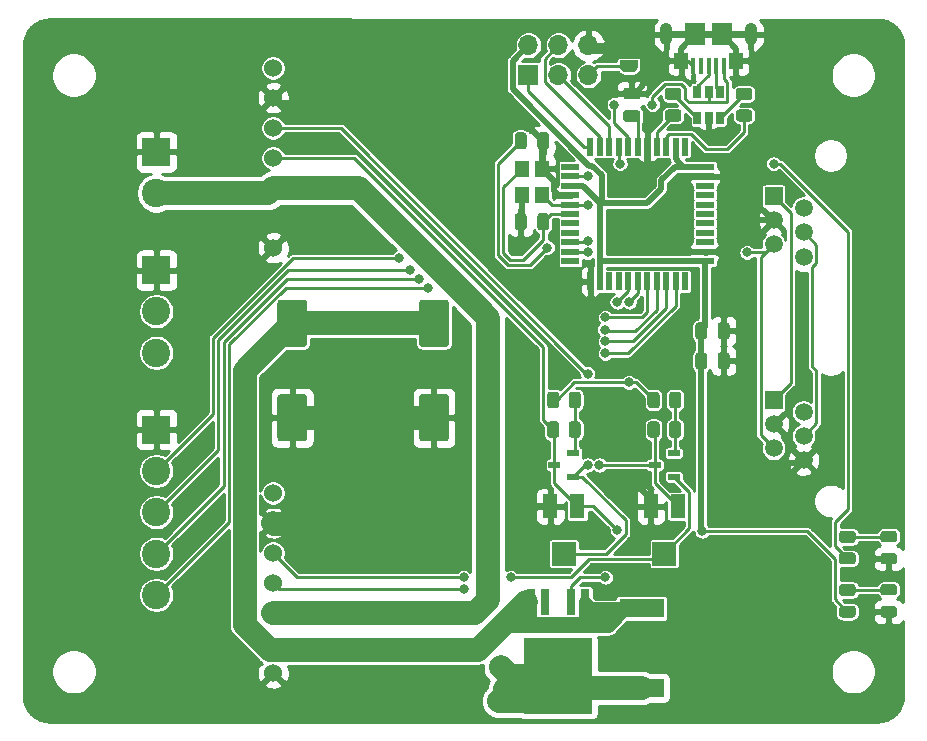
<source format=gbr>
%TF.GenerationSoftware,KiCad,Pcbnew,(5.1.8)-1*%
%TF.CreationDate,2021-08-18T15:50:37+02:00*%
%TF.ProjectId,Haubenblitzer_Treiber,48617562-656e-4626-9c69-747a65725f54,rev?*%
%TF.SameCoordinates,Original*%
%TF.FileFunction,Copper,L1,Top*%
%TF.FilePolarity,Positive*%
%FSLAX46Y46*%
G04 Gerber Fmt 4.6, Leading zero omitted, Abs format (unit mm)*
G04 Created by KiCad (PCBNEW (5.1.8)-1) date 2021-08-18 15:50:37*
%MOMM*%
%LPD*%
G01*
G04 APERTURE LIST*
%TA.AperFunction,SMDPad,CuDef*%
%ADD10R,0.800000X2.200000*%
%TD*%
%TA.AperFunction,SMDPad,CuDef*%
%ADD11R,5.800000X6.400000*%
%TD*%
%TA.AperFunction,SMDPad,CuDef*%
%ADD12R,0.650000X1.060000*%
%TD*%
%TA.AperFunction,SMDPad,CuDef*%
%ADD13R,3.810000X1.650000*%
%TD*%
%TA.AperFunction,SMDPad,CuDef*%
%ADD14R,1.200000X1.400000*%
%TD*%
%TA.AperFunction,ComponentPad*%
%ADD15C,1.524000*%
%TD*%
%TA.AperFunction,SMDPad,CuDef*%
%ADD16R,1.300000X2.000000*%
%TD*%
%TA.AperFunction,SMDPad,CuDef*%
%ADD17R,2.000000X2.000000*%
%TD*%
%TA.AperFunction,SMDPad,CuDef*%
%ADD18R,1.000000X0.500000*%
%TD*%
%TA.AperFunction,SMDPad,CuDef*%
%ADD19R,1.500000X0.550000*%
%TD*%
%TA.AperFunction,SMDPad,CuDef*%
%ADD20R,0.550000X1.500000*%
%TD*%
%TA.AperFunction,SMDPad,CuDef*%
%ADD21C,0.100000*%
%TD*%
%TA.AperFunction,ComponentPad*%
%ADD22C,1.520000*%
%TD*%
%TA.AperFunction,ComponentPad*%
%ADD23R,1.520000X1.520000*%
%TD*%
%TA.AperFunction,ComponentPad*%
%ADD24C,2.400000*%
%TD*%
%TA.AperFunction,ComponentPad*%
%ADD25R,2.400000X2.400000*%
%TD*%
%TA.AperFunction,ComponentPad*%
%ADD26O,1.700000X1.700000*%
%TD*%
%TA.AperFunction,ComponentPad*%
%ADD27R,1.700000X1.700000*%
%TD*%
%TA.AperFunction,SMDPad,CuDef*%
%ADD28R,1.150000X1.450000*%
%TD*%
%TA.AperFunction,ComponentPad*%
%ADD29O,1.050000X1.900000*%
%TD*%
%TA.AperFunction,SMDPad,CuDef*%
%ADD30R,1.750000X1.900000*%
%TD*%
%TA.AperFunction,SMDPad,CuDef*%
%ADD31R,0.400000X1.400000*%
%TD*%
%TA.AperFunction,ViaPad*%
%ADD32C,1.600000*%
%TD*%
%TA.AperFunction,ViaPad*%
%ADD33C,2.000000*%
%TD*%
%TA.AperFunction,ViaPad*%
%ADD34C,0.800000*%
%TD*%
%TA.AperFunction,Conductor*%
%ADD35C,0.500000*%
%TD*%
%TA.AperFunction,Conductor*%
%ADD36C,0.250000*%
%TD*%
%TA.AperFunction,Conductor*%
%ADD37C,2.000000*%
%TD*%
%TA.AperFunction,Conductor*%
%ADD38C,1.000000*%
%TD*%
%TA.AperFunction,Conductor*%
%ADD39C,0.254000*%
%TD*%
%TA.AperFunction,Conductor*%
%ADD40C,0.100000*%
%TD*%
G04 APERTURE END LIST*
D10*
%TO.P,U2,5*%
%TO.N,Net-(C1-Pad1)*%
X63220000Y-179600000D03*
%TO.P,U2,4*%
%TO.N,Net-(U2-Pad4)*%
X64360000Y-179600000D03*
%TO.P,U2,2*%
%TO.N,IO_FETctrl*%
X66640000Y-179600000D03*
D11*
%TO.P,U2,3*%
%TO.N,+12V*%
X65500000Y-185900000D03*
D10*
%TO.P,U2,1*%
%TO.N,Net-(C1-Pad1)*%
X67780000Y-179600000D03*
%TD*%
D12*
%TO.P,U5,5*%
%TO.N,U_bus*%
X78250000Y-136400000D03*
%TO.P,U5,6*%
%TO.N,Net-(J2-Pad3)*%
X77300000Y-136400000D03*
%TO.P,U5,4*%
%TO.N,Net-(J2-Pad2)*%
X79200000Y-136400000D03*
%TO.P,U5,3*%
%TO.N,Net-(R3-Pad1)*%
X79200000Y-138600000D03*
%TO.P,U5,2*%
%TO.N,GND*%
X78250000Y-138600000D03*
%TO.P,U5,1*%
%TO.N,Net-(R2-Pad2)*%
X77300000Y-138600000D03*
%TD*%
%TO.P,R9,2*%
%TO.N,Net-(D2-Pad2)*%
%TA.AperFunction,SMDPad,CuDef*%
G36*
G01*
X90450002Y-174600000D02*
X89549998Y-174600000D01*
G75*
G02*
X89300000Y-174350002I0J249998D01*
G01*
X89300000Y-173824998D01*
G75*
G02*
X89549998Y-173575000I249998J0D01*
G01*
X90450002Y-173575000D01*
G75*
G02*
X90700000Y-173824998I0J-249998D01*
G01*
X90700000Y-174350002D01*
G75*
G02*
X90450002Y-174600000I-249998J0D01*
G01*
G37*
%TD.AperFunction*%
%TO.P,R9,1*%
%TO.N,RX_LED*%
%TA.AperFunction,SMDPad,CuDef*%
G36*
G01*
X90450002Y-176425000D02*
X89549998Y-176425000D01*
G75*
G02*
X89300000Y-176175002I0J249998D01*
G01*
X89300000Y-175649998D01*
G75*
G02*
X89549998Y-175400000I249998J0D01*
G01*
X90450002Y-175400000D01*
G75*
G02*
X90700000Y-175649998I0J-249998D01*
G01*
X90700000Y-176175002D01*
G75*
G02*
X90450002Y-176425000I-249998J0D01*
G01*
G37*
%TD.AperFunction*%
%TD*%
%TO.P,R8,2*%
%TO.N,Net-(D1-Pad2)*%
%TA.AperFunction,SMDPad,CuDef*%
G36*
G01*
X90450002Y-179100000D02*
X89549998Y-179100000D01*
G75*
G02*
X89300000Y-178850002I0J249998D01*
G01*
X89300000Y-178324998D01*
G75*
G02*
X89549998Y-178075000I249998J0D01*
G01*
X90450002Y-178075000D01*
G75*
G02*
X90700000Y-178324998I0J-249998D01*
G01*
X90700000Y-178850002D01*
G75*
G02*
X90450002Y-179100000I-249998J0D01*
G01*
G37*
%TD.AperFunction*%
%TO.P,R8,1*%
%TO.N,LED1_Ref*%
%TA.AperFunction,SMDPad,CuDef*%
G36*
G01*
X90450002Y-180925000D02*
X89549998Y-180925000D01*
G75*
G02*
X89300000Y-180675002I0J249998D01*
G01*
X89300000Y-180149998D01*
G75*
G02*
X89549998Y-179900000I249998J0D01*
G01*
X90450002Y-179900000D01*
G75*
G02*
X90700000Y-180149998I0J-249998D01*
G01*
X90700000Y-180675002D01*
G75*
G02*
X90450002Y-180925000I-249998J0D01*
G01*
G37*
%TD.AperFunction*%
%TD*%
%TO.P,R7,2*%
%TO.N,IO_LED*%
%TA.AperFunction,SMDPad,CuDef*%
G36*
G01*
X74100000Y-162049998D02*
X74100000Y-162950002D01*
G75*
G02*
X73850002Y-163200000I-249998J0D01*
G01*
X73324998Y-163200000D01*
G75*
G02*
X73075000Y-162950002I0J249998D01*
G01*
X73075000Y-162049998D01*
G75*
G02*
X73324998Y-161800000I249998J0D01*
G01*
X73850002Y-161800000D01*
G75*
G02*
X74100000Y-162049998I0J-249998D01*
G01*
G37*
%TD.AperFunction*%
%TO.P,R7,1*%
%TO.N,Net-(Q2-Pad2)*%
%TA.AperFunction,SMDPad,CuDef*%
G36*
G01*
X75925000Y-162049998D02*
X75925000Y-162950002D01*
G75*
G02*
X75675002Y-163200000I-249998J0D01*
G01*
X75149998Y-163200000D01*
G75*
G02*
X74900000Y-162950002I0J249998D01*
G01*
X74900000Y-162049998D01*
G75*
G02*
X75149998Y-161800000I249998J0D01*
G01*
X75675002Y-161800000D01*
G75*
G02*
X75925000Y-162049998I0J-249998D01*
G01*
G37*
%TD.AperFunction*%
%TD*%
%TO.P,R6,2*%
%TO.N,Net-(Q2-Pad2)*%
%TA.AperFunction,SMDPad,CuDef*%
G36*
G01*
X74900000Y-165450002D02*
X74900000Y-164549998D01*
G75*
G02*
X75149998Y-164300000I249998J0D01*
G01*
X75675002Y-164300000D01*
G75*
G02*
X75925000Y-164549998I0J-249998D01*
G01*
X75925000Y-165450002D01*
G75*
G02*
X75675002Y-165700000I-249998J0D01*
G01*
X75149998Y-165700000D01*
G75*
G02*
X74900000Y-165450002I0J249998D01*
G01*
G37*
%TD.AperFunction*%
%TO.P,R6,1*%
%TO.N,LED2_Ref*%
%TA.AperFunction,SMDPad,CuDef*%
G36*
G01*
X73075000Y-165450002D02*
X73075000Y-164549998D01*
G75*
G02*
X73324998Y-164300000I249998J0D01*
G01*
X73850002Y-164300000D01*
G75*
G02*
X74100000Y-164549998I0J-249998D01*
G01*
X74100000Y-165450002D01*
G75*
G02*
X73850002Y-165700000I-249998J0D01*
G01*
X73324998Y-165700000D01*
G75*
G02*
X73075000Y-165450002I0J249998D01*
G01*
G37*
%TD.AperFunction*%
%TD*%
%TO.P,R5,2*%
%TO.N,IO_LED*%
%TA.AperFunction,SMDPad,CuDef*%
G36*
G01*
X65600000Y-162049998D02*
X65600000Y-162950002D01*
G75*
G02*
X65350002Y-163200000I-249998J0D01*
G01*
X64824998Y-163200000D01*
G75*
G02*
X64575000Y-162950002I0J249998D01*
G01*
X64575000Y-162049998D01*
G75*
G02*
X64824998Y-161800000I249998J0D01*
G01*
X65350002Y-161800000D01*
G75*
G02*
X65600000Y-162049998I0J-249998D01*
G01*
G37*
%TD.AperFunction*%
%TO.P,R5,1*%
%TO.N,Net-(Q1-Pad2)*%
%TA.AperFunction,SMDPad,CuDef*%
G36*
G01*
X67425000Y-162049998D02*
X67425000Y-162950002D01*
G75*
G02*
X67175002Y-163200000I-249998J0D01*
G01*
X66649998Y-163200000D01*
G75*
G02*
X66400000Y-162950002I0J249998D01*
G01*
X66400000Y-162049998D01*
G75*
G02*
X66649998Y-161800000I249998J0D01*
G01*
X67175002Y-161800000D01*
G75*
G02*
X67425000Y-162049998I0J-249998D01*
G01*
G37*
%TD.AperFunction*%
%TD*%
%TO.P,R4,2*%
%TO.N,Net-(Q1-Pad2)*%
%TA.AperFunction,SMDPad,CuDef*%
G36*
G01*
X66400000Y-165450002D02*
X66400000Y-164549998D01*
G75*
G02*
X66649998Y-164300000I249998J0D01*
G01*
X67175002Y-164300000D01*
G75*
G02*
X67425000Y-164549998I0J-249998D01*
G01*
X67425000Y-165450002D01*
G75*
G02*
X67175002Y-165700000I-249998J0D01*
G01*
X66649998Y-165700000D01*
G75*
G02*
X66400000Y-165450002I0J249998D01*
G01*
G37*
%TD.AperFunction*%
%TO.P,R4,1*%
%TO.N,LED1_Ref*%
%TA.AperFunction,SMDPad,CuDef*%
G36*
G01*
X64575000Y-165450002D02*
X64575000Y-164549998D01*
G75*
G02*
X64824998Y-164300000I249998J0D01*
G01*
X65350002Y-164300000D01*
G75*
G02*
X65600000Y-164549998I0J-249998D01*
G01*
X65600000Y-165450002D01*
G75*
G02*
X65350002Y-165700000I-249998J0D01*
G01*
X64824998Y-165700000D01*
G75*
G02*
X64575000Y-165450002I0J249998D01*
G01*
G37*
%TD.AperFunction*%
%TD*%
%TO.P,D2,2*%
%TO.N,Net-(D2-Pad2)*%
%TA.AperFunction,SMDPad,CuDef*%
G36*
G01*
X93956250Y-174550000D02*
X93043750Y-174550000D01*
G75*
G02*
X92800000Y-174306250I0J243750D01*
G01*
X92800000Y-173818750D01*
G75*
G02*
X93043750Y-173575000I243750J0D01*
G01*
X93956250Y-173575000D01*
G75*
G02*
X94200000Y-173818750I0J-243750D01*
G01*
X94200000Y-174306250D01*
G75*
G02*
X93956250Y-174550000I-243750J0D01*
G01*
G37*
%TD.AperFunction*%
%TO.P,D2,1*%
%TO.N,GND*%
%TA.AperFunction,SMDPad,CuDef*%
G36*
G01*
X93956250Y-176425000D02*
X93043750Y-176425000D01*
G75*
G02*
X92800000Y-176181250I0J243750D01*
G01*
X92800000Y-175693750D01*
G75*
G02*
X93043750Y-175450000I243750J0D01*
G01*
X93956250Y-175450000D01*
G75*
G02*
X94200000Y-175693750I0J-243750D01*
G01*
X94200000Y-176181250D01*
G75*
G02*
X93956250Y-176425000I-243750J0D01*
G01*
G37*
%TD.AperFunction*%
%TD*%
%TO.P,D1,2*%
%TO.N,Net-(D1-Pad2)*%
%TA.AperFunction,SMDPad,CuDef*%
G36*
G01*
X93956250Y-179050000D02*
X93043750Y-179050000D01*
G75*
G02*
X92800000Y-178806250I0J243750D01*
G01*
X92800000Y-178318750D01*
G75*
G02*
X93043750Y-178075000I243750J0D01*
G01*
X93956250Y-178075000D01*
G75*
G02*
X94200000Y-178318750I0J-243750D01*
G01*
X94200000Y-178806250D01*
G75*
G02*
X93956250Y-179050000I-243750J0D01*
G01*
G37*
%TD.AperFunction*%
%TO.P,D1,1*%
%TO.N,GND*%
%TA.AperFunction,SMDPad,CuDef*%
G36*
G01*
X93956250Y-180925000D02*
X93043750Y-180925000D01*
G75*
G02*
X92800000Y-180681250I0J243750D01*
G01*
X92800000Y-180193750D01*
G75*
G02*
X93043750Y-179950000I243750J0D01*
G01*
X93956250Y-179950000D01*
G75*
G02*
X94200000Y-180193750I0J-243750D01*
G01*
X94200000Y-180681250D01*
G75*
G02*
X93956250Y-180925000I-243750J0D01*
G01*
G37*
%TD.AperFunction*%
%TD*%
%TO.P,C2,2*%
%TO.N,GND*%
%TA.AperFunction,SMDPad,CuDef*%
G36*
G01*
X42000000Y-162000000D02*
X44000000Y-162000000D01*
G75*
G02*
X44250000Y-162250000I0J-250000D01*
G01*
X44250000Y-165750000D01*
G75*
G02*
X44000000Y-166000000I-250000J0D01*
G01*
X42000000Y-166000000D01*
G75*
G02*
X41750000Y-165750000I0J250000D01*
G01*
X41750000Y-162250000D01*
G75*
G02*
X42000000Y-162000000I250000J0D01*
G01*
G37*
%TD.AperFunction*%
%TO.P,C2,1*%
%TO.N,Net-(C1-Pad1)*%
%TA.AperFunction,SMDPad,CuDef*%
G36*
G01*
X42000000Y-154000000D02*
X44000000Y-154000000D01*
G75*
G02*
X44250000Y-154250000I0J-250000D01*
G01*
X44250000Y-157750000D01*
G75*
G02*
X44000000Y-158000000I-250000J0D01*
G01*
X42000000Y-158000000D01*
G75*
G02*
X41750000Y-157750000I0J250000D01*
G01*
X41750000Y-154250000D01*
G75*
G02*
X42000000Y-154000000I250000J0D01*
G01*
G37*
%TD.AperFunction*%
%TD*%
%TO.P,C1,2*%
%TO.N,GND*%
%TA.AperFunction,SMDPad,CuDef*%
G36*
G01*
X54000000Y-162000000D02*
X56000000Y-162000000D01*
G75*
G02*
X56250000Y-162250000I0J-250000D01*
G01*
X56250000Y-165750000D01*
G75*
G02*
X56000000Y-166000000I-250000J0D01*
G01*
X54000000Y-166000000D01*
G75*
G02*
X53750000Y-165750000I0J250000D01*
G01*
X53750000Y-162250000D01*
G75*
G02*
X54000000Y-162000000I250000J0D01*
G01*
G37*
%TD.AperFunction*%
%TO.P,C1,1*%
%TO.N,Net-(C1-Pad1)*%
%TA.AperFunction,SMDPad,CuDef*%
G36*
G01*
X54000000Y-154000000D02*
X56000000Y-154000000D01*
G75*
G02*
X56250000Y-154250000I0J-250000D01*
G01*
X56250000Y-157750000D01*
G75*
G02*
X56000000Y-158000000I-250000J0D01*
G01*
X54000000Y-158000000D01*
G75*
G02*
X53750000Y-157750000I0J250000D01*
G01*
X53750000Y-154250000D01*
G75*
G02*
X54000000Y-154000000I250000J0D01*
G01*
G37*
%TD.AperFunction*%
%TD*%
D13*
%TO.P,R1,2*%
%TO.N,+12V*%
X72595000Y-186865000D03*
%TO.P,R1,1*%
%TO.N,Net-(C1-Pad1)*%
X72595000Y-180135000D03*
%TD*%
D14*
%TO.P,Y1,4*%
%TO.N,GND*%
X62445000Y-145100000D03*
%TO.P,Y1,3*%
%TO.N,CLK_1*%
X62445000Y-142900000D03*
%TO.P,Y1,2*%
%TO.N,GND*%
X64145000Y-142900000D03*
%TO.P,Y1,1*%
%TO.N,CLK_2*%
X64145000Y-145100000D03*
%TD*%
D15*
%TO.P,U3,6*%
%TO.N,GND*%
X41380000Y-149620000D03*
%TO.P,U3,5*%
%TO.N,+12V*%
X41380000Y-144540000D03*
%TO.P,U3,4*%
%TO.N,LED1_Ref*%
X41380000Y-142000000D03*
%TO.P,U3,1*%
%TO.N,LED1_U+*%
X41380000Y-134380000D03*
%TO.P,U3,2*%
%TO.N,GND*%
X41380000Y-136920000D03*
%TO.P,U3,3*%
%TO.N,LED1_Ctrl*%
X41380000Y-139460000D03*
%TD*%
D16*
%TO.P,RV2,3*%
%TO.N,LED2_Ref*%
X75650000Y-171500000D03*
D17*
%TO.P,RV2,2*%
%TO.N,LED2_Ctrl*%
X74500000Y-175500000D03*
D16*
%TO.P,RV2,1*%
%TO.N,GND*%
X73350000Y-171500000D03*
%TD*%
%TO.P,RV1,3*%
%TO.N,LED1_Ref*%
X67150000Y-171500000D03*
D17*
%TO.P,RV1,2*%
%TO.N,LED1_Ctrl*%
X66000000Y-175500000D03*
D16*
%TO.P,RV1,1*%
%TO.N,GND*%
X64850000Y-171500000D03*
%TD*%
D18*
%TO.P,Q2,2*%
%TO.N,Net-(Q2-Pad2)*%
X75300000Y-167000000D03*
%TO.P,Q2,1*%
%TO.N,LED2_Ctrl*%
X75300000Y-169000000D03*
%TO.P,Q2,3*%
%TO.N,LED2_Ref*%
X73700000Y-168000000D03*
%TD*%
%TO.P,Q1,2*%
%TO.N,Net-(Q1-Pad2)*%
X66800000Y-167000000D03*
%TO.P,Q1,1*%
%TO.N,LED1_Ctrl*%
X66800000Y-169000000D03*
%TO.P,Q1,3*%
%TO.N,LED1_Ref*%
X65200000Y-168000000D03*
%TD*%
D15*
%TO.P,U4,6*%
%TO.N,GND*%
X41380000Y-185620000D03*
%TO.P,U4,5*%
%TO.N,+12V*%
X41380000Y-180540000D03*
%TO.P,U4,4*%
%TO.N,LED2_Ref*%
X41380000Y-178000000D03*
%TO.P,U4,1*%
%TO.N,LED2_U+*%
X41380000Y-170380000D03*
%TO.P,U4,2*%
%TO.N,GND*%
X41380000Y-172920000D03*
%TO.P,U4,3*%
%TO.N,LED2_Ctrl*%
X41380000Y-175460000D03*
%TD*%
D19*
%TO.P,U1,44*%
%TO.N,LED1_Ref*%
X77950000Y-142750000D03*
%TO.P,U1,43*%
%TO.N,GND*%
X77950000Y-143550000D03*
%TO.P,U1,42*%
%TO.N,Net-(U1-Pad42)*%
X77950000Y-144350000D03*
%TO.P,U1,41*%
%TO.N,Net-(U1-Pad41)*%
X77950000Y-145150000D03*
%TO.P,U1,40*%
%TO.N,Net-(U1-Pad40)*%
X77950000Y-145950000D03*
%TO.P,U1,39*%
%TO.N,Net-(U1-Pad39)*%
X77950000Y-146750000D03*
%TO.P,U1,38*%
%TO.N,Net-(U1-Pad38)*%
X77950000Y-147550000D03*
%TO.P,U1,37*%
%TO.N,Net-(U1-Pad37)*%
X77950000Y-148350000D03*
%TO.P,U1,36*%
%TO.N,Net-(U1-Pad36)*%
X77950000Y-149150000D03*
%TO.P,U1,35*%
%TO.N,GND*%
X77950000Y-149950000D03*
%TO.P,U1,34*%
%TO.N,LED1_Ref*%
X77950000Y-150750000D03*
D20*
%TO.P,U1,33*%
%TO.N,Net-(U1-Pad33)*%
X76250000Y-152450000D03*
%TO.P,U1,32*%
%TO.N,IO_misc4*%
X75450000Y-152450000D03*
%TO.P,U1,31*%
%TO.N,IO_misc3*%
X74650000Y-152450000D03*
%TO.P,U1,30*%
%TO.N,IO_misc2*%
X73850000Y-152450000D03*
%TO.P,U1,29*%
%TO.N,IO_misc1*%
X73050000Y-152450000D03*
%TO.P,U1,28*%
%TO.N,IO_LED*%
X72250000Y-152450000D03*
%TO.P,U1,27*%
%TO.N,IO_FETctrl*%
X71450000Y-152450000D03*
%TO.P,U1,26*%
%TO.N,Net-(U1-Pad26)*%
X70650000Y-152450000D03*
%TO.P,U1,25*%
%TO.N,Net-(U1-Pad25)*%
X69850000Y-152450000D03*
%TO.P,U1,24*%
%TO.N,LED1_Ref*%
X69050000Y-152450000D03*
%TO.P,U1,23*%
%TO.N,GND*%
X68250000Y-152450000D03*
D19*
%TO.P,U1,22*%
%TO.N,Net-(U1-Pad22)*%
X66550000Y-150750000D03*
%TO.P,U1,21*%
%TO.N,TX*%
X66550000Y-149950000D03*
%TO.P,U1,20*%
%TO.N,RX*%
X66550000Y-149150000D03*
%TO.P,U1,19*%
%TO.N,Net-(U1-Pad19)*%
X66550000Y-148350000D03*
%TO.P,U1,18*%
%TO.N,Net-(U1-Pad18)*%
X66550000Y-147550000D03*
%TO.P,U1,17*%
%TO.N,CLK_1*%
X66550000Y-146750000D03*
%TO.P,U1,16*%
%TO.N,CLK_2*%
X66550000Y-145950000D03*
%TO.P,U1,15*%
%TO.N,GND*%
X66550000Y-145150000D03*
%TO.P,U1,14*%
%TO.N,LED1_Ref*%
X66550000Y-144350000D03*
%TO.P,U1,13*%
%TO.N,RESET*%
X66550000Y-143550000D03*
%TO.P,U1,12*%
%TO.N,Net-(U1-Pad12)*%
X66550000Y-142750000D03*
D20*
%TO.P,U1,11*%
%TO.N,MISO*%
X68250000Y-141050000D03*
%TO.P,U1,10*%
%TO.N,MOSI*%
X69050000Y-141050000D03*
%TO.P,U1,9*%
%TO.N,SCK*%
X69850000Y-141050000D03*
%TO.P,U1,8*%
%TO.N,RX_LED*%
X70650000Y-141050000D03*
%TO.P,U1,7*%
%TO.N,U_bus*%
X71450000Y-141050000D03*
%TO.P,U1,6*%
%TO.N,U_cap*%
X72250000Y-141050000D03*
%TO.P,U1,5*%
%TO.N,GND*%
X73050000Y-141050000D03*
%TO.P,U1,4*%
%TO.N,D+*%
X73850000Y-141050000D03*
%TO.P,U1,3*%
%TO.N,D-*%
X74650000Y-141050000D03*
%TO.P,U1,2*%
%TO.N,LED1_Ref*%
X75450000Y-141050000D03*
%TO.P,U1,1*%
%TO.N,Net-(U1-Pad1)*%
X76250000Y-141050000D03*
%TD*%
%TO.P,R3,2*%
%TO.N,D-*%
%TA.AperFunction,SMDPad,CuDef*%
G36*
G01*
X80799998Y-137900000D02*
X81700002Y-137900000D01*
G75*
G02*
X81950000Y-138149998I0J-249998D01*
G01*
X81950000Y-138675002D01*
G75*
G02*
X81700002Y-138925000I-249998J0D01*
G01*
X80799998Y-138925000D01*
G75*
G02*
X80550000Y-138675002I0J249998D01*
G01*
X80550000Y-138149998D01*
G75*
G02*
X80799998Y-137900000I249998J0D01*
G01*
G37*
%TD.AperFunction*%
%TO.P,R3,1*%
%TO.N,Net-(R3-Pad1)*%
%TA.AperFunction,SMDPad,CuDef*%
G36*
G01*
X80799998Y-136075000D02*
X81700002Y-136075000D01*
G75*
G02*
X81950000Y-136324998I0J-249998D01*
G01*
X81950000Y-136850002D01*
G75*
G02*
X81700002Y-137100000I-249998J0D01*
G01*
X80799998Y-137100000D01*
G75*
G02*
X80550000Y-136850002I0J249998D01*
G01*
X80550000Y-136324998D01*
G75*
G02*
X80799998Y-136075000I249998J0D01*
G01*
G37*
%TD.AperFunction*%
%TD*%
%TO.P,R2,2*%
%TO.N,Net-(R2-Pad2)*%
%TA.AperFunction,SMDPad,CuDef*%
G36*
G01*
X75700002Y-137100000D02*
X74799998Y-137100000D01*
G75*
G02*
X74550000Y-136850002I0J249998D01*
G01*
X74550000Y-136324998D01*
G75*
G02*
X74799998Y-136075000I249998J0D01*
G01*
X75700002Y-136075000D01*
G75*
G02*
X75950000Y-136324998I0J-249998D01*
G01*
X75950000Y-136850002D01*
G75*
G02*
X75700002Y-137100000I-249998J0D01*
G01*
G37*
%TD.AperFunction*%
%TO.P,R2,1*%
%TO.N,D+*%
%TA.AperFunction,SMDPad,CuDef*%
G36*
G01*
X75700002Y-138925000D02*
X74799998Y-138925000D01*
G75*
G02*
X74550000Y-138675002I0J249998D01*
G01*
X74550000Y-138149998D01*
G75*
G02*
X74799998Y-137900000I249998J0D01*
G01*
X75700002Y-137900000D01*
G75*
G02*
X75950000Y-138149998I0J-249998D01*
G01*
X75950000Y-138675002D01*
G75*
G02*
X75700002Y-138925000I-249998J0D01*
G01*
G37*
%TD.AperFunction*%
%TD*%
%TA.AperFunction,SMDPad,CuDef*%
D21*
%TO.P,JP1,2*%
%TO.N,RESET*%
G36*
X72249398Y-134250000D02*
G01*
X72249398Y-134274534D01*
X72244588Y-134323365D01*
X72235016Y-134371490D01*
X72220772Y-134418445D01*
X72201995Y-134463778D01*
X72178864Y-134507051D01*
X72151604Y-134547850D01*
X72120476Y-134585779D01*
X72085779Y-134620476D01*
X72047850Y-134651604D01*
X72007051Y-134678864D01*
X71963778Y-134701995D01*
X71918445Y-134720772D01*
X71871490Y-134735016D01*
X71823365Y-134744588D01*
X71774534Y-134749398D01*
X71750000Y-134749398D01*
X71750000Y-134750000D01*
X71250000Y-134750000D01*
X71250000Y-134749398D01*
X71225466Y-134749398D01*
X71176635Y-134744588D01*
X71128510Y-134735016D01*
X71081555Y-134720772D01*
X71036222Y-134701995D01*
X70992949Y-134678864D01*
X70952150Y-134651604D01*
X70914221Y-134620476D01*
X70879524Y-134585779D01*
X70848396Y-134547850D01*
X70821136Y-134507051D01*
X70798005Y-134463778D01*
X70779228Y-134418445D01*
X70764984Y-134371490D01*
X70755412Y-134323365D01*
X70750602Y-134274534D01*
X70750602Y-134250000D01*
X70750000Y-134250000D01*
X70750000Y-133750000D01*
X72250000Y-133750000D01*
X72250000Y-134250000D01*
X72249398Y-134250000D01*
G37*
%TD.AperFunction*%
%TA.AperFunction,SMDPad,CuDef*%
%TO.P,JP1,1*%
%TO.N,GND*%
G36*
X70750000Y-133450000D02*
G01*
X70750000Y-132950000D01*
X70750602Y-132950000D01*
X70750602Y-132925466D01*
X70755412Y-132876635D01*
X70764984Y-132828510D01*
X70779228Y-132781555D01*
X70798005Y-132736222D01*
X70821136Y-132692949D01*
X70848396Y-132652150D01*
X70879524Y-132614221D01*
X70914221Y-132579524D01*
X70952150Y-132548396D01*
X70992949Y-132521136D01*
X71036222Y-132498005D01*
X71081555Y-132479228D01*
X71128510Y-132464984D01*
X71176635Y-132455412D01*
X71225466Y-132450602D01*
X71250000Y-132450602D01*
X71250000Y-132450000D01*
X71750000Y-132450000D01*
X71750000Y-132450602D01*
X71774534Y-132450602D01*
X71823365Y-132455412D01*
X71871490Y-132464984D01*
X71918445Y-132479228D01*
X71963778Y-132498005D01*
X72007051Y-132521136D01*
X72047850Y-132548396D01*
X72085779Y-132579524D01*
X72120476Y-132614221D01*
X72151604Y-132652150D01*
X72178864Y-132692949D01*
X72201995Y-132736222D01*
X72220772Y-132781555D01*
X72235016Y-132828510D01*
X72244588Y-132876635D01*
X72249398Y-132925466D01*
X72249398Y-132950000D01*
X72250000Y-132950000D01*
X72250000Y-133450000D01*
X70750000Y-133450000D01*
G37*
%TD.AperFunction*%
%TD*%
D22*
%TO.P,J7,6*%
%TO.N,GND*%
X86290000Y-167600000D03*
%TO.P,J7,5*%
%TO.N,TX*%
X83750000Y-166580000D03*
%TO.P,J7,4*%
%TO.N,RX*%
X86290000Y-165560000D03*
%TO.P,J7,3*%
%TO.N,GND*%
X83750000Y-164540000D03*
%TO.P,J7,2*%
%TO.N,RJ12_V2*%
X86290000Y-163520000D03*
D23*
%TO.P,J7,1*%
%TO.N,RJ12_V1*%
X83750000Y-162500000D03*
%TD*%
D22*
%TO.P,J6,6*%
%TO.N,GND*%
X86290000Y-150350000D03*
%TO.P,J6,5*%
%TO.N,TX*%
X83750000Y-149330000D03*
%TO.P,J6,4*%
%TO.N,RX*%
X86290000Y-148310000D03*
%TO.P,J6,3*%
%TO.N,GND*%
X83750000Y-147290000D03*
%TO.P,J6,2*%
%TO.N,RJ12_V2*%
X86290000Y-146270000D03*
D23*
%TO.P,J6,1*%
%TO.N,RJ12_V1*%
X83750000Y-145250000D03*
%TD*%
D24*
%TO.P,J5,5*%
%TO.N,IO_misc4*%
X31500000Y-179000000D03*
%TO.P,J5,4*%
%TO.N,IO_misc3*%
X31500000Y-175500000D03*
%TO.P,J5,3*%
%TO.N,IO_misc2*%
X31500000Y-172000000D03*
%TO.P,J5,2*%
%TO.N,IO_misc1*%
X31500000Y-168500000D03*
D25*
%TO.P,J5,1*%
%TO.N,GND*%
X31500000Y-165000000D03*
%TD*%
D24*
%TO.P,J4,3*%
%TO.N,LED2_U+*%
X31500000Y-158500000D03*
%TO.P,J4,2*%
%TO.N,LED1_U+*%
X31500000Y-155000000D03*
D25*
%TO.P,J4,1*%
%TO.N,GND*%
X31500000Y-151500000D03*
%TD*%
D24*
%TO.P,J3,2*%
%TO.N,+12V*%
X31500000Y-145000000D03*
D25*
%TO.P,J3,1*%
%TO.N,GND*%
X31500000Y-141500000D03*
%TD*%
D26*
%TO.P,J1,6*%
%TO.N,GND*%
X68080000Y-132460000D03*
%TO.P,J1,5*%
%TO.N,RESET*%
X68080000Y-135000000D03*
%TO.P,J1,4*%
%TO.N,MOSI*%
X65540000Y-132460000D03*
%TO.P,J1,3*%
%TO.N,SCK*%
X65540000Y-135000000D03*
%TO.P,J1,2*%
%TO.N,LED1_Ref*%
X63000000Y-132460000D03*
D27*
%TO.P,J1,1*%
%TO.N,MISO*%
X63000000Y-135000000D03*
%TD*%
D28*
%TO.P,J2,6*%
%TO.N,GND*%
X80570000Y-133780000D03*
X75930000Y-133780000D03*
D29*
X74675000Y-131550000D03*
X81825000Y-131550000D03*
D30*
X79375000Y-131550000D03*
D31*
%TO.P,J2,3*%
%TO.N,Net-(J2-Pad3)*%
X78250000Y-134200000D03*
%TO.P,J2,4*%
%TO.N,Net-(J2-Pad4)*%
X77600000Y-134200000D03*
%TO.P,J2,5*%
%TO.N,GND*%
X76950000Y-134200000D03*
%TO.P,J2,1*%
%TO.N,U_bus*%
X79550000Y-134200000D03*
%TO.P,J2,2*%
%TO.N,Net-(J2-Pad2)*%
X78900000Y-134200000D03*
D30*
%TO.P,J2,6*%
%TO.N,GND*%
X77125000Y-131550000D03*
%TD*%
%TO.P,C5,2*%
%TO.N,U_cap*%
%TA.AperFunction,SMDPad,CuDef*%
G36*
G01*
X71275000Y-137950000D02*
X72225000Y-137950000D01*
G75*
G02*
X72475000Y-138200000I0J-250000D01*
G01*
X72475000Y-138700000D01*
G75*
G02*
X72225000Y-138950000I-250000J0D01*
G01*
X71275000Y-138950000D01*
G75*
G02*
X71025000Y-138700000I0J250000D01*
G01*
X71025000Y-138200000D01*
G75*
G02*
X71275000Y-137950000I250000J0D01*
G01*
G37*
%TD.AperFunction*%
%TO.P,C5,1*%
%TO.N,GND*%
%TA.AperFunction,SMDPad,CuDef*%
G36*
G01*
X71275000Y-136050000D02*
X72225000Y-136050000D01*
G75*
G02*
X72475000Y-136300000I0J-250000D01*
G01*
X72475000Y-136800000D01*
G75*
G02*
X72225000Y-137050000I-250000J0D01*
G01*
X71275000Y-137050000D01*
G75*
G02*
X71025000Y-136800000I0J250000D01*
G01*
X71025000Y-136300000D01*
G75*
G02*
X71275000Y-136050000I250000J0D01*
G01*
G37*
%TD.AperFunction*%
%TD*%
%TO.P,C7,2*%
%TO.N,GND*%
%TA.AperFunction,SMDPad,CuDef*%
G36*
G01*
X63745000Y-141030000D02*
X63745000Y-140080000D01*
G75*
G02*
X63995000Y-139830000I250000J0D01*
G01*
X64495000Y-139830000D01*
G75*
G02*
X64745000Y-140080000I0J-250000D01*
G01*
X64745000Y-141030000D01*
G75*
G02*
X64495000Y-141280000I-250000J0D01*
G01*
X63995000Y-141280000D01*
G75*
G02*
X63745000Y-141030000I0J250000D01*
G01*
G37*
%TD.AperFunction*%
%TO.P,C7,1*%
%TO.N,CLK_2*%
%TA.AperFunction,SMDPad,CuDef*%
G36*
G01*
X61845000Y-141030000D02*
X61845000Y-140080000D01*
G75*
G02*
X62095000Y-139830000I250000J0D01*
G01*
X62595000Y-139830000D01*
G75*
G02*
X62845000Y-140080000I0J-250000D01*
G01*
X62845000Y-141030000D01*
G75*
G02*
X62595000Y-141280000I-250000J0D01*
G01*
X62095000Y-141280000D01*
G75*
G02*
X61845000Y-141030000I0J250000D01*
G01*
G37*
%TD.AperFunction*%
%TD*%
%TO.P,C6,2*%
%TO.N,CLK_1*%
%TA.AperFunction,SMDPad,CuDef*%
G36*
G01*
X63745000Y-147875000D02*
X63745000Y-146925000D01*
G75*
G02*
X63995000Y-146675000I250000J0D01*
G01*
X64495000Y-146675000D01*
G75*
G02*
X64745000Y-146925000I0J-250000D01*
G01*
X64745000Y-147875000D01*
G75*
G02*
X64495000Y-148125000I-250000J0D01*
G01*
X63995000Y-148125000D01*
G75*
G02*
X63745000Y-147875000I0J250000D01*
G01*
G37*
%TD.AperFunction*%
%TO.P,C6,1*%
%TO.N,GND*%
%TA.AperFunction,SMDPad,CuDef*%
G36*
G01*
X61845000Y-147875000D02*
X61845000Y-146925000D01*
G75*
G02*
X62095000Y-146675000I250000J0D01*
G01*
X62595000Y-146675000D01*
G75*
G02*
X62845000Y-146925000I0J-250000D01*
G01*
X62845000Y-147875000D01*
G75*
G02*
X62595000Y-148125000I-250000J0D01*
G01*
X62095000Y-148125000D01*
G75*
G02*
X61845000Y-147875000I0J250000D01*
G01*
G37*
%TD.AperFunction*%
%TD*%
%TO.P,C4,2*%
%TO.N,LED1_Ref*%
%TA.AperFunction,SMDPad,CuDef*%
G36*
G01*
X78125000Y-156175000D02*
X78125000Y-157125000D01*
G75*
G02*
X77875000Y-157375000I-250000J0D01*
G01*
X77375000Y-157375000D01*
G75*
G02*
X77125000Y-157125000I0J250000D01*
G01*
X77125000Y-156175000D01*
G75*
G02*
X77375000Y-155925000I250000J0D01*
G01*
X77875000Y-155925000D01*
G75*
G02*
X78125000Y-156175000I0J-250000D01*
G01*
G37*
%TD.AperFunction*%
%TO.P,C4,1*%
%TO.N,GND*%
%TA.AperFunction,SMDPad,CuDef*%
G36*
G01*
X80025000Y-156175000D02*
X80025000Y-157125000D01*
G75*
G02*
X79775000Y-157375000I-250000J0D01*
G01*
X79275000Y-157375000D01*
G75*
G02*
X79025000Y-157125000I0J250000D01*
G01*
X79025000Y-156175000D01*
G75*
G02*
X79275000Y-155925000I250000J0D01*
G01*
X79775000Y-155925000D01*
G75*
G02*
X80025000Y-156175000I0J-250000D01*
G01*
G37*
%TD.AperFunction*%
%TD*%
%TO.P,C3,2*%
%TO.N,LED1_Ref*%
%TA.AperFunction,SMDPad,CuDef*%
G36*
G01*
X78125000Y-158715000D02*
X78125000Y-159665000D01*
G75*
G02*
X77875000Y-159915000I-250000J0D01*
G01*
X77375000Y-159915000D01*
G75*
G02*
X77125000Y-159665000I0J250000D01*
G01*
X77125000Y-158715000D01*
G75*
G02*
X77375000Y-158465000I250000J0D01*
G01*
X77875000Y-158465000D01*
G75*
G02*
X78125000Y-158715000I0J-250000D01*
G01*
G37*
%TD.AperFunction*%
%TO.P,C3,1*%
%TO.N,GND*%
%TA.AperFunction,SMDPad,CuDef*%
G36*
G01*
X80025000Y-158715000D02*
X80025000Y-159665000D01*
G75*
G02*
X79775000Y-159915000I-250000J0D01*
G01*
X79275000Y-159915000D01*
G75*
G02*
X79025000Y-159665000I0J250000D01*
G01*
X79025000Y-158715000D01*
G75*
G02*
X79275000Y-158465000I250000J0D01*
G01*
X79775000Y-158465000D01*
G75*
G02*
X80025000Y-158715000I0J-250000D01*
G01*
G37*
%TD.AperFunction*%
%TD*%
D32*
%TO.N,GND*%
X62000000Y-149500000D03*
X76000000Y-144000000D03*
X73000000Y-144000000D03*
X71625000Y-169125000D03*
X62000000Y-172500000D03*
X79250000Y-140130002D03*
D33*
X43000000Y-160000000D03*
X55000000Y-160000000D03*
X55000000Y-186500000D03*
X55000000Y-133500000D03*
X85000000Y-135000000D03*
D34*
%TO.N,LED1_Ref*%
X77700000Y-173600000D03*
X70512653Y-173512653D03*
D33*
%TO.N,+12V*%
X60500000Y-188000000D03*
X60644120Y-185144120D03*
X54960000Y-180540000D03*
D34*
%TO.N,CLK_2*%
X64595154Y-149595154D03*
X68000000Y-146000000D03*
%TO.N,RESET*%
X68000000Y-143500000D03*
%TO.N,U_bus*%
X73500000Y-137500000D03*
X70250000Y-137500000D03*
%TO.N,IO_misc4*%
X69499886Y-158544725D03*
X54500000Y-153000000D03*
%TO.N,IO_misc3*%
X69502442Y-157544727D03*
X53768941Y-152231059D03*
%TO.N,IO_misc2*%
X69447905Y-156546213D03*
X53000000Y-151500000D03*
%TO.N,IO_misc1*%
X69500000Y-155500000D03*
X52000000Y-150500000D03*
%TO.N,TX*%
X68000000Y-150000000D03*
X81500000Y-150000000D03*
%TO.N,RX*%
X68000000Y-149000000D03*
%TO.N,LED1_Ctrl*%
X68000000Y-160275000D03*
X68000000Y-168000000D03*
%TO.N,LED2_Ctrl*%
X61500000Y-177500000D03*
X57500000Y-177500000D03*
%TO.N,LED2_Ref*%
X57500000Y-178500000D03*
X69000000Y-168000000D03*
%TO.N,IO_LED*%
X71500000Y-161000000D03*
X71512653Y-154212653D03*
%TO.N,RX_LED*%
X70750000Y-142500000D03*
X83750000Y-142500000D03*
%TO.N,IO_FETctrl*%
X70500000Y-154200000D03*
X69500000Y-177500000D03*
%TD*%
D35*
%TO.N,GND*%
X77125000Y-131550000D02*
X74675000Y-131550000D01*
X77125000Y-131550000D02*
X79375000Y-131550000D01*
X79375000Y-131550000D02*
X81825000Y-131550000D01*
X80570000Y-132745000D02*
X80570000Y-133780000D01*
X79375000Y-131550000D02*
X80570000Y-132745000D01*
X75930000Y-132745000D02*
X77125000Y-131550000D01*
X75930000Y-133780000D02*
X75930000Y-132745000D01*
X68570000Y-132950000D02*
X68080000Y-132460000D01*
X71500000Y-132950000D02*
X68570000Y-132950000D01*
X72700010Y-135849990D02*
X72000000Y-136550000D01*
X72700010Y-133402418D02*
X72700010Y-135849990D01*
X72247592Y-132950000D02*
X72700010Y-133402418D01*
X71500000Y-132950000D02*
X72247592Y-132950000D01*
D36*
X76530000Y-133780000D02*
X76950000Y-134200000D01*
X75930000Y-133780000D02*
X76530000Y-133780000D01*
D35*
X62445000Y-147300000D02*
X62345000Y-147400000D01*
X62445000Y-145100000D02*
X62445000Y-147300000D01*
X64145000Y-140655000D02*
X64245000Y-140555000D01*
X64145000Y-142900000D02*
X64145000Y-140655000D01*
X65195001Y-143950001D02*
X64145000Y-142900000D01*
X65195001Y-144830003D02*
X65195001Y-143950001D01*
X65514998Y-145150000D02*
X65195001Y-144830003D01*
X66550000Y-145150000D02*
X65514998Y-145150000D01*
X62345000Y-149155000D02*
X62000000Y-149500000D01*
X62345000Y-147400000D02*
X62345000Y-149155000D01*
X76450000Y-143550000D02*
X76000000Y-144000000D01*
X77950000Y-143550000D02*
X76450000Y-143550000D01*
X73000000Y-141100000D02*
X73050000Y-141050000D01*
X73000000Y-144000000D02*
X73000000Y-141100000D01*
X81645002Y-147290000D02*
X83750000Y-147290000D01*
X78985002Y-149950000D02*
X81645002Y-147290000D01*
X79525000Y-159190000D02*
X79525000Y-156650000D01*
X78985002Y-149950000D02*
X77950000Y-149950000D01*
X79525000Y-150489998D02*
X78985002Y-149950000D01*
X79525000Y-156650000D02*
X79525000Y-150489998D01*
X86099999Y-167790001D02*
X86290000Y-167600000D01*
X83169199Y-167790001D02*
X86099999Y-167790001D01*
X79525000Y-164145802D02*
X83169199Y-167790001D01*
X79525000Y-159190000D02*
X79525000Y-164145802D01*
D37*
X49000000Y-164000000D02*
X49000000Y-173000000D01*
X43000000Y-164000000D02*
X49000000Y-164000000D01*
X49000000Y-164000000D02*
X55000000Y-164000000D01*
D35*
X73350000Y-170850000D02*
X71625000Y-169125000D01*
X73350000Y-171500000D02*
X73350000Y-170850000D01*
X41769988Y-137309988D02*
X41380000Y-136920000D01*
X60999988Y-137309988D02*
X41769988Y-137309988D01*
X64245000Y-140555000D02*
X60999988Y-137309988D01*
D37*
X41460000Y-173000000D02*
X41380000Y-172920000D01*
X49000000Y-173000000D02*
X41460000Y-173000000D01*
D35*
X63000000Y-171500000D02*
X62000000Y-172500000D01*
X64850000Y-171500000D02*
X63000000Y-171500000D01*
X78750002Y-140130002D02*
X79250000Y-140130002D01*
X78250000Y-138600000D02*
X78250000Y-139630000D01*
X78250000Y-139630000D02*
X78750002Y-140130002D01*
D37*
%TO.N,+12V*%
X41380000Y-180540000D02*
X56479990Y-180540000D01*
X31500000Y-145000000D02*
X40920000Y-145000000D01*
D35*
X41380000Y-144540000D02*
X40920000Y-145000000D01*
D37*
X48623468Y-144540000D02*
X59599990Y-155516522D01*
X59599990Y-155516522D02*
X59599990Y-179400010D01*
X41380000Y-144540000D02*
X48623468Y-144540000D01*
D36*
%TO.N,Net-(D2-Pad2)*%
X93475000Y-174087500D02*
X93500000Y-174062500D01*
X90000000Y-174087500D02*
X93475000Y-174087500D01*
%TO.N,Net-(Q1-Pad2)*%
X66912500Y-162500000D02*
X66912500Y-165000000D01*
X66912500Y-166887500D02*
X66800000Y-167000000D01*
X66912500Y-165000000D02*
X66912500Y-166887500D01*
%TO.N,Net-(Q2-Pad2)*%
X75412500Y-162500000D02*
X75412500Y-165000000D01*
X75412500Y-166887500D02*
X75300000Y-167000000D01*
X75412500Y-165000000D02*
X75412500Y-166887500D01*
%TO.N,Net-(J2-Pad3)*%
X78250000Y-134959998D02*
X77300000Y-135909998D01*
X77300000Y-135909998D02*
X77300000Y-136400000D01*
X78250000Y-134200000D02*
X78250000Y-134959998D01*
%TO.N,Net-(J2-Pad2)*%
X78900000Y-136100000D02*
X79200000Y-136400000D01*
X78900000Y-134200000D02*
X78900000Y-136100000D01*
%TO.N,LED1_Ref*%
X65200000Y-169550000D02*
X65200000Y-168000000D01*
X67150000Y-171500000D02*
X65200000Y-169550000D01*
X65200000Y-165112500D02*
X65087500Y-165000000D01*
X65200000Y-168000000D02*
X65200000Y-165112500D01*
D35*
X77625000Y-159190000D02*
X77625000Y-156650000D01*
X76114998Y-142750000D02*
X77950000Y-142750000D01*
X75450000Y-142085002D02*
X76114998Y-142750000D01*
X75450000Y-141050000D02*
X75450000Y-142085002D01*
X67585002Y-144350000D02*
X69050000Y-145814998D01*
X66550000Y-144350000D02*
X67585002Y-144350000D01*
X69250000Y-150750000D02*
X69050000Y-150550000D01*
X69050000Y-150550000D02*
X69050000Y-152450000D01*
X69050000Y-145814998D02*
X69050000Y-150550000D01*
X76250000Y-150750000D02*
X69250000Y-150750000D01*
X77950000Y-150750000D02*
X76250000Y-150750000D01*
X74250001Y-144600001D02*
X73035004Y-145814998D01*
X74250001Y-143899997D02*
X74250001Y-144600001D01*
X75399999Y-142749999D02*
X74250001Y-143899997D01*
X76114998Y-142750000D02*
X75399999Y-142749999D01*
X77950000Y-156325000D02*
X77625000Y-156650000D01*
X77950000Y-150750000D02*
X77950000Y-156325000D01*
D36*
X68500000Y-171500000D02*
X70512653Y-173512653D01*
X67150000Y-171500000D02*
X68500000Y-171500000D01*
X64249990Y-164162490D02*
X65087500Y-165000000D01*
X64249990Y-158009834D02*
X64249990Y-164162490D01*
X48240156Y-142000000D02*
X64249990Y-158009834D01*
X41380000Y-142000000D02*
X48240156Y-142000000D01*
D35*
X68408001Y-142649999D02*
X69185002Y-143427000D01*
X68149999Y-142649999D02*
X68408001Y-142649999D01*
X61699999Y-136199999D02*
X68149999Y-142649999D01*
X69185002Y-143427000D02*
X69185002Y-145814998D01*
X61699999Y-133760001D02*
X61699999Y-136199999D01*
X63000000Y-132460000D02*
X61699999Y-133760001D01*
X69185002Y-145814998D02*
X69050000Y-145814998D01*
X73035004Y-145814998D02*
X69185002Y-145814998D01*
X77625000Y-173525000D02*
X77700000Y-173600000D01*
X77625000Y-159190000D02*
X77625000Y-173525000D01*
D37*
%TO.N,+12V*%
X58460000Y-180540000D02*
X56479990Y-180540000D01*
X59599990Y-179400010D02*
X58460000Y-180540000D01*
X66465000Y-186865000D02*
X65500000Y-185900000D01*
X72595000Y-186865000D02*
X66465000Y-186865000D01*
X63400000Y-188000000D02*
X65500000Y-185900000D01*
X60500000Y-188000000D02*
X63400000Y-188000000D01*
X61400000Y-185900000D02*
X60644120Y-185144120D01*
X65500000Y-185900000D02*
X61400000Y-185900000D01*
X65500000Y-185900000D02*
X62100000Y-185900000D01*
X62100000Y-185900000D02*
X61000000Y-187000000D01*
X62500000Y-187000000D02*
X61000000Y-187000000D01*
D36*
%TO.N,LED1_Ref*%
X88974990Y-179387490D02*
X88974990Y-175974990D01*
X90000000Y-180412500D02*
X88974990Y-179387490D01*
X86600000Y-173600000D02*
X77700000Y-173600000D01*
X88974990Y-175974990D02*
X86600000Y-173600000D01*
%TO.N,U_cap*%
X72250000Y-138700000D02*
X72250000Y-141050000D01*
X72000000Y-138450000D02*
X72250000Y-138700000D01*
%TO.N,CLK_1*%
X64895000Y-146750000D02*
X66550000Y-146750000D01*
X64245000Y-147400000D02*
X64895000Y-146750000D01*
X64245000Y-148920002D02*
X64245000Y-147400000D01*
X62540001Y-150625001D02*
X64245000Y-148920002D01*
X60874999Y-150040001D02*
X61459999Y-150625001D01*
X61459999Y-150625001D02*
X62540001Y-150625001D01*
X60874999Y-144470001D02*
X60874999Y-150040001D01*
X62445000Y-142900000D02*
X60874999Y-144470001D01*
%TO.N,CLK_2*%
X64995000Y-145950000D02*
X64145000Y-145100000D01*
X66550000Y-145950000D02*
X64995000Y-145950000D01*
X63115297Y-151075011D02*
X64595154Y-149595154D01*
X61273599Y-151075011D02*
X63115297Y-151075011D01*
X60424990Y-150226402D02*
X61273599Y-151075011D01*
X60424990Y-142475010D02*
X60424990Y-150226402D01*
X62345000Y-140555000D02*
X60424990Y-142475010D01*
X66600000Y-146000000D02*
X66550000Y-145950000D01*
X68000000Y-146000000D02*
X66600000Y-146000000D01*
%TO.N,Net-(D1-Pad2)*%
X93475000Y-178587500D02*
X93500000Y-178562500D01*
X90000000Y-178587500D02*
X93475000Y-178587500D01*
%TO.N,RESET*%
X68830000Y-134250000D02*
X68080000Y-135000000D01*
X71500000Y-134250000D02*
X68830000Y-134250000D01*
X66600000Y-143500000D02*
X66550000Y-143550000D01*
X68000000Y-143500000D02*
X66600000Y-143500000D01*
%TO.N,MOSI*%
X69050000Y-140249002D02*
X64364999Y-135564001D01*
X64364999Y-133635001D02*
X65540000Y-132460000D01*
X64364999Y-135564001D02*
X64364999Y-133635001D01*
X69050000Y-141050000D02*
X69050000Y-140249002D01*
%TO.N,SCK*%
X69850000Y-139310000D02*
X65540000Y-135000000D01*
X69850000Y-141050000D02*
X69850000Y-139310000D01*
%TO.N,MISO*%
X63000000Y-136325000D02*
X63000000Y-135000000D01*
X67725000Y-141050000D02*
X63000000Y-136325000D01*
X68250000Y-141050000D02*
X67725000Y-141050000D01*
%TO.N,U_bus*%
X79785001Y-137255001D02*
X78325001Y-137255001D01*
X78325001Y-137255001D02*
X78250000Y-137180000D01*
X79850001Y-137190001D02*
X79785001Y-137255001D01*
X79850001Y-135609999D02*
X79850001Y-137190001D01*
X79550000Y-135309998D02*
X79850001Y-135609999D01*
X78250000Y-137180000D02*
X78250000Y-136400000D01*
X79550000Y-134200000D02*
X79550000Y-135309998D01*
X73500000Y-136811810D02*
X73500000Y-137500000D01*
X74561820Y-135749990D02*
X73500000Y-136811810D01*
X76275010Y-136086820D02*
X75938180Y-135749990D01*
X75938180Y-135749990D02*
X74561820Y-135749990D01*
X76275010Y-136976100D02*
X76275010Y-136086820D01*
X76553911Y-137255001D02*
X76275010Y-136976100D01*
X78325001Y-137255001D02*
X76553911Y-137255001D01*
X71450000Y-140239998D02*
X71450000Y-141050000D01*
X70250000Y-139039998D02*
X71450000Y-140239998D01*
X70250000Y-137500000D02*
X70250000Y-139039998D01*
%TO.N,IO_misc4*%
X71462813Y-158544725D02*
X69499886Y-158544725D01*
X75450000Y-154557538D02*
X71462813Y-158544725D01*
X75450000Y-152450000D02*
X75450000Y-154557538D01*
X42436810Y-153000000D02*
X54500000Y-153000000D01*
X37654980Y-157781830D02*
X42436810Y-153000000D01*
X37654980Y-172845020D02*
X37654980Y-157781830D01*
X31500000Y-179000000D02*
X37654980Y-172845020D01*
%TO.N,IO_misc3*%
X71826401Y-157544727D02*
X69502442Y-157544727D01*
X74650000Y-154721128D02*
X71826401Y-157544727D01*
X74650000Y-152450000D02*
X74650000Y-154721128D01*
X42569341Y-152231059D02*
X53768941Y-152231059D01*
X37204971Y-157595429D02*
X42569341Y-152231059D01*
X37204971Y-169795029D02*
X37204971Y-157595429D01*
X31500000Y-175500000D02*
X37204971Y-169795029D01*
%TO.N,IO_misc2*%
X72047054Y-156687664D02*
X69589356Y-156687664D01*
X69589356Y-156687664D02*
X69447905Y-156546213D01*
X73850000Y-154884718D02*
X72047054Y-156687664D01*
X73850000Y-152450000D02*
X73850000Y-154884718D01*
X42663990Y-151500000D02*
X53000000Y-151500000D01*
X36754962Y-157409028D02*
X42663990Y-151500000D01*
X36754962Y-166745038D02*
X36754962Y-157409028D01*
X31500000Y-172000000D02*
X36754962Y-166745038D01*
%TO.N,IO_misc1*%
X73050000Y-152450000D02*
X73050000Y-155048308D01*
X69500000Y-155573002D02*
X69500000Y-155500000D01*
X43027580Y-150500000D02*
X52000000Y-150500000D01*
X36304953Y-157222627D02*
X43027580Y-150500000D01*
X36304953Y-163695047D02*
X36304953Y-157222627D01*
X31500000Y-168500000D02*
X36304953Y-163695047D01*
X72598308Y-155500000D02*
X73050000Y-155048308D01*
X69500000Y-155500000D02*
X72598308Y-155500000D01*
%TO.N,TX*%
X82664999Y-165494999D02*
X83750000Y-166580000D01*
X82664999Y-150415001D02*
X82664999Y-165494999D01*
X83750000Y-149330000D02*
X82664999Y-150415001D01*
X67950000Y-149950000D02*
X68000000Y-150000000D01*
X66550000Y-149950000D02*
X67950000Y-149950000D01*
X83080000Y-150000000D02*
X83750000Y-149330000D01*
X81500000Y-150000000D02*
X83080000Y-150000000D01*
%TO.N,RX*%
X87375001Y-149395001D02*
X86290000Y-148310000D01*
X87375001Y-150870801D02*
X87375001Y-149395001D01*
X87000000Y-151245802D02*
X87375001Y-150870801D01*
X87000000Y-159643002D02*
X87000000Y-151245802D01*
X87375001Y-160018003D02*
X87000000Y-159643002D01*
X87375001Y-164474999D02*
X87375001Y-160018003D01*
X86290000Y-165560000D02*
X87375001Y-164474999D01*
X67850000Y-149150000D02*
X68000000Y-149000000D01*
X66550000Y-149150000D02*
X67850000Y-149150000D01*
%TO.N,LED1_Ctrl*%
X69598308Y-175500000D02*
X66000000Y-175500000D01*
X71237654Y-173860654D02*
X69598308Y-175500000D01*
X71237654Y-172687654D02*
X71237654Y-173860654D01*
X67550000Y-169000000D02*
X71237654Y-172687654D01*
X66800000Y-169000000D02*
X67550000Y-169000000D01*
X67909987Y-160275000D02*
X68000000Y-160275000D01*
X47094987Y-139460000D02*
X67909987Y-160275000D01*
X41380000Y-139460000D02*
X47094987Y-139460000D01*
X67800000Y-168000000D02*
X66800000Y-169000000D01*
X68000000Y-168000000D02*
X67800000Y-168000000D01*
%TO.N,LED2_Ctrl*%
X76625001Y-170325001D02*
X75300000Y-169000000D01*
X76625001Y-173374999D02*
X76625001Y-170325001D01*
X74500000Y-175500000D02*
X76625001Y-173374999D01*
X43420000Y-177500000D02*
X41380000Y-175460000D01*
X57500000Y-177500000D02*
X43420000Y-177500000D01*
X66585002Y-177500000D02*
X61500000Y-177500000D01*
X68134992Y-175950010D02*
X66585002Y-177500000D01*
X74049990Y-175950010D02*
X68134992Y-175950010D01*
X74500000Y-175500000D02*
X74049990Y-175950010D01*
%TO.N,LED2_Ref*%
X73700000Y-169550000D02*
X73700000Y-168000000D01*
X75650000Y-171500000D02*
X73700000Y-169550000D01*
X73700000Y-165112500D02*
X73587500Y-165000000D01*
X73700000Y-168000000D02*
X73700000Y-165112500D01*
X41880000Y-178500000D02*
X57500000Y-178500000D01*
X41380000Y-178000000D02*
X41880000Y-178500000D01*
X69000000Y-168000000D02*
X73700000Y-168000000D01*
%TO.N,D+*%
X75487500Y-138412500D02*
X75500000Y-138412500D01*
X73850000Y-139812500D02*
X73850000Y-141050000D01*
X75250000Y-138412500D02*
X73850000Y-139812500D01*
%TO.N,D-*%
X74650000Y-140239998D02*
X74650000Y-141050000D01*
X74914999Y-139974999D02*
X74650000Y-140239998D01*
X76785001Y-139974999D02*
X74914999Y-139974999D01*
X78065005Y-141255003D02*
X76785001Y-139974999D01*
X79790001Y-141255003D02*
X78065005Y-141255003D01*
X81250000Y-139795004D02*
X79790001Y-141255003D01*
X81250000Y-138412500D02*
X81250000Y-139795004D01*
%TO.N,IO_LED*%
X65386810Y-162500000D02*
X65087500Y-162500000D01*
X66886810Y-161000000D02*
X65386810Y-162500000D01*
X71500000Y-161000000D02*
X66886810Y-161000000D01*
X72087500Y-161000000D02*
X73587500Y-162500000D01*
X71500000Y-161000000D02*
X72087500Y-161000000D01*
X72250000Y-153475306D02*
X71512653Y-154212653D01*
X72250000Y-152450000D02*
X72250000Y-153475306D01*
%TO.N,RX_LED*%
X70650000Y-142400000D02*
X70750000Y-142500000D01*
X70650000Y-141050000D02*
X70650000Y-142400000D01*
X88974990Y-172848012D02*
X88974990Y-174887490D01*
X90065001Y-171758001D02*
X88974990Y-172848012D01*
X88974990Y-174887490D02*
X90000000Y-175912500D01*
X90065001Y-148249316D02*
X90065001Y-171758001D01*
X84315685Y-142500000D02*
X90065001Y-148249316D01*
X83750000Y-142500000D02*
X84315685Y-142500000D01*
%TO.N,IO_FETctrl*%
X71450000Y-153250000D02*
X70500000Y-154200000D01*
X71450000Y-152450000D02*
X71450000Y-153250000D01*
X67390000Y-177500000D02*
X69500000Y-177500000D01*
X66640000Y-178250000D02*
X67390000Y-177500000D01*
X66640000Y-179600000D02*
X66640000Y-178250000D01*
D37*
%TO.N,Net-(C1-Pad1)*%
X55000000Y-156000000D02*
X43000000Y-156000000D01*
X62759999Y-179634127D02*
X62759999Y-179600000D01*
X41103873Y-183657999D02*
X58736127Y-183657999D01*
X38979990Y-181534116D02*
X41103873Y-183657999D01*
X38979990Y-160020010D02*
X38979990Y-181534116D01*
X43000000Y-156000000D02*
X38979990Y-160020010D01*
D38*
X67780000Y-181220002D02*
X67780000Y-179600000D01*
X67600001Y-181400001D02*
X67780000Y-181220002D01*
X63399999Y-181400001D02*
X67600001Y-181400001D01*
X63279998Y-181280000D02*
X63399999Y-181400001D01*
X63220000Y-181280000D02*
X63279998Y-181280000D01*
X63220000Y-179600000D02*
X63220000Y-181280000D01*
X68865002Y-180135000D02*
X67600001Y-181400001D01*
X72595000Y-180135000D02*
X68865002Y-180135000D01*
X68315000Y-180135000D02*
X67780000Y-179600000D01*
X67302939Y-181697063D02*
X67600001Y-181400001D01*
D37*
X58736127Y-183657999D02*
X60697063Y-181697063D01*
D38*
X63197063Y-181697063D02*
X61947063Y-180447063D01*
D37*
X61947063Y-180447063D02*
X62759999Y-179634127D01*
X60697063Y-181697063D02*
X61947063Y-180447063D01*
D38*
X60697063Y-181697063D02*
X63197063Y-181697063D01*
X67600001Y-181400001D02*
X69099999Y-181400001D01*
X72595000Y-180135000D02*
X70365000Y-180135000D01*
X69099999Y-180599999D02*
X68635000Y-180135000D01*
X69099999Y-181400001D02*
X69099999Y-180599999D01*
X68635000Y-180135000D02*
X68315000Y-180135000D01*
X70365000Y-180135000D02*
X68635000Y-180135000D01*
X68302937Y-181697063D02*
X67302939Y-181697063D01*
X68599999Y-181400001D02*
X68302937Y-181697063D01*
X69099999Y-181400001D02*
X70365000Y-180135000D01*
X68599999Y-181400001D02*
X69099999Y-181400001D01*
X72595000Y-180135000D02*
X71365000Y-180135000D01*
X69802937Y-181697063D02*
X66302937Y-181697063D01*
X66302937Y-181697063D02*
X67302939Y-181697063D01*
X71365000Y-180135000D02*
X69802937Y-181697063D01*
X63197063Y-181697063D02*
X66302937Y-181697063D01*
D36*
%TO.N,RJ12_V1*%
X85204999Y-146704999D02*
X85204999Y-161045001D01*
X85204999Y-161045001D02*
X83750000Y-162500000D01*
X83750000Y-145250000D02*
X85204999Y-146704999D01*
%TO.N,Net-(R2-Pad2)*%
X77262500Y-138600000D02*
X75250000Y-136587500D01*
X77300000Y-138600000D02*
X77262500Y-138600000D01*
%TO.N,Net-(R3-Pad1)*%
X79237500Y-138600000D02*
X81250000Y-136587500D01*
X79200000Y-138600000D02*
X79237500Y-138600000D01*
%TD*%
D39*
%TO.N,GND*%
X73870540Y-130287379D02*
X73781053Y-130374941D01*
X73651901Y-130563754D01*
X73562066Y-130774135D01*
X73515000Y-130998000D01*
X73515000Y-131423000D01*
X74548000Y-131423000D01*
X74548000Y-131403000D01*
X74802000Y-131403000D01*
X74802000Y-131423000D01*
X76998000Y-131423000D01*
X76998000Y-131403000D01*
X77252000Y-131403000D01*
X77252000Y-131423000D01*
X79248000Y-131423000D01*
X79248000Y-131403000D01*
X79502000Y-131403000D01*
X79502000Y-131423000D01*
X81698000Y-131423000D01*
X81698000Y-131403000D01*
X81952000Y-131403000D01*
X81952000Y-131423000D01*
X82985000Y-131423000D01*
X82985000Y-130998000D01*
X82937934Y-130774135D01*
X82848099Y-130563754D01*
X82718947Y-130374941D01*
X82635629Y-130293416D01*
X92952745Y-130300522D01*
X93360169Y-130424384D01*
X93746941Y-130630986D01*
X94086223Y-130908783D01*
X94365081Y-131247186D01*
X94572901Y-131633308D01*
X94701764Y-132052442D01*
X94748000Y-132500621D01*
X94748001Y-175128178D01*
X94730537Y-175095506D01*
X94651185Y-174998815D01*
X94554494Y-174919463D01*
X94444180Y-174860498D01*
X94324482Y-174824188D01*
X94215594Y-174813464D01*
X94274221Y-174782127D01*
X94360950Y-174710950D01*
X94432127Y-174624221D01*
X94485016Y-174525272D01*
X94517585Y-174417906D01*
X94528582Y-174306250D01*
X94528582Y-173818750D01*
X94517585Y-173707094D01*
X94485016Y-173599728D01*
X94432127Y-173500779D01*
X94360950Y-173414050D01*
X94274221Y-173342873D01*
X94175272Y-173289984D01*
X94067906Y-173257415D01*
X93956250Y-173246418D01*
X93043750Y-173246418D01*
X92932094Y-173257415D01*
X92824728Y-173289984D01*
X92725779Y-173342873D01*
X92639050Y-173414050D01*
X92567873Y-173500779D01*
X92514984Y-173599728D01*
X92504133Y-173635500D01*
X90994221Y-173635500D01*
X90984540Y-173603585D01*
X90931074Y-173503556D01*
X90859120Y-173415880D01*
X90771444Y-173343926D01*
X90671415Y-173290460D01*
X90562877Y-173257535D01*
X90450002Y-173246418D01*
X89549998Y-173246418D01*
X89437123Y-173257535D01*
X89426990Y-173260609D01*
X89426990Y-173035235D01*
X90368911Y-172093316D01*
X90386160Y-172079160D01*
X90442644Y-172010334D01*
X90484615Y-171931811D01*
X90510461Y-171846608D01*
X90519188Y-171758002D01*
X90517001Y-171735797D01*
X90517001Y-148271521D01*
X90519188Y-148249316D01*
X90510461Y-148160708D01*
X90484615Y-148075506D01*
X90474907Y-148057343D01*
X90442644Y-147996983D01*
X90386160Y-147928157D01*
X90368907Y-147913998D01*
X84651008Y-142196100D01*
X84636844Y-142178841D01*
X84568018Y-142122357D01*
X84489495Y-142080386D01*
X84404292Y-142054540D01*
X84337890Y-142048000D01*
X84321244Y-142046360D01*
X84314698Y-142036564D01*
X84213436Y-141935302D01*
X84094364Y-141855741D01*
X83962058Y-141800938D01*
X83821603Y-141773000D01*
X83678397Y-141773000D01*
X83537942Y-141800938D01*
X83405636Y-141855741D01*
X83286564Y-141935302D01*
X83185302Y-142036564D01*
X83105741Y-142155636D01*
X83050938Y-142287942D01*
X83023000Y-142428397D01*
X83023000Y-142571603D01*
X83050938Y-142712058D01*
X83105741Y-142844364D01*
X83185302Y-142963436D01*
X83286564Y-143064698D01*
X83405636Y-143144259D01*
X83537942Y-143199062D01*
X83678397Y-143227000D01*
X83821603Y-143227000D01*
X83962058Y-143199062D01*
X84094364Y-143144259D01*
X84213436Y-143064698D01*
X84227298Y-143050836D01*
X86359462Y-145183000D01*
X86182940Y-145183000D01*
X85972934Y-145224772D01*
X85775112Y-145306713D01*
X85597078Y-145425672D01*
X85445672Y-145577078D01*
X85326713Y-145755112D01*
X85244772Y-145952934D01*
X85219452Y-146080228D01*
X84838582Y-145699358D01*
X84838582Y-144490000D01*
X84832268Y-144425897D01*
X84813570Y-144364257D01*
X84783206Y-144307450D01*
X84742343Y-144257657D01*
X84692550Y-144216794D01*
X84635743Y-144186430D01*
X84574103Y-144167732D01*
X84510000Y-144161418D01*
X82990000Y-144161418D01*
X82925897Y-144167732D01*
X82864257Y-144186430D01*
X82807450Y-144216794D01*
X82757657Y-144257657D01*
X82716794Y-144307450D01*
X82686430Y-144364257D01*
X82667732Y-144425897D01*
X82661418Y-144490000D01*
X82661418Y-146010000D01*
X82667732Y-146074103D01*
X82686430Y-146135743D01*
X82716794Y-146192550D01*
X82757657Y-146242343D01*
X82807450Y-146283206D01*
X82864257Y-146313570D01*
X82925897Y-146332268D01*
X82976897Y-146337291D01*
X83750000Y-147110395D01*
X83764142Y-147096252D01*
X83943748Y-147275858D01*
X83929605Y-147290000D01*
X84714137Y-148074531D01*
X84752999Y-148063720D01*
X84752999Y-148910985D01*
X84713287Y-148815112D01*
X84594328Y-148637078D01*
X84457029Y-148499779D01*
X84467794Y-148494025D01*
X84534531Y-148254137D01*
X83750000Y-147469605D01*
X82965469Y-148254137D01*
X83032206Y-148494025D01*
X83043443Y-148499307D01*
X82905672Y-148637078D01*
X82786713Y-148815112D01*
X82704772Y-149012934D01*
X82663000Y-149222940D01*
X82663000Y-149437060D01*
X82685067Y-149548000D01*
X82072339Y-149548000D01*
X82064698Y-149536564D01*
X81963436Y-149435302D01*
X81844364Y-149355741D01*
X81712058Y-149300938D01*
X81571603Y-149273000D01*
X81428397Y-149273000D01*
X81287942Y-149300938D01*
X81155636Y-149355741D01*
X81036564Y-149435302D01*
X80935302Y-149536564D01*
X80855741Y-149655636D01*
X80800938Y-149787942D01*
X80773000Y-149928397D01*
X80773000Y-150071603D01*
X80800938Y-150212058D01*
X80855741Y-150344364D01*
X80935302Y-150463436D01*
X81036564Y-150564698D01*
X81155636Y-150644259D01*
X81287942Y-150699062D01*
X81428397Y-150727000D01*
X81571603Y-150727000D01*
X81712058Y-150699062D01*
X81844364Y-150644259D01*
X81963436Y-150564698D01*
X82064698Y-150463436D01*
X82072339Y-150452000D01*
X82212999Y-150452000D01*
X82213000Y-165472784D01*
X82210812Y-165494999D01*
X82219539Y-165583606D01*
X82245385Y-165668808D01*
X82280129Y-165733809D01*
X82287357Y-165747332D01*
X82343841Y-165816158D01*
X82361095Y-165830318D01*
X82730822Y-166200045D01*
X82704772Y-166262934D01*
X82663000Y-166472940D01*
X82663000Y-166687060D01*
X82704772Y-166897066D01*
X82786713Y-167094888D01*
X82905672Y-167272922D01*
X83057078Y-167424328D01*
X83235112Y-167543287D01*
X83432934Y-167625228D01*
X83642940Y-167667000D01*
X83857060Y-167667000D01*
X84067066Y-167625228D01*
X84264888Y-167543287D01*
X84442922Y-167424328D01*
X84594328Y-167272922D01*
X84713287Y-167094888D01*
X84795228Y-166897066D01*
X84837000Y-166687060D01*
X84837000Y-166472940D01*
X84795228Y-166262934D01*
X84713287Y-166065112D01*
X84594328Y-165887078D01*
X84457029Y-165749779D01*
X84467794Y-165744025D01*
X84534531Y-165504137D01*
X83750000Y-164719605D01*
X83735858Y-164733748D01*
X83556252Y-164554142D01*
X83570395Y-164540000D01*
X83929605Y-164540000D01*
X84714137Y-165324531D01*
X84954025Y-165257794D01*
X85070924Y-165009108D01*
X85137061Y-164742394D01*
X85149895Y-164467903D01*
X85108931Y-164196183D01*
X85015744Y-163937674D01*
X84954025Y-163822206D01*
X84714137Y-163755469D01*
X83929605Y-164540000D01*
X83570395Y-164540000D01*
X83556252Y-164525858D01*
X83735858Y-164346252D01*
X83750000Y-164360395D01*
X84523103Y-163587291D01*
X84574103Y-163582268D01*
X84635743Y-163563570D01*
X84692550Y-163533206D01*
X84742343Y-163492343D01*
X84783206Y-163442550D01*
X84813570Y-163385743D01*
X84832268Y-163324103D01*
X84838582Y-163260000D01*
X84838582Y-162050642D01*
X85508909Y-161380316D01*
X85526158Y-161366160D01*
X85582642Y-161297334D01*
X85624613Y-161218811D01*
X85650459Y-161133608D01*
X85656999Y-161067206D01*
X85659186Y-161045002D01*
X85656999Y-161022797D01*
X85656999Y-151593883D01*
X85820892Y-151670924D01*
X86087606Y-151737061D01*
X86362097Y-151749895D01*
X86548001Y-151721868D01*
X86548000Y-159620797D01*
X86545813Y-159643002D01*
X86554540Y-159731609D01*
X86568575Y-159777876D01*
X86580386Y-159816811D01*
X86622357Y-159895334D01*
X86678841Y-159964161D01*
X86696100Y-159978325D01*
X86923002Y-160205228D01*
X86923001Y-162635634D01*
X86804888Y-162556713D01*
X86607066Y-162474772D01*
X86397060Y-162433000D01*
X86182940Y-162433000D01*
X85972934Y-162474772D01*
X85775112Y-162556713D01*
X85597078Y-162675672D01*
X85445672Y-162827078D01*
X85326713Y-163005112D01*
X85244772Y-163202934D01*
X85203000Y-163412940D01*
X85203000Y-163627060D01*
X85244772Y-163837066D01*
X85326713Y-164034888D01*
X85445672Y-164212922D01*
X85597078Y-164364328D01*
X85775112Y-164483287D01*
X85912029Y-164540000D01*
X85775112Y-164596713D01*
X85597078Y-164715672D01*
X85445672Y-164867078D01*
X85326713Y-165045112D01*
X85244772Y-165242934D01*
X85203000Y-165452940D01*
X85203000Y-165667060D01*
X85244772Y-165877066D01*
X85326713Y-166074888D01*
X85445672Y-166252922D01*
X85582971Y-166390221D01*
X85572206Y-166395975D01*
X85505469Y-166635863D01*
X86290000Y-167420395D01*
X87074531Y-166635863D01*
X87007794Y-166395975D01*
X86996557Y-166390693D01*
X87134328Y-166252922D01*
X87253287Y-166074888D01*
X87335228Y-165877066D01*
X87377000Y-165667060D01*
X87377000Y-165452940D01*
X87335228Y-165242934D01*
X87309179Y-165180046D01*
X87678913Y-164810312D01*
X87696160Y-164796158D01*
X87752644Y-164727332D01*
X87794615Y-164648809D01*
X87804362Y-164616677D01*
X87820461Y-164563607D01*
X87829188Y-164475000D01*
X87827001Y-164452795D01*
X87827001Y-160316554D01*
X87890378Y-160358901D01*
X88159175Y-160470240D01*
X88444528Y-160527000D01*
X88735472Y-160527000D01*
X89020825Y-160470240D01*
X89289622Y-160358901D01*
X89531533Y-160197261D01*
X89613002Y-160115792D01*
X89613002Y-169984208D01*
X89531533Y-169902739D01*
X89289622Y-169741099D01*
X89020825Y-169629760D01*
X88735472Y-169573000D01*
X88444528Y-169573000D01*
X88159175Y-169629760D01*
X87890378Y-169741099D01*
X87648467Y-169902739D01*
X87442739Y-170108467D01*
X87281099Y-170350378D01*
X87169760Y-170619175D01*
X87113000Y-170904528D01*
X87113000Y-171195472D01*
X87169760Y-171480825D01*
X87281099Y-171749622D01*
X87442739Y-171991533D01*
X87648467Y-172197261D01*
X87890378Y-172358901D01*
X88159175Y-172470240D01*
X88444528Y-172527000D01*
X88653710Y-172527000D01*
X88597347Y-172595680D01*
X88595547Y-172599048D01*
X88555376Y-172674203D01*
X88529530Y-172759405D01*
X88520803Y-172848012D01*
X88522990Y-172870217D01*
X88522991Y-174865275D01*
X88521333Y-174882109D01*
X86935323Y-173296100D01*
X86921159Y-173278841D01*
X86852333Y-173222357D01*
X86773810Y-173180386D01*
X86688607Y-173154540D01*
X86622205Y-173148000D01*
X86600000Y-173145813D01*
X86577795Y-173148000D01*
X78272339Y-173148000D01*
X78264698Y-173136564D01*
X78202000Y-173073866D01*
X78202000Y-168564137D01*
X85505469Y-168564137D01*
X85572206Y-168804025D01*
X85820892Y-168920924D01*
X86087606Y-168987061D01*
X86362097Y-168999895D01*
X86633817Y-168958931D01*
X86892326Y-168865744D01*
X87007794Y-168804025D01*
X87074531Y-168564137D01*
X86290000Y-167779605D01*
X85505469Y-168564137D01*
X78202000Y-168564137D01*
X78202000Y-167672097D01*
X84890105Y-167672097D01*
X84931069Y-167943817D01*
X85024256Y-168202326D01*
X85085975Y-168317794D01*
X85325863Y-168384531D01*
X86110395Y-167600000D01*
X86469605Y-167600000D01*
X87254137Y-168384531D01*
X87494025Y-168317794D01*
X87610924Y-168069108D01*
X87677061Y-167802394D01*
X87689895Y-167527903D01*
X87648931Y-167256183D01*
X87555744Y-166997674D01*
X87494025Y-166882206D01*
X87254137Y-166815469D01*
X86469605Y-167600000D01*
X86110395Y-167600000D01*
X85325863Y-166815469D01*
X85085975Y-166882206D01*
X84969076Y-167130892D01*
X84902939Y-167397606D01*
X84890105Y-167672097D01*
X78202000Y-167672097D01*
X78202000Y-160141512D01*
X78284119Y-160074119D01*
X78356073Y-159986443D01*
X78388069Y-159926583D01*
X78399188Y-160039482D01*
X78435498Y-160159180D01*
X78494463Y-160269494D01*
X78573815Y-160366185D01*
X78670506Y-160445537D01*
X78780820Y-160504502D01*
X78900518Y-160540812D01*
X79025000Y-160553072D01*
X79239250Y-160550000D01*
X79398000Y-160391250D01*
X79398000Y-159317000D01*
X79652000Y-159317000D01*
X79652000Y-160391250D01*
X79810750Y-160550000D01*
X80025000Y-160553072D01*
X80149482Y-160540812D01*
X80269180Y-160504502D01*
X80379494Y-160445537D01*
X80476185Y-160366185D01*
X80555537Y-160269494D01*
X80614502Y-160159180D01*
X80650812Y-160039482D01*
X80663072Y-159915000D01*
X80660000Y-159475750D01*
X80501250Y-159317000D01*
X79652000Y-159317000D01*
X79398000Y-159317000D01*
X79378000Y-159317000D01*
X79378000Y-159063000D01*
X79398000Y-159063000D01*
X79398000Y-157988750D01*
X79329250Y-157920000D01*
X79398000Y-157851250D01*
X79398000Y-156777000D01*
X79652000Y-156777000D01*
X79652000Y-157851250D01*
X79720750Y-157920000D01*
X79652000Y-157988750D01*
X79652000Y-159063000D01*
X80501250Y-159063000D01*
X80660000Y-158904250D01*
X80663072Y-158465000D01*
X80650812Y-158340518D01*
X80614502Y-158220820D01*
X80555537Y-158110506D01*
X80476185Y-158013815D01*
X80379494Y-157934463D01*
X80352436Y-157920000D01*
X80379494Y-157905537D01*
X80476185Y-157826185D01*
X80555537Y-157729494D01*
X80614502Y-157619180D01*
X80650812Y-157499482D01*
X80663072Y-157375000D01*
X80660000Y-156935750D01*
X80501250Y-156777000D01*
X79652000Y-156777000D01*
X79398000Y-156777000D01*
X79378000Y-156777000D01*
X79378000Y-156523000D01*
X79398000Y-156523000D01*
X79398000Y-155448750D01*
X79652000Y-155448750D01*
X79652000Y-156523000D01*
X80501250Y-156523000D01*
X80660000Y-156364250D01*
X80663072Y-155925000D01*
X80650812Y-155800518D01*
X80614502Y-155680820D01*
X80555537Y-155570506D01*
X80476185Y-155473815D01*
X80379494Y-155394463D01*
X80269180Y-155335498D01*
X80149482Y-155299188D01*
X80025000Y-155286928D01*
X79810750Y-155290000D01*
X79652000Y-155448750D01*
X79398000Y-155448750D01*
X79239250Y-155290000D01*
X79025000Y-155286928D01*
X78900518Y-155299188D01*
X78780820Y-155335498D01*
X78670506Y-155394463D01*
X78573815Y-155473815D01*
X78527000Y-155530859D01*
X78527000Y-151353582D01*
X78700000Y-151353582D01*
X78764103Y-151347268D01*
X78825743Y-151328570D01*
X78882550Y-151298206D01*
X78932343Y-151257343D01*
X78973206Y-151207550D01*
X79003570Y-151150743D01*
X79022268Y-151089103D01*
X79028582Y-151025000D01*
X79028582Y-150769586D01*
X79051818Y-150757316D01*
X79148908Y-150678451D01*
X79228746Y-150582161D01*
X79288265Y-150472145D01*
X79325177Y-150352631D01*
X79335000Y-150235750D01*
X79176250Y-150077000D01*
X78077000Y-150077000D01*
X78077000Y-150097000D01*
X77823000Y-150097000D01*
X77823000Y-150077000D01*
X76723750Y-150077000D01*
X76627750Y-150173000D01*
X69627000Y-150173000D01*
X69627000Y-146391998D01*
X73006673Y-146391998D01*
X73035004Y-146394788D01*
X73063335Y-146391998D01*
X73063340Y-146391998D01*
X73093049Y-146389072D01*
X73148115Y-146383649D01*
X73194380Y-146369614D01*
X73256880Y-146350655D01*
X73357119Y-146297077D01*
X73444978Y-146224972D01*
X73463043Y-146202960D01*
X74637968Y-145028036D01*
X74659975Y-145009975D01*
X74732080Y-144922116D01*
X74785658Y-144821877D01*
X74818651Y-144713113D01*
X74827001Y-144628337D01*
X74827001Y-144628331D01*
X74829791Y-144600002D01*
X74827001Y-144571673D01*
X74827001Y-144138998D01*
X75130249Y-143835750D01*
X76565000Y-143835750D01*
X76574823Y-143952631D01*
X76611735Y-144072145D01*
X76671254Y-144182161D01*
X76751092Y-144278451D01*
X76848182Y-144357316D01*
X76871418Y-144369586D01*
X76871418Y-144625000D01*
X76877732Y-144689103D01*
X76896205Y-144750000D01*
X76877732Y-144810897D01*
X76871418Y-144875000D01*
X76871418Y-145425000D01*
X76877732Y-145489103D01*
X76896205Y-145550000D01*
X76877732Y-145610897D01*
X76871418Y-145675000D01*
X76871418Y-146225000D01*
X76877732Y-146289103D01*
X76896205Y-146350000D01*
X76877732Y-146410897D01*
X76871418Y-146475000D01*
X76871418Y-147025000D01*
X76877732Y-147089103D01*
X76896205Y-147150000D01*
X76877732Y-147210897D01*
X76871418Y-147275000D01*
X76871418Y-147825000D01*
X76877732Y-147889103D01*
X76896205Y-147950000D01*
X76877732Y-148010897D01*
X76871418Y-148075000D01*
X76871418Y-148625000D01*
X76877732Y-148689103D01*
X76896205Y-148750000D01*
X76877732Y-148810897D01*
X76871418Y-148875000D01*
X76871418Y-149130414D01*
X76848182Y-149142684D01*
X76751092Y-149221549D01*
X76671254Y-149317839D01*
X76611735Y-149427855D01*
X76574823Y-149547369D01*
X76565000Y-149664250D01*
X76723750Y-149823000D01*
X77823000Y-149823000D01*
X77823000Y-149803000D01*
X78077000Y-149803000D01*
X78077000Y-149823000D01*
X79176250Y-149823000D01*
X79335000Y-149664250D01*
X79325177Y-149547369D01*
X79288265Y-149427855D01*
X79228746Y-149317839D01*
X79148908Y-149221549D01*
X79051818Y-149142684D01*
X79028582Y-149130414D01*
X79028582Y-148875000D01*
X79022268Y-148810897D01*
X79003795Y-148750000D01*
X79022268Y-148689103D01*
X79028582Y-148625000D01*
X79028582Y-148075000D01*
X79022268Y-148010897D01*
X79003795Y-147950000D01*
X79022268Y-147889103D01*
X79028582Y-147825000D01*
X79028582Y-147362097D01*
X82350105Y-147362097D01*
X82391069Y-147633817D01*
X82484256Y-147892326D01*
X82545975Y-148007794D01*
X82785863Y-148074531D01*
X83570395Y-147290000D01*
X82785863Y-146505469D01*
X82545975Y-146572206D01*
X82429076Y-146820892D01*
X82362939Y-147087606D01*
X82350105Y-147362097D01*
X79028582Y-147362097D01*
X79028582Y-147275000D01*
X79022268Y-147210897D01*
X79003795Y-147150000D01*
X79022268Y-147089103D01*
X79028582Y-147025000D01*
X79028582Y-146475000D01*
X79022268Y-146410897D01*
X79003795Y-146350000D01*
X79022268Y-146289103D01*
X79028582Y-146225000D01*
X79028582Y-145675000D01*
X79022268Y-145610897D01*
X79003795Y-145550000D01*
X79022268Y-145489103D01*
X79028582Y-145425000D01*
X79028582Y-144875000D01*
X79022268Y-144810897D01*
X79003795Y-144750000D01*
X79022268Y-144689103D01*
X79028582Y-144625000D01*
X79028582Y-144369586D01*
X79051818Y-144357316D01*
X79148908Y-144278451D01*
X79228746Y-144182161D01*
X79288265Y-144072145D01*
X79325177Y-143952631D01*
X79335000Y-143835750D01*
X79176250Y-143677000D01*
X78077000Y-143677000D01*
X78077000Y-143697000D01*
X77823000Y-143697000D01*
X77823000Y-143677000D01*
X76723750Y-143677000D01*
X76565000Y-143835750D01*
X75130249Y-143835750D01*
X75639000Y-143326999D01*
X76086661Y-143327000D01*
X76086668Y-143327000D01*
X76114997Y-143329790D01*
X76143326Y-143327000D01*
X76627750Y-143327000D01*
X76723750Y-143423000D01*
X77823000Y-143423000D01*
X77823000Y-143403000D01*
X78077000Y-143403000D01*
X78077000Y-143423000D01*
X79176250Y-143423000D01*
X79335000Y-143264250D01*
X79325177Y-143147369D01*
X79288265Y-143027855D01*
X79228746Y-142917839D01*
X79148908Y-142821549D01*
X79051818Y-142742684D01*
X79028582Y-142730414D01*
X79028582Y-142475000D01*
X79022268Y-142410897D01*
X79003570Y-142349257D01*
X78973206Y-142292450D01*
X78932343Y-142242657D01*
X78882550Y-142201794D01*
X78825743Y-142171430D01*
X78764103Y-142152732D01*
X78700000Y-142146418D01*
X77200000Y-142146418D01*
X77135897Y-142152732D01*
X77074257Y-142171430D01*
X77071320Y-142173000D01*
X76354000Y-142173000D01*
X76309582Y-142128582D01*
X76525000Y-142128582D01*
X76589103Y-142122268D01*
X76650743Y-142103570D01*
X76707550Y-142073206D01*
X76757343Y-142032343D01*
X76798206Y-141982550D01*
X76828570Y-141925743D01*
X76847268Y-141864103D01*
X76853582Y-141800000D01*
X76853582Y-140682803D01*
X77729686Y-141558908D01*
X77743846Y-141576162D01*
X77812672Y-141632646D01*
X77891195Y-141674617D01*
X77976397Y-141700463D01*
X78065004Y-141709190D01*
X78087209Y-141707003D01*
X79767796Y-141707003D01*
X79790001Y-141709190D01*
X79812206Y-141707003D01*
X79878608Y-141700463D01*
X79963811Y-141674617D01*
X80001395Y-141654528D01*
X87113000Y-141654528D01*
X87113000Y-141945472D01*
X87169760Y-142230825D01*
X87281099Y-142499622D01*
X87442739Y-142741533D01*
X87648467Y-142947261D01*
X87890378Y-143108901D01*
X88159175Y-143220240D01*
X88444528Y-143277000D01*
X88735472Y-143277000D01*
X89020825Y-143220240D01*
X89289622Y-143108901D01*
X89531533Y-142947261D01*
X89737261Y-142741533D01*
X89898901Y-142499622D01*
X90010240Y-142230825D01*
X90067000Y-141945472D01*
X90067000Y-141654528D01*
X90010240Y-141369175D01*
X89898901Y-141100378D01*
X89737261Y-140858467D01*
X89531533Y-140652739D01*
X89289622Y-140491099D01*
X89020825Y-140379760D01*
X88735472Y-140323000D01*
X88444528Y-140323000D01*
X88159175Y-140379760D01*
X87890378Y-140491099D01*
X87648467Y-140652739D01*
X87442739Y-140858467D01*
X87281099Y-141100378D01*
X87169760Y-141369175D01*
X87113000Y-141654528D01*
X80001395Y-141654528D01*
X80042334Y-141632646D01*
X80111160Y-141576162D01*
X80125324Y-141558903D01*
X81553910Y-140130319D01*
X81571159Y-140116163D01*
X81627643Y-140047337D01*
X81669614Y-139968814D01*
X81690153Y-139901107D01*
X81695460Y-139883612D01*
X81704187Y-139795005D01*
X81702000Y-139772800D01*
X81702000Y-139253385D01*
X81812877Y-139242465D01*
X81921415Y-139209540D01*
X82021444Y-139156074D01*
X82109120Y-139084120D01*
X82181074Y-138996444D01*
X82234540Y-138896415D01*
X82267465Y-138787877D01*
X82278582Y-138675002D01*
X82278582Y-138149998D01*
X82267465Y-138037123D01*
X82234540Y-137928585D01*
X82181074Y-137828556D01*
X82109120Y-137740880D01*
X82021444Y-137668926D01*
X81921415Y-137615460D01*
X81812877Y-137582535D01*
X81700002Y-137571418D01*
X80905306Y-137571418D01*
X81048142Y-137428582D01*
X81700002Y-137428582D01*
X81812877Y-137417465D01*
X81921415Y-137384540D01*
X82021444Y-137331074D01*
X82109120Y-137259120D01*
X82181074Y-137171444D01*
X82234540Y-137071415D01*
X82267465Y-136962877D01*
X82278582Y-136850002D01*
X82278582Y-136324998D01*
X82267465Y-136212123D01*
X82234540Y-136103585D01*
X82181074Y-136003556D01*
X82109120Y-135915880D01*
X82021444Y-135843926D01*
X81921415Y-135790460D01*
X81812877Y-135757535D01*
X81700002Y-135746418D01*
X80799998Y-135746418D01*
X80687123Y-135757535D01*
X80578585Y-135790460D01*
X80478556Y-135843926D01*
X80390880Y-135915880D01*
X80318926Y-136003556D01*
X80302001Y-136035221D01*
X80302001Y-135632201D01*
X80304188Y-135609998D01*
X80302001Y-135587794D01*
X80295461Y-135521392D01*
X80269615Y-135436189D01*
X80227644Y-135357666D01*
X80171160Y-135288840D01*
X80153907Y-135274681D01*
X80022011Y-135142785D01*
X80284250Y-135140000D01*
X80443000Y-134981250D01*
X80443000Y-133907000D01*
X80697000Y-133907000D01*
X80697000Y-134981250D01*
X80855750Y-135140000D01*
X81145000Y-135143072D01*
X81269482Y-135130812D01*
X81389180Y-135094502D01*
X81499494Y-135035537D01*
X81596185Y-134956185D01*
X81675537Y-134859494D01*
X81701881Y-134810207D01*
X88573000Y-134810207D01*
X88573000Y-135189793D01*
X88647053Y-135562085D01*
X88792315Y-135912777D01*
X89003201Y-136228391D01*
X89271609Y-136496799D01*
X89587223Y-136707685D01*
X89937915Y-136852947D01*
X90310207Y-136927000D01*
X90689793Y-136927000D01*
X91062085Y-136852947D01*
X91412777Y-136707685D01*
X91728391Y-136496799D01*
X91996799Y-136228391D01*
X92207685Y-135912777D01*
X92352947Y-135562085D01*
X92427000Y-135189793D01*
X92427000Y-134810207D01*
X92352947Y-134437915D01*
X92207685Y-134087223D01*
X91996799Y-133771609D01*
X91728391Y-133503201D01*
X91412777Y-133292315D01*
X91062085Y-133147053D01*
X90689793Y-133073000D01*
X90310207Y-133073000D01*
X89937915Y-133147053D01*
X89587223Y-133292315D01*
X89271609Y-133503201D01*
X89003201Y-133771609D01*
X88792315Y-134087223D01*
X88647053Y-134437915D01*
X88573000Y-134810207D01*
X81701881Y-134810207D01*
X81734502Y-134749180D01*
X81770812Y-134629482D01*
X81783072Y-134505000D01*
X81780000Y-134065750D01*
X81621250Y-133907000D01*
X80697000Y-133907000D01*
X80443000Y-133907000D01*
X80423000Y-133907000D01*
X80423000Y-133653000D01*
X80443000Y-133653000D01*
X80443000Y-133633000D01*
X80697000Y-133633000D01*
X80697000Y-133653000D01*
X81621250Y-133653000D01*
X81780000Y-133494250D01*
X81783072Y-133055000D01*
X81770812Y-132930518D01*
X81734502Y-132810820D01*
X81698000Y-132742531D01*
X81698000Y-131677000D01*
X81952000Y-131677000D01*
X81952000Y-132968163D01*
X82130810Y-133093964D01*
X82363864Y-133010063D01*
X82555441Y-132885047D01*
X82718947Y-132725059D01*
X82848099Y-132536246D01*
X82937934Y-132325865D01*
X82985000Y-132102000D01*
X82985000Y-131677000D01*
X81952000Y-131677000D01*
X81698000Y-131677000D01*
X79502000Y-131677000D01*
X79502000Y-131697000D01*
X79248000Y-131697000D01*
X79248000Y-131677000D01*
X77252000Y-131677000D01*
X77252000Y-131697000D01*
X76998000Y-131697000D01*
X76998000Y-131677000D01*
X74802000Y-131677000D01*
X74802000Y-132742531D01*
X74765498Y-132810820D01*
X74729188Y-132930518D01*
X74716928Y-133055000D01*
X74720000Y-133494250D01*
X74878750Y-133653000D01*
X75803000Y-133653000D01*
X75803000Y-133633000D01*
X76057000Y-133633000D01*
X76057000Y-133653000D01*
X76077000Y-133653000D01*
X76077000Y-133907000D01*
X76057000Y-133907000D01*
X76057000Y-134981250D01*
X76135113Y-135059363D01*
X76156761Y-135134954D01*
X76213997Y-135246174D01*
X76291831Y-135344092D01*
X76387273Y-135424943D01*
X76496654Y-135485621D01*
X76615771Y-135523794D01*
X76718250Y-135535000D01*
X76877000Y-135376250D01*
X76877000Y-135021170D01*
X76956185Y-134956185D01*
X77023000Y-134874770D01*
X77023000Y-135376250D01*
X77108762Y-135462012D01*
X77029357Y-135541418D01*
X76975000Y-135541418D01*
X76910897Y-135547732D01*
X76849257Y-135566430D01*
X76792450Y-135596794D01*
X76742657Y-135637657D01*
X76701794Y-135687450D01*
X76671430Y-135744257D01*
X76652732Y-135805897D01*
X76650209Y-135831509D01*
X76596169Y-135765661D01*
X76578915Y-135751501D01*
X76273503Y-135446090D01*
X76259339Y-135428831D01*
X76190513Y-135372347D01*
X76111990Y-135330376D01*
X76026787Y-135304530D01*
X75960385Y-135297990D01*
X75938180Y-135295803D01*
X75915975Y-135297990D01*
X74584024Y-135297990D01*
X74561819Y-135295803D01*
X74473212Y-135304530D01*
X74455187Y-135309998D01*
X74388010Y-135330376D01*
X74309487Y-135372347D01*
X74240661Y-135428831D01*
X74226505Y-135446080D01*
X73196100Y-136476487D01*
X73178841Y-136490651D01*
X73122357Y-136559478D01*
X73107379Y-136587500D01*
X73080386Y-136638001D01*
X73054540Y-136723203D01*
X73049422Y-136775172D01*
X72951250Y-136677000D01*
X71877000Y-136677000D01*
X71877000Y-136697000D01*
X71623000Y-136697000D01*
X71623000Y-136677000D01*
X70548750Y-136677000D01*
X70430991Y-136794759D01*
X70321603Y-136773000D01*
X70178397Y-136773000D01*
X70037942Y-136800938D01*
X69905636Y-136855741D01*
X69786564Y-136935302D01*
X69685302Y-137036564D01*
X69605741Y-137155636D01*
X69550938Y-137287942D01*
X69523000Y-137428397D01*
X69523000Y-137571603D01*
X69550938Y-137712058D01*
X69605741Y-137844364D01*
X69685302Y-137963436D01*
X69786564Y-138064698D01*
X69798000Y-138072340D01*
X69798001Y-138618776D01*
X66628061Y-135448838D01*
X66671769Y-135343318D01*
X66717000Y-135115924D01*
X66717000Y-134884076D01*
X66671769Y-134656682D01*
X66583044Y-134442481D01*
X66454236Y-134249706D01*
X66290294Y-134085764D01*
X66097519Y-133956956D01*
X65883318Y-133868231D01*
X65655924Y-133823000D01*
X65424076Y-133823000D01*
X65196682Y-133868231D01*
X64982481Y-133956956D01*
X64816999Y-134067527D01*
X64816999Y-133822224D01*
X65091162Y-133548061D01*
X65196682Y-133591769D01*
X65424076Y-133637000D01*
X65655924Y-133637000D01*
X65883318Y-133591769D01*
X66097519Y-133503044D01*
X66290294Y-133374236D01*
X66454236Y-133210294D01*
X66583044Y-133017519D01*
X66651264Y-132852821D01*
X66735843Y-133091252D01*
X66884822Y-133341355D01*
X67079731Y-133557588D01*
X67313080Y-133731641D01*
X67575901Y-133856825D01*
X67684612Y-133889799D01*
X67522481Y-133956956D01*
X67329706Y-134085764D01*
X67165764Y-134249706D01*
X67036956Y-134442481D01*
X66948231Y-134656682D01*
X66903000Y-134884076D01*
X66903000Y-135115924D01*
X66948231Y-135343318D01*
X67036956Y-135557519D01*
X67165764Y-135750294D01*
X67329706Y-135914236D01*
X67522481Y-136043044D01*
X67736682Y-136131769D01*
X67964076Y-136177000D01*
X68195924Y-136177000D01*
X68423318Y-136131769D01*
X68620725Y-136050000D01*
X70386928Y-136050000D01*
X70390000Y-136264250D01*
X70548750Y-136423000D01*
X71623000Y-136423000D01*
X71623000Y-135573750D01*
X71877000Y-135573750D01*
X71877000Y-136423000D01*
X72951250Y-136423000D01*
X73110000Y-136264250D01*
X73113072Y-136050000D01*
X73100812Y-135925518D01*
X73064502Y-135805820D01*
X73005537Y-135695506D01*
X72926185Y-135598815D01*
X72829494Y-135519463D01*
X72719180Y-135460498D01*
X72599482Y-135424188D01*
X72475000Y-135411928D01*
X72035750Y-135415000D01*
X71877000Y-135573750D01*
X71623000Y-135573750D01*
X71464250Y-135415000D01*
X71025000Y-135411928D01*
X70900518Y-135424188D01*
X70780820Y-135460498D01*
X70670506Y-135519463D01*
X70573815Y-135598815D01*
X70494463Y-135695506D01*
X70435498Y-135805820D01*
X70399188Y-135925518D01*
X70386928Y-136050000D01*
X68620725Y-136050000D01*
X68637519Y-136043044D01*
X68830294Y-135914236D01*
X68994236Y-135750294D01*
X69123044Y-135557519D01*
X69211769Y-135343318D01*
X69257000Y-135115924D01*
X69257000Y-134884076D01*
X69220783Y-134702000D01*
X70558385Y-134702000D01*
X70590289Y-134749748D01*
X70631152Y-134799540D01*
X70700460Y-134868848D01*
X70750252Y-134909711D01*
X70831751Y-134964167D01*
X70888561Y-134994532D01*
X70979117Y-135032041D01*
X71040755Y-135050738D01*
X71136888Y-135069860D01*
X71200991Y-135076174D01*
X71225553Y-135076174D01*
X71250000Y-135078582D01*
X71750000Y-135078582D01*
X71774447Y-135076174D01*
X71799009Y-135076174D01*
X71863112Y-135069860D01*
X71959245Y-135050738D01*
X72020883Y-135032041D01*
X72111439Y-134994532D01*
X72168249Y-134964167D01*
X72249748Y-134909711D01*
X72299540Y-134868848D01*
X72368848Y-134799540D01*
X72409711Y-134749748D01*
X72464167Y-134668249D01*
X72494532Y-134611439D01*
X72532041Y-134520883D01*
X72536858Y-134505000D01*
X74716928Y-134505000D01*
X74729188Y-134629482D01*
X74765498Y-134749180D01*
X74824463Y-134859494D01*
X74903815Y-134956185D01*
X75000506Y-135035537D01*
X75110820Y-135094502D01*
X75230518Y-135130812D01*
X75355000Y-135143072D01*
X75644250Y-135140000D01*
X75803000Y-134981250D01*
X75803000Y-133907000D01*
X74878750Y-133907000D01*
X74720000Y-134065750D01*
X74716928Y-134505000D01*
X72536858Y-134505000D01*
X72550738Y-134459245D01*
X72569860Y-134363112D01*
X72576174Y-134299009D01*
X72576174Y-134274447D01*
X72578582Y-134250000D01*
X72578582Y-133750000D01*
X72572268Y-133685897D01*
X72553570Y-133624257D01*
X72523206Y-133567450D01*
X72482343Y-133517657D01*
X72432550Y-133476794D01*
X72375743Y-133446430D01*
X72314103Y-133427732D01*
X72250000Y-133421418D01*
X70750000Y-133421418D01*
X70685897Y-133427732D01*
X70624257Y-133446430D01*
X70567450Y-133476794D01*
X70517657Y-133517657D01*
X70476794Y-133567450D01*
X70446430Y-133624257D01*
X70427732Y-133685897D01*
X70421418Y-133750000D01*
X70421418Y-133798000D01*
X68852204Y-133798000D01*
X68829999Y-133795813D01*
X68741392Y-133804540D01*
X68682658Y-133822357D01*
X68656190Y-133830386D01*
X68577667Y-133872357D01*
X68529236Y-133912104D01*
X68475388Y-133889799D01*
X68584099Y-133856825D01*
X68846920Y-133731641D01*
X69080269Y-133557588D01*
X69275178Y-133341355D01*
X69424157Y-133091252D01*
X69521481Y-132816891D01*
X69400814Y-132587000D01*
X68207000Y-132587000D01*
X68207000Y-132607000D01*
X67953000Y-132607000D01*
X67953000Y-132587000D01*
X67933000Y-132587000D01*
X67933000Y-132333000D01*
X67953000Y-132333000D01*
X67953000Y-131139845D01*
X68207000Y-131139845D01*
X68207000Y-132333000D01*
X69400814Y-132333000D01*
X69521481Y-132103109D01*
X69424157Y-131828748D01*
X69333766Y-131677000D01*
X73515000Y-131677000D01*
X73515000Y-132102000D01*
X73562066Y-132325865D01*
X73651901Y-132536246D01*
X73781053Y-132725059D01*
X73944559Y-132885047D01*
X74136136Y-133010063D01*
X74369190Y-133093964D01*
X74548000Y-132968163D01*
X74548000Y-131677000D01*
X73515000Y-131677000D01*
X69333766Y-131677000D01*
X69275178Y-131578645D01*
X69080269Y-131362412D01*
X68846920Y-131188359D01*
X68584099Y-131063175D01*
X68436890Y-131018524D01*
X68207000Y-131139845D01*
X67953000Y-131139845D01*
X67723110Y-131018524D01*
X67575901Y-131063175D01*
X67313080Y-131188359D01*
X67079731Y-131362412D01*
X66884822Y-131578645D01*
X66735843Y-131828748D01*
X66651264Y-132067179D01*
X66583044Y-131902481D01*
X66454236Y-131709706D01*
X66290294Y-131545764D01*
X66097519Y-131416956D01*
X65883318Y-131328231D01*
X65655924Y-131283000D01*
X65424076Y-131283000D01*
X65196682Y-131328231D01*
X64982481Y-131416956D01*
X64789706Y-131545764D01*
X64625764Y-131709706D01*
X64496956Y-131902481D01*
X64408231Y-132116682D01*
X64363000Y-132344076D01*
X64363000Y-132575924D01*
X64408231Y-132803318D01*
X64451939Y-132908838D01*
X64061095Y-133299682D01*
X64043841Y-133313842D01*
X64028242Y-133332850D01*
X63987357Y-133382668D01*
X63945385Y-133461192D01*
X63919539Y-133546394D01*
X63910812Y-133635001D01*
X63913000Y-133657216D01*
X63913000Y-133827623D01*
X63850000Y-133821418D01*
X62454583Y-133821418D01*
X62679662Y-133596340D01*
X62884076Y-133637000D01*
X63115924Y-133637000D01*
X63343318Y-133591769D01*
X63557519Y-133503044D01*
X63750294Y-133374236D01*
X63914236Y-133210294D01*
X64043044Y-133017519D01*
X64131769Y-132803318D01*
X64177000Y-132575924D01*
X64177000Y-132344076D01*
X64131769Y-132116682D01*
X64043044Y-131902481D01*
X63914236Y-131709706D01*
X63750294Y-131545764D01*
X63557519Y-131416956D01*
X63343318Y-131328231D01*
X63115924Y-131283000D01*
X62884076Y-131283000D01*
X62656682Y-131328231D01*
X62442481Y-131416956D01*
X62249706Y-131545764D01*
X62085764Y-131709706D01*
X61956956Y-131902481D01*
X61868231Y-132116682D01*
X61823000Y-132344076D01*
X61823000Y-132575924D01*
X61863660Y-132780338D01*
X61312037Y-133331962D01*
X61290025Y-133350027D01*
X61217920Y-133437887D01*
X61164342Y-133538126D01*
X61155447Y-133567450D01*
X61131348Y-133646890D01*
X61127516Y-133685803D01*
X61123002Y-133731641D01*
X61120209Y-133760001D01*
X61122999Y-133788332D01*
X61123000Y-136171658D01*
X61120209Y-136199999D01*
X61131348Y-136313110D01*
X61155340Y-136392196D01*
X61164343Y-136421875D01*
X61217921Y-136522114D01*
X61237081Y-136545460D01*
X61271962Y-136587963D01*
X61271965Y-136587966D01*
X61290026Y-136609973D01*
X61312033Y-136628034D01*
X63877832Y-139193833D01*
X63745000Y-139191928D01*
X63620518Y-139204188D01*
X63500820Y-139240498D01*
X63390506Y-139299463D01*
X63293815Y-139378815D01*
X63214463Y-139475506D01*
X63155498Y-139585820D01*
X63119188Y-139705518D01*
X63108069Y-139818417D01*
X63076073Y-139758557D01*
X63004119Y-139670881D01*
X62916443Y-139598927D01*
X62816414Y-139545460D01*
X62707876Y-139512535D01*
X62595000Y-139501418D01*
X62095000Y-139501418D01*
X61982124Y-139512535D01*
X61873586Y-139545460D01*
X61773557Y-139598927D01*
X61685881Y-139670881D01*
X61613927Y-139758557D01*
X61560460Y-139858586D01*
X61527535Y-139967124D01*
X61516418Y-140080000D01*
X61516418Y-140744358D01*
X60121090Y-142139687D01*
X60103831Y-142153851D01*
X60047347Y-142222678D01*
X60005377Y-142301200D01*
X60005376Y-142301201D01*
X59979530Y-142386403D01*
X59970803Y-142475010D01*
X59972990Y-142497215D01*
X59972991Y-150204187D01*
X59970803Y-150226402D01*
X59979530Y-150315009D01*
X60005376Y-150400211D01*
X60032626Y-150451192D01*
X60047348Y-150478735D01*
X60103832Y-150547561D01*
X60121086Y-150561721D01*
X60938284Y-151378921D01*
X60952440Y-151396170D01*
X61021266Y-151452654D01*
X61099789Y-151494625D01*
X61165161Y-151514455D01*
X61184991Y-151520471D01*
X61273598Y-151529198D01*
X61295803Y-151527011D01*
X63093092Y-151527011D01*
X63115297Y-151529198D01*
X63137502Y-151527011D01*
X63203904Y-151520471D01*
X63289107Y-151494625D01*
X63367630Y-151452654D01*
X63436456Y-151396170D01*
X63450620Y-151378911D01*
X64510061Y-150319471D01*
X64523551Y-150322154D01*
X64666757Y-150322154D01*
X64807212Y-150294216D01*
X64939518Y-150239413D01*
X65058590Y-150159852D01*
X65159852Y-150058590D01*
X65239413Y-149939518D01*
X65294216Y-149807212D01*
X65322154Y-149666757D01*
X65322154Y-149523551D01*
X65294216Y-149383096D01*
X65239413Y-149250790D01*
X65159852Y-149131718D01*
X65058590Y-149030456D01*
X64939518Y-148950895D01*
X64807212Y-148896092D01*
X64697000Y-148874170D01*
X64697000Y-148415429D01*
X64716414Y-148409540D01*
X64816443Y-148356073D01*
X64904119Y-148284119D01*
X64976073Y-148196443D01*
X65029540Y-148096414D01*
X65062465Y-147987876D01*
X65073582Y-147875000D01*
X65073582Y-147210642D01*
X65082224Y-147202000D01*
X65480431Y-147202000D01*
X65477732Y-147210897D01*
X65471418Y-147275000D01*
X65471418Y-147825000D01*
X65477732Y-147889103D01*
X65496205Y-147950000D01*
X65477732Y-148010897D01*
X65471418Y-148075000D01*
X65471418Y-148625000D01*
X65477732Y-148689103D01*
X65496205Y-148750000D01*
X65477732Y-148810897D01*
X65471418Y-148875000D01*
X65471418Y-149425000D01*
X65477732Y-149489103D01*
X65496205Y-149550000D01*
X65477732Y-149610897D01*
X65471418Y-149675000D01*
X65471418Y-150225000D01*
X65477732Y-150289103D01*
X65496205Y-150350000D01*
X65477732Y-150410897D01*
X65471418Y-150475000D01*
X65471418Y-151025000D01*
X65477732Y-151089103D01*
X65496430Y-151150743D01*
X65526794Y-151207550D01*
X65567657Y-151257343D01*
X65617450Y-151298206D01*
X65674257Y-151328570D01*
X65735897Y-151347268D01*
X65800000Y-151353582D01*
X67300000Y-151353582D01*
X67364103Y-151347268D01*
X67425743Y-151328570D01*
X67482550Y-151298206D01*
X67484736Y-151296412D01*
X67442684Y-151348182D01*
X67384276Y-151458792D01*
X67348570Y-151578671D01*
X67336936Y-151703213D01*
X67340000Y-152164250D01*
X67498750Y-152323000D01*
X68123000Y-152323000D01*
X68123000Y-151223750D01*
X67964250Y-151065000D01*
X67847369Y-151074823D01*
X67727855Y-151111735D01*
X67617839Y-151171254D01*
X67571380Y-151209775D01*
X67573206Y-151207550D01*
X67603570Y-151150743D01*
X67622268Y-151089103D01*
X67628582Y-151025000D01*
X67628582Y-150626182D01*
X67655636Y-150644259D01*
X67787942Y-150699062D01*
X67928397Y-150727000D01*
X68071603Y-150727000D01*
X68212058Y-150699062D01*
X68344364Y-150644259D01*
X68463436Y-150564698D01*
X68470920Y-150557214D01*
X68473000Y-150578331D01*
X68473000Y-151127750D01*
X68377000Y-151223750D01*
X68377000Y-152323000D01*
X68397000Y-152323000D01*
X68397000Y-152577000D01*
X68377000Y-152577000D01*
X68377000Y-153676250D01*
X68535750Y-153835000D01*
X68652631Y-153825177D01*
X68772145Y-153788265D01*
X68882161Y-153728746D01*
X68978451Y-153648908D01*
X69057316Y-153551818D01*
X69069586Y-153528582D01*
X69325000Y-153528582D01*
X69389103Y-153522268D01*
X69450000Y-153503795D01*
X69510897Y-153522268D01*
X69575000Y-153528582D01*
X70125000Y-153528582D01*
X70189103Y-153522268D01*
X70250000Y-153503795D01*
X70267920Y-153509231D01*
X70155636Y-153555741D01*
X70036564Y-153635302D01*
X69935302Y-153736564D01*
X69855741Y-153855636D01*
X69800938Y-153987942D01*
X69773000Y-154128397D01*
X69773000Y-154271603D01*
X69800938Y-154412058D01*
X69855741Y-154544364D01*
X69935302Y-154663436D01*
X70036564Y-154764698D01*
X70155636Y-154844259D01*
X70287942Y-154899062D01*
X70428397Y-154927000D01*
X70571603Y-154927000D01*
X70712058Y-154899062D01*
X70844364Y-154844259D01*
X70963436Y-154764698D01*
X71000000Y-154728134D01*
X71049217Y-154777351D01*
X71168289Y-154856912D01*
X71300595Y-154911715D01*
X71441050Y-154939653D01*
X71584256Y-154939653D01*
X71724711Y-154911715D01*
X71857017Y-154856912D01*
X71976089Y-154777351D01*
X72077351Y-154676089D01*
X72156912Y-154557017D01*
X72211715Y-154424711D01*
X72239653Y-154284256D01*
X72239653Y-154141050D01*
X72236970Y-154127560D01*
X72553910Y-153810621D01*
X72571159Y-153796465D01*
X72598001Y-153763759D01*
X72598001Y-154861083D01*
X72411085Y-155048000D01*
X70072339Y-155048000D01*
X70064698Y-155036564D01*
X69963436Y-154935302D01*
X69844364Y-154855741D01*
X69712058Y-154800938D01*
X69571603Y-154773000D01*
X69428397Y-154773000D01*
X69287942Y-154800938D01*
X69155636Y-154855741D01*
X69036564Y-154935302D01*
X68935302Y-155036564D01*
X68855741Y-155155636D01*
X68800938Y-155287942D01*
X68773000Y-155428397D01*
X68773000Y-155571603D01*
X68800938Y-155712058D01*
X68855741Y-155844364D01*
X68935302Y-155963436D01*
X68968925Y-155997059D01*
X68883207Y-156082777D01*
X68803646Y-156201849D01*
X68748843Y-156334155D01*
X68720905Y-156474610D01*
X68720905Y-156617816D01*
X68748843Y-156758271D01*
X68803646Y-156890577D01*
X68883207Y-157009649D01*
X68946297Y-157072739D01*
X68937744Y-157081291D01*
X68858183Y-157200363D01*
X68803380Y-157332669D01*
X68775442Y-157473124D01*
X68775442Y-157616330D01*
X68803380Y-157756785D01*
X68858183Y-157889091D01*
X68937744Y-158008163D01*
X68973029Y-158043448D01*
X68935188Y-158081289D01*
X68855627Y-158200361D01*
X68800824Y-158332667D01*
X68772886Y-158473122D01*
X68772886Y-158616328D01*
X68800824Y-158756783D01*
X68855627Y-158889089D01*
X68935188Y-159008161D01*
X69036450Y-159109423D01*
X69155522Y-159188984D01*
X69287828Y-159243787D01*
X69428283Y-159271725D01*
X69571489Y-159271725D01*
X69711944Y-159243787D01*
X69844250Y-159188984D01*
X69963322Y-159109423D01*
X70064584Y-159008161D01*
X70072225Y-158996725D01*
X71440608Y-158996725D01*
X71462813Y-158998912D01*
X71485018Y-158996725D01*
X71551420Y-158990185D01*
X71636623Y-158964339D01*
X71715146Y-158922368D01*
X71783972Y-158865884D01*
X71798136Y-158848625D01*
X75753905Y-154892857D01*
X75771159Y-154878697D01*
X75827643Y-154809871D01*
X75869614Y-154731348D01*
X75891830Y-154658113D01*
X75895460Y-154646146D01*
X75904187Y-154557538D01*
X75902000Y-154535333D01*
X75902000Y-153519569D01*
X75910897Y-153522268D01*
X75975000Y-153528582D01*
X76525000Y-153528582D01*
X76589103Y-153522268D01*
X76650743Y-153503570D01*
X76707550Y-153473206D01*
X76757343Y-153432343D01*
X76798206Y-153382550D01*
X76828570Y-153325743D01*
X76847268Y-153264103D01*
X76853582Y-153200000D01*
X76853582Y-151700000D01*
X76847268Y-151635897D01*
X76828570Y-151574257D01*
X76798206Y-151517450D01*
X76757343Y-151467657D01*
X76707550Y-151426794D01*
X76650743Y-151396430D01*
X76589103Y-151377732D01*
X76525000Y-151371418D01*
X75975000Y-151371418D01*
X75910897Y-151377732D01*
X75850000Y-151396205D01*
X75789103Y-151377732D01*
X75725000Y-151371418D01*
X75175000Y-151371418D01*
X75110897Y-151377732D01*
X75050000Y-151396205D01*
X74989103Y-151377732D01*
X74925000Y-151371418D01*
X74375000Y-151371418D01*
X74310897Y-151377732D01*
X74250000Y-151396205D01*
X74189103Y-151377732D01*
X74125000Y-151371418D01*
X73575000Y-151371418D01*
X73510897Y-151377732D01*
X73450000Y-151396205D01*
X73389103Y-151377732D01*
X73325000Y-151371418D01*
X72775000Y-151371418D01*
X72710897Y-151377732D01*
X72650000Y-151396205D01*
X72589103Y-151377732D01*
X72525000Y-151371418D01*
X71975000Y-151371418D01*
X71910897Y-151377732D01*
X71850000Y-151396205D01*
X71789103Y-151377732D01*
X71725000Y-151371418D01*
X71175000Y-151371418D01*
X71110897Y-151377732D01*
X71050000Y-151396205D01*
X70989103Y-151377732D01*
X70925000Y-151371418D01*
X70375000Y-151371418D01*
X70310897Y-151377732D01*
X70250000Y-151396205D01*
X70189103Y-151377732D01*
X70125000Y-151371418D01*
X69627000Y-151371418D01*
X69627000Y-151327000D01*
X77071320Y-151327000D01*
X77074257Y-151328570D01*
X77135897Y-151347268D01*
X77200000Y-151353582D01*
X77373000Y-151353582D01*
X77373001Y-155596615D01*
X77262124Y-155607535D01*
X77153586Y-155640460D01*
X77053557Y-155693927D01*
X76965881Y-155765881D01*
X76893927Y-155853557D01*
X76840460Y-155953586D01*
X76807535Y-156062124D01*
X76796418Y-156175000D01*
X76796418Y-157125000D01*
X76807535Y-157237876D01*
X76840460Y-157346414D01*
X76893927Y-157446443D01*
X76965881Y-157534119D01*
X77048001Y-157601513D01*
X77048000Y-158238487D01*
X76965881Y-158305881D01*
X76893927Y-158393557D01*
X76840460Y-158493586D01*
X76807535Y-158602124D01*
X76796418Y-158715000D01*
X76796418Y-159665000D01*
X76807535Y-159777876D01*
X76840460Y-159886414D01*
X76893927Y-159986443D01*
X76965881Y-160074119D01*
X77048000Y-160141513D01*
X77048001Y-170162352D01*
X77044615Y-170151191D01*
X77002644Y-170072668D01*
X76946160Y-170003842D01*
X76928911Y-169989686D01*
X76128582Y-169189358D01*
X76128582Y-168750000D01*
X76122268Y-168685897D01*
X76103570Y-168624257D01*
X76073206Y-168567450D01*
X76032343Y-168517657D01*
X75982550Y-168476794D01*
X75925743Y-168446430D01*
X75864103Y-168427732D01*
X75800000Y-168421418D01*
X74800000Y-168421418D01*
X74735897Y-168427732D01*
X74674257Y-168446430D01*
X74617450Y-168476794D01*
X74567657Y-168517657D01*
X74526794Y-168567450D01*
X74496430Y-168624257D01*
X74477732Y-168685897D01*
X74471418Y-168750000D01*
X74471418Y-169250000D01*
X74477732Y-169314103D01*
X74496430Y-169375743D01*
X74526794Y-169432550D01*
X74567657Y-169482343D01*
X74617450Y-169523206D01*
X74674257Y-169553570D01*
X74735897Y-169572268D01*
X74800000Y-169578582D01*
X75239359Y-169578582D01*
X75832194Y-170171418D01*
X75000000Y-170171418D01*
X74964171Y-170174947D01*
X74152000Y-169362777D01*
X74152000Y-168578582D01*
X74200000Y-168578582D01*
X74264103Y-168572268D01*
X74325743Y-168553570D01*
X74382550Y-168523206D01*
X74432343Y-168482343D01*
X74473206Y-168432550D01*
X74503570Y-168375743D01*
X74522268Y-168314103D01*
X74528582Y-168250000D01*
X74528582Y-167750000D01*
X74522268Y-167685897D01*
X74503570Y-167624257D01*
X74473206Y-167567450D01*
X74432343Y-167517657D01*
X74382550Y-167476794D01*
X74325743Y-167446430D01*
X74264103Y-167427732D01*
X74200000Y-167421418D01*
X74152000Y-167421418D01*
X74152000Y-166750000D01*
X74471418Y-166750000D01*
X74471418Y-167250000D01*
X74477732Y-167314103D01*
X74496430Y-167375743D01*
X74526794Y-167432550D01*
X74567657Y-167482343D01*
X74617450Y-167523206D01*
X74674257Y-167553570D01*
X74735897Y-167572268D01*
X74800000Y-167578582D01*
X75800000Y-167578582D01*
X75864103Y-167572268D01*
X75925743Y-167553570D01*
X75982550Y-167523206D01*
X76032343Y-167482343D01*
X76073206Y-167432550D01*
X76103570Y-167375743D01*
X76122268Y-167314103D01*
X76128582Y-167250000D01*
X76128582Y-166750000D01*
X76122268Y-166685897D01*
X76103570Y-166624257D01*
X76073206Y-166567450D01*
X76032343Y-166517657D01*
X75982550Y-166476794D01*
X75925743Y-166446430D01*
X75864500Y-166427852D01*
X75864500Y-165994221D01*
X75896415Y-165984540D01*
X75996444Y-165931074D01*
X76084120Y-165859120D01*
X76156074Y-165771444D01*
X76209540Y-165671415D01*
X76242465Y-165562877D01*
X76253582Y-165450002D01*
X76253582Y-164549998D01*
X76242465Y-164437123D01*
X76209540Y-164328585D01*
X76156074Y-164228556D01*
X76084120Y-164140880D01*
X75996444Y-164068926D01*
X75896415Y-164015460D01*
X75864500Y-164005779D01*
X75864500Y-163494221D01*
X75896415Y-163484540D01*
X75996444Y-163431074D01*
X76084120Y-163359120D01*
X76156074Y-163271444D01*
X76209540Y-163171415D01*
X76242465Y-163062877D01*
X76253582Y-162950002D01*
X76253582Y-162049998D01*
X76242465Y-161937123D01*
X76209540Y-161828585D01*
X76156074Y-161728556D01*
X76084120Y-161640880D01*
X75996444Y-161568926D01*
X75896415Y-161515460D01*
X75787877Y-161482535D01*
X75675002Y-161471418D01*
X75149998Y-161471418D01*
X75037123Y-161482535D01*
X74928585Y-161515460D01*
X74828556Y-161568926D01*
X74740880Y-161640880D01*
X74668926Y-161728556D01*
X74615460Y-161828585D01*
X74582535Y-161937123D01*
X74571418Y-162049998D01*
X74571418Y-162950002D01*
X74582535Y-163062877D01*
X74615460Y-163171415D01*
X74668926Y-163271444D01*
X74740880Y-163359120D01*
X74828556Y-163431074D01*
X74928585Y-163484540D01*
X74960500Y-163494222D01*
X74960501Y-164005778D01*
X74928585Y-164015460D01*
X74828556Y-164068926D01*
X74740880Y-164140880D01*
X74668926Y-164228556D01*
X74615460Y-164328585D01*
X74582535Y-164437123D01*
X74571418Y-164549998D01*
X74571418Y-165450002D01*
X74582535Y-165562877D01*
X74615460Y-165671415D01*
X74668926Y-165771444D01*
X74740880Y-165859120D01*
X74828556Y-165931074D01*
X74928585Y-165984540D01*
X74960501Y-165994222D01*
X74960501Y-166421418D01*
X74800000Y-166421418D01*
X74735897Y-166427732D01*
X74674257Y-166446430D01*
X74617450Y-166476794D01*
X74567657Y-166517657D01*
X74526794Y-166567450D01*
X74496430Y-166624257D01*
X74477732Y-166685897D01*
X74471418Y-166750000D01*
X74152000Y-166750000D01*
X74152000Y-165941467D01*
X74171444Y-165931074D01*
X74259120Y-165859120D01*
X74331074Y-165771444D01*
X74384540Y-165671415D01*
X74417465Y-165562877D01*
X74428582Y-165450002D01*
X74428582Y-164549998D01*
X74417465Y-164437123D01*
X74384540Y-164328585D01*
X74331074Y-164228556D01*
X74259120Y-164140880D01*
X74171444Y-164068926D01*
X74071415Y-164015460D01*
X73962877Y-163982535D01*
X73850002Y-163971418D01*
X73324998Y-163971418D01*
X73212123Y-163982535D01*
X73103585Y-164015460D01*
X73003556Y-164068926D01*
X72915880Y-164140880D01*
X72843926Y-164228556D01*
X72790460Y-164328585D01*
X72757535Y-164437123D01*
X72746418Y-164549998D01*
X72746418Y-165450002D01*
X72757535Y-165562877D01*
X72790460Y-165671415D01*
X72843926Y-165771444D01*
X72915880Y-165859120D01*
X73003556Y-165931074D01*
X73103585Y-165984540D01*
X73212123Y-166017465D01*
X73248001Y-166020999D01*
X73248000Y-167421418D01*
X73200000Y-167421418D01*
X73135897Y-167427732D01*
X73074257Y-167446430D01*
X73017450Y-167476794D01*
X72967657Y-167517657D01*
X72942756Y-167548000D01*
X69572339Y-167548000D01*
X69564698Y-167536564D01*
X69463436Y-167435302D01*
X69344364Y-167355741D01*
X69212058Y-167300938D01*
X69071603Y-167273000D01*
X68928397Y-167273000D01*
X68787942Y-167300938D01*
X68655636Y-167355741D01*
X68536564Y-167435302D01*
X68500000Y-167471866D01*
X68463436Y-167435302D01*
X68344364Y-167355741D01*
X68212058Y-167300938D01*
X68071603Y-167273000D01*
X67928397Y-167273000D01*
X67787942Y-167300938D01*
X67655636Y-167355741D01*
X67591275Y-167398746D01*
X67603570Y-167375743D01*
X67622268Y-167314103D01*
X67628582Y-167250000D01*
X67628582Y-166750000D01*
X67622268Y-166685897D01*
X67603570Y-166624257D01*
X67573206Y-166567450D01*
X67532343Y-166517657D01*
X67482550Y-166476794D01*
X67425743Y-166446430D01*
X67364500Y-166427852D01*
X67364500Y-165994221D01*
X67396415Y-165984540D01*
X67496444Y-165931074D01*
X67584120Y-165859120D01*
X67656074Y-165771444D01*
X67709540Y-165671415D01*
X67742465Y-165562877D01*
X67753582Y-165450002D01*
X67753582Y-164549998D01*
X67742465Y-164437123D01*
X67709540Y-164328585D01*
X67656074Y-164228556D01*
X67584120Y-164140880D01*
X67496444Y-164068926D01*
X67396415Y-164015460D01*
X67364500Y-164005779D01*
X67364500Y-163494221D01*
X67396415Y-163484540D01*
X67496444Y-163431074D01*
X67584120Y-163359120D01*
X67656074Y-163271444D01*
X67709540Y-163171415D01*
X67742465Y-163062877D01*
X67753582Y-162950002D01*
X67753582Y-162049998D01*
X67742465Y-161937123D01*
X67709540Y-161828585D01*
X67656074Y-161728556D01*
X67584120Y-161640880D01*
X67496444Y-161568926D01*
X67396415Y-161515460D01*
X67287877Y-161482535D01*
X67175002Y-161471418D01*
X67054617Y-161471418D01*
X67074035Y-161452000D01*
X70927661Y-161452000D01*
X70935302Y-161463436D01*
X71036564Y-161564698D01*
X71155636Y-161644259D01*
X71287942Y-161699062D01*
X71428397Y-161727000D01*
X71571603Y-161727000D01*
X71712058Y-161699062D01*
X71844364Y-161644259D01*
X71963436Y-161564698D01*
X71988205Y-161539929D01*
X72746418Y-162298142D01*
X72746418Y-162950002D01*
X72757535Y-163062877D01*
X72790460Y-163171415D01*
X72843926Y-163271444D01*
X72915880Y-163359120D01*
X73003556Y-163431074D01*
X73103585Y-163484540D01*
X73212123Y-163517465D01*
X73324998Y-163528582D01*
X73850002Y-163528582D01*
X73962877Y-163517465D01*
X74071415Y-163484540D01*
X74171444Y-163431074D01*
X74259120Y-163359120D01*
X74331074Y-163271444D01*
X74384540Y-163171415D01*
X74417465Y-163062877D01*
X74428582Y-162950002D01*
X74428582Y-162049998D01*
X74417465Y-161937123D01*
X74384540Y-161828585D01*
X74331074Y-161728556D01*
X74259120Y-161640880D01*
X74171444Y-161568926D01*
X74071415Y-161515460D01*
X73962877Y-161482535D01*
X73850002Y-161471418D01*
X73324998Y-161471418D01*
X73212123Y-161482535D01*
X73209926Y-161483202D01*
X72422823Y-160696100D01*
X72408659Y-160678841D01*
X72339833Y-160622357D01*
X72261310Y-160580386D01*
X72176107Y-160554540D01*
X72109705Y-160548000D01*
X72087500Y-160545813D01*
X72071904Y-160547349D01*
X72064698Y-160536564D01*
X71963436Y-160435302D01*
X71844364Y-160355741D01*
X71712058Y-160300938D01*
X71571603Y-160273000D01*
X71428397Y-160273000D01*
X71287942Y-160300938D01*
X71155636Y-160355741D01*
X71036564Y-160435302D01*
X70935302Y-160536564D01*
X70927661Y-160548000D01*
X68673819Y-160548000D01*
X68699062Y-160487058D01*
X68727000Y-160346603D01*
X68727000Y-160203397D01*
X68699062Y-160062942D01*
X68644259Y-159930636D01*
X68564698Y-159811564D01*
X68463436Y-159710302D01*
X68344364Y-159630741D01*
X68212058Y-159575938D01*
X68071603Y-159548000D01*
X67928397Y-159548000D01*
X67839829Y-159565617D01*
X61470999Y-153196787D01*
X67336936Y-153196787D01*
X67348570Y-153321329D01*
X67384276Y-153441208D01*
X67442684Y-153551818D01*
X67521549Y-153648908D01*
X67617839Y-153728746D01*
X67727855Y-153788265D01*
X67847369Y-153825177D01*
X67964250Y-153835000D01*
X68123000Y-153676250D01*
X68123000Y-152577000D01*
X67498750Y-152577000D01*
X67340000Y-152735750D01*
X67336936Y-153196787D01*
X61470999Y-153196787D01*
X47430310Y-139156100D01*
X47416146Y-139138841D01*
X47347320Y-139082357D01*
X47268797Y-139040386D01*
X47183594Y-139014540D01*
X47117192Y-139008000D01*
X47094987Y-139005813D01*
X47072782Y-139008000D01*
X42371500Y-139008000D01*
X42345059Y-138944165D01*
X42225881Y-138765803D01*
X42074197Y-138614119D01*
X41895835Y-138494941D01*
X41697650Y-138412850D01*
X41487257Y-138371000D01*
X41272743Y-138371000D01*
X41062350Y-138412850D01*
X40864165Y-138494941D01*
X40685803Y-138614119D01*
X40534119Y-138765803D01*
X40414941Y-138944165D01*
X40332850Y-139142350D01*
X40291000Y-139352743D01*
X40291000Y-139567257D01*
X40332850Y-139777650D01*
X40414941Y-139975835D01*
X40534119Y-140154197D01*
X40685803Y-140305881D01*
X40864165Y-140425059D01*
X41062350Y-140507150D01*
X41272743Y-140549000D01*
X41487257Y-140549000D01*
X41697650Y-140507150D01*
X41895835Y-140425059D01*
X42074197Y-140305881D01*
X42225881Y-140154197D01*
X42345059Y-139975835D01*
X42371500Y-139912000D01*
X46907764Y-139912000D01*
X67273000Y-160277238D01*
X67273000Y-160346603D01*
X67300938Y-160487058D01*
X67326181Y-160548000D01*
X66909014Y-160548000D01*
X66886809Y-160545813D01*
X66798202Y-160554540D01*
X66778372Y-160560556D01*
X66713000Y-160580386D01*
X66634477Y-160622357D01*
X66565651Y-160678841D01*
X66551495Y-160696090D01*
X65675407Y-161572179D01*
X65671444Y-161568926D01*
X65571415Y-161515460D01*
X65462877Y-161482535D01*
X65350002Y-161471418D01*
X64824998Y-161471418D01*
X64712123Y-161482535D01*
X64701990Y-161485609D01*
X64701990Y-158032038D01*
X64704177Y-158009833D01*
X64695450Y-157921226D01*
X64689152Y-157900466D01*
X64669604Y-157836024D01*
X64627633Y-157757501D01*
X64571149Y-157688675D01*
X64553902Y-157674521D01*
X48575479Y-141696100D01*
X48561315Y-141678841D01*
X48492489Y-141622357D01*
X48413966Y-141580386D01*
X48328763Y-141554540D01*
X48262361Y-141548000D01*
X48240156Y-141545813D01*
X48217951Y-141548000D01*
X42371500Y-141548000D01*
X42345059Y-141484165D01*
X42225881Y-141305803D01*
X42074197Y-141154119D01*
X41895835Y-141034941D01*
X41697650Y-140952850D01*
X41487257Y-140911000D01*
X41272743Y-140911000D01*
X41062350Y-140952850D01*
X40864165Y-141034941D01*
X40685803Y-141154119D01*
X40534119Y-141305803D01*
X40414941Y-141484165D01*
X40332850Y-141682350D01*
X40291000Y-141892743D01*
X40291000Y-142107257D01*
X40332850Y-142317650D01*
X40414941Y-142515835D01*
X40534119Y-142694197D01*
X40685803Y-142845881D01*
X40864165Y-142965059D01*
X41053289Y-143043397D01*
X40792815Y-143122410D01*
X40527540Y-143264203D01*
X40295024Y-143455024D01*
X40280271Y-143473000D01*
X32323200Y-143473000D01*
X32318041Y-143469553D01*
X32003747Y-143339368D01*
X31985156Y-143335670D01*
X32700000Y-143338072D01*
X32824482Y-143325812D01*
X32944180Y-143289502D01*
X33054494Y-143230537D01*
X33151185Y-143151185D01*
X33230537Y-143054494D01*
X33289502Y-142944180D01*
X33325812Y-142824482D01*
X33338072Y-142700000D01*
X33335000Y-141785750D01*
X33176250Y-141627000D01*
X31627000Y-141627000D01*
X31627000Y-141647000D01*
X31373000Y-141647000D01*
X31373000Y-141627000D01*
X29823750Y-141627000D01*
X29665000Y-141785750D01*
X29661928Y-142700000D01*
X29674188Y-142824482D01*
X29710498Y-142944180D01*
X29769463Y-143054494D01*
X29848815Y-143151185D01*
X29945506Y-143230537D01*
X30055820Y-143289502D01*
X30175518Y-143325812D01*
X30300000Y-143338072D01*
X31014844Y-143335670D01*
X30996253Y-143339368D01*
X30681959Y-143469553D01*
X30399102Y-143658552D01*
X30158552Y-143899102D01*
X29969553Y-144181959D01*
X29839368Y-144496253D01*
X29773000Y-144829905D01*
X29773000Y-145170095D01*
X29839368Y-145503747D01*
X29969553Y-145818041D01*
X30158552Y-146100898D01*
X30399102Y-146341448D01*
X30681959Y-146530447D01*
X30996253Y-146660632D01*
X31329905Y-146727000D01*
X31670095Y-146727000D01*
X32003747Y-146660632D01*
X32318041Y-146530447D01*
X32323200Y-146527000D01*
X40995011Y-146527000D01*
X41219344Y-146504905D01*
X41507185Y-146417590D01*
X41772460Y-146275797D01*
X42004976Y-146084976D01*
X42019729Y-146067000D01*
X47990965Y-146067000D01*
X51743366Y-149819402D01*
X51655636Y-149855741D01*
X51536564Y-149935302D01*
X51435302Y-150036564D01*
X51427661Y-150048000D01*
X43049784Y-150048000D01*
X43027579Y-150045813D01*
X42938972Y-150054540D01*
X42934753Y-150055820D01*
X42853770Y-150080386D01*
X42775247Y-150122357D01*
X42706421Y-150178841D01*
X42692266Y-150196089D01*
X42617859Y-150270496D01*
X42702756Y-150089952D01*
X42769023Y-149822865D01*
X42781910Y-149547983D01*
X42740922Y-149275867D01*
X42647636Y-149016977D01*
X42585656Y-148901020D01*
X42345565Y-148834040D01*
X41559605Y-149620000D01*
X41573748Y-149634143D01*
X41394143Y-149813748D01*
X41380000Y-149799605D01*
X40594040Y-150585565D01*
X40661020Y-150825656D01*
X40910048Y-150942756D01*
X41177135Y-151009023D01*
X41452017Y-151021910D01*
X41724133Y-150980922D01*
X41983023Y-150887636D01*
X42021039Y-150867316D01*
X36001049Y-156887308D01*
X35983795Y-156901468D01*
X35939993Y-156954841D01*
X35927311Y-156970294D01*
X35885339Y-157048818D01*
X35859493Y-157134020D01*
X35850766Y-157222627D01*
X35852954Y-157244842D01*
X35852953Y-163507823D01*
X33337478Y-166023298D01*
X33335000Y-165285750D01*
X33176250Y-165127000D01*
X31627000Y-165127000D01*
X31627000Y-166676250D01*
X31785750Y-166835000D01*
X32523298Y-166837478D01*
X32216716Y-167144060D01*
X31945410Y-167031681D01*
X31650396Y-166973000D01*
X31349604Y-166973000D01*
X31054590Y-167031681D01*
X30776694Y-167146790D01*
X30526594Y-167313901D01*
X30313901Y-167526594D01*
X30146790Y-167776694D01*
X30031681Y-168054590D01*
X29973000Y-168349604D01*
X29973000Y-168650396D01*
X30031681Y-168945410D01*
X30146790Y-169223306D01*
X30313901Y-169473406D01*
X30526594Y-169686099D01*
X30776694Y-169853210D01*
X31054590Y-169968319D01*
X31349604Y-170027000D01*
X31650396Y-170027000D01*
X31945410Y-169968319D01*
X32223306Y-169853210D01*
X32473406Y-169686099D01*
X32686099Y-169473406D01*
X32853210Y-169223306D01*
X32968319Y-168945410D01*
X33027000Y-168650396D01*
X33027000Y-168349604D01*
X32968319Y-168054590D01*
X32855940Y-167783284D01*
X36302962Y-164336262D01*
X36302962Y-166557814D01*
X32216716Y-170644060D01*
X31945410Y-170531681D01*
X31650396Y-170473000D01*
X31349604Y-170473000D01*
X31054590Y-170531681D01*
X30776694Y-170646790D01*
X30526594Y-170813901D01*
X30313901Y-171026594D01*
X30146790Y-171276694D01*
X30031681Y-171554590D01*
X29973000Y-171849604D01*
X29973000Y-172150396D01*
X30031681Y-172445410D01*
X30146790Y-172723306D01*
X30313901Y-172973406D01*
X30526594Y-173186099D01*
X30776694Y-173353210D01*
X31054590Y-173468319D01*
X31349604Y-173527000D01*
X31650396Y-173527000D01*
X31945410Y-173468319D01*
X32223306Y-173353210D01*
X32473406Y-173186099D01*
X32686099Y-172973406D01*
X32853210Y-172723306D01*
X32968319Y-172445410D01*
X33027000Y-172150396D01*
X33027000Y-171849604D01*
X32968319Y-171554590D01*
X32855940Y-171283284D01*
X36752971Y-167386253D01*
X36752971Y-169607804D01*
X32216716Y-174144060D01*
X31945410Y-174031681D01*
X31650396Y-173973000D01*
X31349604Y-173973000D01*
X31054590Y-174031681D01*
X30776694Y-174146790D01*
X30526594Y-174313901D01*
X30313901Y-174526594D01*
X30146790Y-174776694D01*
X30031681Y-175054590D01*
X29973000Y-175349604D01*
X29973000Y-175650396D01*
X30031681Y-175945410D01*
X30146790Y-176223306D01*
X30313901Y-176473406D01*
X30526594Y-176686099D01*
X30776694Y-176853210D01*
X31054590Y-176968319D01*
X31349604Y-177027000D01*
X31650396Y-177027000D01*
X31945410Y-176968319D01*
X32223306Y-176853210D01*
X32473406Y-176686099D01*
X32686099Y-176473406D01*
X32853210Y-176223306D01*
X32968319Y-175945410D01*
X33027000Y-175650396D01*
X33027000Y-175349604D01*
X32968319Y-175054590D01*
X32855940Y-174783284D01*
X37202980Y-170436245D01*
X37202980Y-172657795D01*
X32216716Y-177644060D01*
X31945410Y-177531681D01*
X31650396Y-177473000D01*
X31349604Y-177473000D01*
X31054590Y-177531681D01*
X30776694Y-177646790D01*
X30526594Y-177813901D01*
X30313901Y-178026594D01*
X30146790Y-178276694D01*
X30031681Y-178554590D01*
X29973000Y-178849604D01*
X29973000Y-179150396D01*
X30031681Y-179445410D01*
X30146790Y-179723306D01*
X30313901Y-179973406D01*
X30526594Y-180186099D01*
X30776694Y-180353210D01*
X31054590Y-180468319D01*
X31349604Y-180527000D01*
X31650396Y-180527000D01*
X31945410Y-180468319D01*
X32223306Y-180353210D01*
X32473406Y-180186099D01*
X32686099Y-179973406D01*
X32853210Y-179723306D01*
X32968319Y-179445410D01*
X33027000Y-179150396D01*
X33027000Y-178849604D01*
X32968319Y-178554590D01*
X32855940Y-178283284D01*
X37652991Y-173486234D01*
X37652991Y-181468932D01*
X37646571Y-181534116D01*
X37672192Y-181794253D01*
X37748071Y-182044393D01*
X37871292Y-182274924D01*
X37995568Y-182426354D01*
X38037121Y-182476986D01*
X38087751Y-182518537D01*
X40119452Y-184550239D01*
X40161003Y-184600869D01*
X40211633Y-184642420D01*
X40211634Y-184642421D01*
X40300391Y-184715263D01*
X40298023Y-184717631D01*
X40414433Y-184834041D01*
X40174344Y-184901020D01*
X40057244Y-185150048D01*
X39990977Y-185417135D01*
X39978090Y-185692017D01*
X40019078Y-185964133D01*
X40112364Y-186223023D01*
X40174344Y-186338980D01*
X40414435Y-186405960D01*
X41200395Y-185620000D01*
X41186253Y-185605858D01*
X41365858Y-185426253D01*
X41380000Y-185440395D01*
X41394143Y-185426253D01*
X41573748Y-185605858D01*
X41559605Y-185620000D01*
X42345565Y-186405960D01*
X42585656Y-186338980D01*
X42702756Y-186089952D01*
X42769023Y-185822865D01*
X42781910Y-185547983D01*
X42740922Y-185275867D01*
X42647636Y-185016977D01*
X42630543Y-184984999D01*
X58670953Y-184984999D01*
X58736127Y-184991418D01*
X58801301Y-184984999D01*
X58801311Y-184984999D01*
X58996264Y-184965798D01*
X59130792Y-184924989D01*
X59117120Y-184993724D01*
X59117120Y-185069119D01*
X59109733Y-185144120D01*
X59117120Y-185219121D01*
X59117120Y-185294516D01*
X59131829Y-185368466D01*
X59139216Y-185443464D01*
X59161091Y-185515577D01*
X59175801Y-185589530D01*
X59204655Y-185659190D01*
X59226531Y-185731305D01*
X59262057Y-185797770D01*
X59290910Y-185867426D01*
X59332799Y-185930117D01*
X59368324Y-185996580D01*
X59416131Y-186054833D01*
X59458021Y-186117526D01*
X59641939Y-186301444D01*
X59582410Y-186412815D01*
X59495095Y-186700656D01*
X59479281Y-186861214D01*
X59473283Y-186867212D01*
X59415024Y-186915024D01*
X59367212Y-186973283D01*
X59313901Y-187026594D01*
X59272015Y-187089281D01*
X59224203Y-187147540D01*
X59188674Y-187214011D01*
X59146790Y-187276694D01*
X59117941Y-187346342D01*
X59082410Y-187412815D01*
X59060532Y-187484939D01*
X59031681Y-187554590D01*
X59016973Y-187628534D01*
X58995095Y-187700656D01*
X58987707Y-187775664D01*
X58973000Y-187849604D01*
X58973000Y-187924989D01*
X58965612Y-188000000D01*
X58973000Y-188075011D01*
X58973000Y-188150396D01*
X58987707Y-188224336D01*
X58995095Y-188299344D01*
X59016973Y-188371466D01*
X59031681Y-188445410D01*
X59060532Y-188515061D01*
X59082410Y-188587185D01*
X59117941Y-188653658D01*
X59146790Y-188723306D01*
X59188674Y-188785989D01*
X59224203Y-188852460D01*
X59272015Y-188910719D01*
X59313901Y-188973406D01*
X59367212Y-189026717D01*
X59415024Y-189084976D01*
X59473283Y-189132788D01*
X59526594Y-189186099D01*
X59589281Y-189227985D01*
X59647540Y-189275797D01*
X59714011Y-189311326D01*
X59776694Y-189353210D01*
X59846342Y-189382059D01*
X59912815Y-189417590D01*
X59984939Y-189439468D01*
X60054590Y-189468319D01*
X60128534Y-189483027D01*
X60200656Y-189504905D01*
X60275664Y-189512293D01*
X60349604Y-189527000D01*
X62289587Y-189527000D01*
X62305798Y-189540304D01*
X62397350Y-189589239D01*
X62496690Y-189619374D01*
X62600000Y-189629549D01*
X68400000Y-189629549D01*
X68503310Y-189619374D01*
X68602650Y-189589239D01*
X68694202Y-189540304D01*
X68774448Y-189474448D01*
X68840304Y-189394202D01*
X68889239Y-189302650D01*
X68919374Y-189203310D01*
X68929549Y-189100000D01*
X68929549Y-188392000D01*
X72670011Y-188392000D01*
X72894344Y-188369905D01*
X73182185Y-188282590D01*
X73300126Y-188219549D01*
X74500000Y-188219549D01*
X74603310Y-188209374D01*
X74702650Y-188179239D01*
X74794202Y-188130304D01*
X74874448Y-188064448D01*
X74940304Y-187984202D01*
X74989239Y-187892650D01*
X75019374Y-187793310D01*
X75029549Y-187690000D01*
X75029549Y-186040000D01*
X75019374Y-185936690D01*
X74989239Y-185837350D01*
X74940304Y-185745798D01*
X74874448Y-185665552D01*
X74794202Y-185599696D01*
X74702650Y-185550761D01*
X74603310Y-185520626D01*
X74500000Y-185510451D01*
X73300126Y-185510451D01*
X73182185Y-185447410D01*
X72894344Y-185360095D01*
X72670011Y-185338000D01*
X68929549Y-185338000D01*
X68929549Y-185310207D01*
X88573000Y-185310207D01*
X88573000Y-185689793D01*
X88647053Y-186062085D01*
X88792315Y-186412777D01*
X89003201Y-186728391D01*
X89271609Y-186996799D01*
X89587223Y-187207685D01*
X89937915Y-187352947D01*
X90310207Y-187427000D01*
X90689793Y-187427000D01*
X91062085Y-187352947D01*
X91412777Y-187207685D01*
X91728391Y-186996799D01*
X91996799Y-186728391D01*
X92207685Y-186412777D01*
X92352947Y-186062085D01*
X92427000Y-185689793D01*
X92427000Y-185310207D01*
X92352947Y-184937915D01*
X92207685Y-184587223D01*
X91996799Y-184271609D01*
X91728391Y-184003201D01*
X91412777Y-183792315D01*
X91062085Y-183647053D01*
X90689793Y-183573000D01*
X90310207Y-183573000D01*
X89937915Y-183647053D01*
X89587223Y-183792315D01*
X89271609Y-184003201D01*
X89003201Y-184271609D01*
X88792315Y-184587223D01*
X88647053Y-184937915D01*
X88573000Y-185310207D01*
X68929549Y-185310207D01*
X68929549Y-182700000D01*
X68919374Y-182596690D01*
X68897342Y-182524063D01*
X69762323Y-182524063D01*
X69802937Y-182528063D01*
X69843551Y-182524063D01*
X69843561Y-182524063D01*
X69965057Y-182512097D01*
X70120947Y-182464808D01*
X70264616Y-182388015D01*
X70390543Y-182284669D01*
X70416442Y-182253111D01*
X71380972Y-181288582D01*
X74500000Y-181288582D01*
X74564103Y-181282268D01*
X74625743Y-181263570D01*
X74682550Y-181233206D01*
X74732343Y-181192343D01*
X74773206Y-181142550D01*
X74803570Y-181085743D01*
X74822268Y-181024103D01*
X74828582Y-180960000D01*
X74828582Y-179310000D01*
X74822268Y-179245897D01*
X74803570Y-179184257D01*
X74773206Y-179127450D01*
X74732343Y-179077657D01*
X74682550Y-179036794D01*
X74625743Y-179006430D01*
X74564103Y-178987732D01*
X74500000Y-178981418D01*
X70690000Y-178981418D01*
X70625897Y-178987732D01*
X70564257Y-179006430D01*
X70507450Y-179036794D01*
X70457657Y-179077657D01*
X70416794Y-179127450D01*
X70386430Y-179184257D01*
X70367732Y-179245897D01*
X70361980Y-179304297D01*
X70324386Y-179308000D01*
X68905616Y-179308000D01*
X68865002Y-179304000D01*
X68824388Y-179308000D01*
X68675614Y-179308000D01*
X68655580Y-179306027D01*
X68508582Y-179159029D01*
X68508582Y-178500000D01*
X68502268Y-178435897D01*
X68483570Y-178374257D01*
X68453206Y-178317450D01*
X68412343Y-178267657D01*
X68362550Y-178226794D01*
X68305743Y-178196430D01*
X68244103Y-178177732D01*
X68180000Y-178171418D01*
X67380000Y-178171418D01*
X67355381Y-178173843D01*
X67577225Y-177952000D01*
X68927661Y-177952000D01*
X68935302Y-177963436D01*
X69036564Y-178064698D01*
X69155636Y-178144259D01*
X69287942Y-178199062D01*
X69428397Y-178227000D01*
X69571603Y-178227000D01*
X69712058Y-178199062D01*
X69844364Y-178144259D01*
X69963436Y-178064698D01*
X70064698Y-177963436D01*
X70144259Y-177844364D01*
X70199062Y-177712058D01*
X70227000Y-177571603D01*
X70227000Y-177428397D01*
X70199062Y-177287942D01*
X70144259Y-177155636D01*
X70064698Y-177036564D01*
X69963436Y-176935302D01*
X69844364Y-176855741D01*
X69712058Y-176800938D01*
X69571603Y-176773000D01*
X69428397Y-176773000D01*
X69287942Y-176800938D01*
X69155636Y-176855741D01*
X69036564Y-176935302D01*
X68935302Y-177036564D01*
X68927661Y-177048000D01*
X67676225Y-177048000D01*
X68322216Y-176402010D01*
X73171418Y-176402010D01*
X73171418Y-176500000D01*
X73177732Y-176564103D01*
X73196430Y-176625743D01*
X73226794Y-176682550D01*
X73267657Y-176732343D01*
X73317450Y-176773206D01*
X73374257Y-176803570D01*
X73435897Y-176822268D01*
X73500000Y-176828582D01*
X75500000Y-176828582D01*
X75564103Y-176822268D01*
X75625743Y-176803570D01*
X75682550Y-176773206D01*
X75732343Y-176732343D01*
X75773206Y-176682550D01*
X75803570Y-176625743D01*
X75822268Y-176564103D01*
X75828582Y-176500000D01*
X75828582Y-174810642D01*
X76928913Y-173710312D01*
X76946160Y-173696158D01*
X76973000Y-173663453D01*
X76973000Y-173671603D01*
X77000938Y-173812058D01*
X77055741Y-173944364D01*
X77135302Y-174063436D01*
X77236564Y-174164698D01*
X77355636Y-174244259D01*
X77487942Y-174299062D01*
X77628397Y-174327000D01*
X77771603Y-174327000D01*
X77912058Y-174299062D01*
X78044364Y-174244259D01*
X78163436Y-174164698D01*
X78264698Y-174063436D01*
X78272339Y-174052000D01*
X86412777Y-174052000D01*
X88522991Y-176162216D01*
X88522990Y-179365285D01*
X88520803Y-179387490D01*
X88529530Y-179476097D01*
X88547342Y-179534816D01*
X88555376Y-179561299D01*
X88597347Y-179639822D01*
X88653831Y-179708649D01*
X88671090Y-179722813D01*
X88983202Y-180034925D01*
X88982535Y-180037123D01*
X88971418Y-180149998D01*
X88971418Y-180675002D01*
X88982535Y-180787877D01*
X89015460Y-180896415D01*
X89068926Y-180996444D01*
X89140880Y-181084120D01*
X89228556Y-181156074D01*
X89328585Y-181209540D01*
X89437123Y-181242465D01*
X89549998Y-181253582D01*
X90450002Y-181253582D01*
X90562877Y-181242465D01*
X90671415Y-181209540D01*
X90771444Y-181156074D01*
X90859120Y-181084120D01*
X90931074Y-180996444D01*
X90969261Y-180925000D01*
X92161928Y-180925000D01*
X92174188Y-181049482D01*
X92210498Y-181169180D01*
X92269463Y-181279494D01*
X92348815Y-181376185D01*
X92445506Y-181455537D01*
X92555820Y-181514502D01*
X92675518Y-181550812D01*
X92800000Y-181563072D01*
X93214250Y-181560000D01*
X93373000Y-181401250D01*
X93373000Y-180564500D01*
X92323750Y-180564500D01*
X92165000Y-180723250D01*
X92161928Y-180925000D01*
X90969261Y-180925000D01*
X90984540Y-180896415D01*
X91017465Y-180787877D01*
X91028582Y-180675002D01*
X91028582Y-180149998D01*
X91017465Y-180037123D01*
X90984540Y-179928585D01*
X90931074Y-179828556D01*
X90859120Y-179740880D01*
X90771444Y-179668926D01*
X90671415Y-179615460D01*
X90562877Y-179582535D01*
X90450002Y-179571418D01*
X89798141Y-179571418D01*
X89655305Y-179428582D01*
X90450002Y-179428582D01*
X90562877Y-179417465D01*
X90671415Y-179384540D01*
X90771444Y-179331074D01*
X90859120Y-179259120D01*
X90931074Y-179171444D01*
X90984540Y-179071415D01*
X90994221Y-179039500D01*
X92522589Y-179039500D01*
X92567873Y-179124221D01*
X92639050Y-179210950D01*
X92725779Y-179282127D01*
X92784406Y-179313464D01*
X92675518Y-179324188D01*
X92555820Y-179360498D01*
X92445506Y-179419463D01*
X92348815Y-179498815D01*
X92269463Y-179595506D01*
X92210498Y-179705820D01*
X92174188Y-179825518D01*
X92161928Y-179950000D01*
X92165000Y-180151750D01*
X92323750Y-180310500D01*
X93373000Y-180310500D01*
X93373000Y-180290500D01*
X93627000Y-180290500D01*
X93627000Y-180310500D01*
X93647000Y-180310500D01*
X93647000Y-180564500D01*
X93627000Y-180564500D01*
X93627000Y-181401250D01*
X93785750Y-181560000D01*
X94200000Y-181563072D01*
X94324482Y-181550812D01*
X94444180Y-181514502D01*
X94554494Y-181455537D01*
X94651185Y-181376185D01*
X94730537Y-181279494D01*
X94748001Y-181246822D01*
X94748001Y-187487668D01*
X94704002Y-187936401D01*
X94577264Y-188356182D01*
X94371400Y-188743355D01*
X94094259Y-189083166D01*
X93756387Y-189362676D01*
X93370669Y-189571234D01*
X92951784Y-189700900D01*
X92503798Y-189747986D01*
X92499691Y-189748000D01*
X22512322Y-189748000D01*
X22063599Y-189704002D01*
X21643818Y-189577264D01*
X21256645Y-189371400D01*
X20916834Y-189094259D01*
X20637324Y-188756387D01*
X20428766Y-188370669D01*
X20299100Y-187951784D01*
X20252014Y-187503798D01*
X20252000Y-187499691D01*
X20252000Y-185310207D01*
X22573000Y-185310207D01*
X22573000Y-185689793D01*
X22647053Y-186062085D01*
X22792315Y-186412777D01*
X23003201Y-186728391D01*
X23271609Y-186996799D01*
X23587223Y-187207685D01*
X23937915Y-187352947D01*
X24310207Y-187427000D01*
X24689793Y-187427000D01*
X25062085Y-187352947D01*
X25412777Y-187207685D01*
X25728391Y-186996799D01*
X25996799Y-186728391D01*
X26092232Y-186585565D01*
X40594040Y-186585565D01*
X40661020Y-186825656D01*
X40910048Y-186942756D01*
X41177135Y-187009023D01*
X41452017Y-187021910D01*
X41724133Y-186980922D01*
X41983023Y-186887636D01*
X42098980Y-186825656D01*
X42165960Y-186585565D01*
X41380000Y-185799605D01*
X40594040Y-186585565D01*
X26092232Y-186585565D01*
X26207685Y-186412777D01*
X26352947Y-186062085D01*
X26427000Y-185689793D01*
X26427000Y-185310207D01*
X26352947Y-184937915D01*
X26207685Y-184587223D01*
X25996799Y-184271609D01*
X25728391Y-184003201D01*
X25412777Y-183792315D01*
X25062085Y-183647053D01*
X24689793Y-183573000D01*
X24310207Y-183573000D01*
X23937915Y-183647053D01*
X23587223Y-183792315D01*
X23271609Y-184003201D01*
X23003201Y-184271609D01*
X22792315Y-184587223D01*
X22647053Y-184937915D01*
X22573000Y-185310207D01*
X20252000Y-185310207D01*
X20252000Y-166200000D01*
X29661928Y-166200000D01*
X29674188Y-166324482D01*
X29710498Y-166444180D01*
X29769463Y-166554494D01*
X29848815Y-166651185D01*
X29945506Y-166730537D01*
X30055820Y-166789502D01*
X30175518Y-166825812D01*
X30300000Y-166838072D01*
X31214250Y-166835000D01*
X31373000Y-166676250D01*
X31373000Y-165127000D01*
X29823750Y-165127000D01*
X29665000Y-165285750D01*
X29661928Y-166200000D01*
X20252000Y-166200000D01*
X20252000Y-163800000D01*
X29661928Y-163800000D01*
X29665000Y-164714250D01*
X29823750Y-164873000D01*
X31373000Y-164873000D01*
X31373000Y-163323750D01*
X31627000Y-163323750D01*
X31627000Y-164873000D01*
X33176250Y-164873000D01*
X33335000Y-164714250D01*
X33338072Y-163800000D01*
X33325812Y-163675518D01*
X33289502Y-163555820D01*
X33230537Y-163445506D01*
X33151185Y-163348815D01*
X33054494Y-163269463D01*
X32944180Y-163210498D01*
X32824482Y-163174188D01*
X32700000Y-163161928D01*
X31785750Y-163165000D01*
X31627000Y-163323750D01*
X31373000Y-163323750D01*
X31214250Y-163165000D01*
X30300000Y-163161928D01*
X30175518Y-163174188D01*
X30055820Y-163210498D01*
X29945506Y-163269463D01*
X29848815Y-163348815D01*
X29769463Y-163445506D01*
X29710498Y-163555820D01*
X29674188Y-163675518D01*
X29661928Y-163800000D01*
X20252000Y-163800000D01*
X20252000Y-158349604D01*
X29973000Y-158349604D01*
X29973000Y-158650396D01*
X30031681Y-158945410D01*
X30146790Y-159223306D01*
X30313901Y-159473406D01*
X30526594Y-159686099D01*
X30776694Y-159853210D01*
X31054590Y-159968319D01*
X31349604Y-160027000D01*
X31650396Y-160027000D01*
X31945410Y-159968319D01*
X32223306Y-159853210D01*
X32473406Y-159686099D01*
X32686099Y-159473406D01*
X32853210Y-159223306D01*
X32968319Y-158945410D01*
X33027000Y-158650396D01*
X33027000Y-158349604D01*
X32968319Y-158054590D01*
X32853210Y-157776694D01*
X32686099Y-157526594D01*
X32473406Y-157313901D01*
X32223306Y-157146790D01*
X31945410Y-157031681D01*
X31650396Y-156973000D01*
X31349604Y-156973000D01*
X31054590Y-157031681D01*
X30776694Y-157146790D01*
X30526594Y-157313901D01*
X30313901Y-157526594D01*
X30146790Y-157776694D01*
X30031681Y-158054590D01*
X29973000Y-158349604D01*
X20252000Y-158349604D01*
X20252000Y-154849604D01*
X29973000Y-154849604D01*
X29973000Y-155150396D01*
X30031681Y-155445410D01*
X30146790Y-155723306D01*
X30313901Y-155973406D01*
X30526594Y-156186099D01*
X30776694Y-156353210D01*
X31054590Y-156468319D01*
X31349604Y-156527000D01*
X31650396Y-156527000D01*
X31945410Y-156468319D01*
X32223306Y-156353210D01*
X32473406Y-156186099D01*
X32686099Y-155973406D01*
X32853210Y-155723306D01*
X32968319Y-155445410D01*
X33027000Y-155150396D01*
X33027000Y-154849604D01*
X32968319Y-154554590D01*
X32853210Y-154276694D01*
X32686099Y-154026594D01*
X32473406Y-153813901D01*
X32223306Y-153646790D01*
X31945410Y-153531681D01*
X31650396Y-153473000D01*
X31349604Y-153473000D01*
X31054590Y-153531681D01*
X30776694Y-153646790D01*
X30526594Y-153813901D01*
X30313901Y-154026594D01*
X30146790Y-154276694D01*
X30031681Y-154554590D01*
X29973000Y-154849604D01*
X20252000Y-154849604D01*
X20252000Y-152700000D01*
X29661928Y-152700000D01*
X29674188Y-152824482D01*
X29710498Y-152944180D01*
X29769463Y-153054494D01*
X29848815Y-153151185D01*
X29945506Y-153230537D01*
X30055820Y-153289502D01*
X30175518Y-153325812D01*
X30300000Y-153338072D01*
X31214250Y-153335000D01*
X31373000Y-153176250D01*
X31373000Y-151627000D01*
X31627000Y-151627000D01*
X31627000Y-153176250D01*
X31785750Y-153335000D01*
X32700000Y-153338072D01*
X32824482Y-153325812D01*
X32944180Y-153289502D01*
X33054494Y-153230537D01*
X33151185Y-153151185D01*
X33230537Y-153054494D01*
X33289502Y-152944180D01*
X33325812Y-152824482D01*
X33338072Y-152700000D01*
X33335000Y-151785750D01*
X33176250Y-151627000D01*
X31627000Y-151627000D01*
X31373000Y-151627000D01*
X29823750Y-151627000D01*
X29665000Y-151785750D01*
X29661928Y-152700000D01*
X20252000Y-152700000D01*
X20252000Y-150300000D01*
X29661928Y-150300000D01*
X29665000Y-151214250D01*
X29823750Y-151373000D01*
X31373000Y-151373000D01*
X31373000Y-149823750D01*
X31627000Y-149823750D01*
X31627000Y-151373000D01*
X33176250Y-151373000D01*
X33335000Y-151214250D01*
X33338072Y-150300000D01*
X33325812Y-150175518D01*
X33289502Y-150055820D01*
X33230537Y-149945506D01*
X33151185Y-149848815D01*
X33054494Y-149769463D01*
X32944180Y-149710498D01*
X32883257Y-149692017D01*
X39978090Y-149692017D01*
X40019078Y-149964133D01*
X40112364Y-150223023D01*
X40174344Y-150338980D01*
X40414435Y-150405960D01*
X41200395Y-149620000D01*
X40414435Y-148834040D01*
X40174344Y-148901020D01*
X40057244Y-149150048D01*
X39990977Y-149417135D01*
X39978090Y-149692017D01*
X32883257Y-149692017D01*
X32824482Y-149674188D01*
X32700000Y-149661928D01*
X31785750Y-149665000D01*
X31627000Y-149823750D01*
X31373000Y-149823750D01*
X31214250Y-149665000D01*
X30300000Y-149661928D01*
X30175518Y-149674188D01*
X30055820Y-149710498D01*
X29945506Y-149769463D01*
X29848815Y-149848815D01*
X29769463Y-149945506D01*
X29710498Y-150055820D01*
X29674188Y-150175518D01*
X29661928Y-150300000D01*
X20252000Y-150300000D01*
X20252000Y-148654435D01*
X40594040Y-148654435D01*
X41380000Y-149440395D01*
X42165960Y-148654435D01*
X42098980Y-148414344D01*
X41849952Y-148297244D01*
X41582865Y-148230977D01*
X41307983Y-148218090D01*
X41035867Y-148259078D01*
X40776977Y-148352364D01*
X40661020Y-148414344D01*
X40594040Y-148654435D01*
X20252000Y-148654435D01*
X20252000Y-140300000D01*
X29661928Y-140300000D01*
X29665000Y-141214250D01*
X29823750Y-141373000D01*
X31373000Y-141373000D01*
X31373000Y-139823750D01*
X31627000Y-139823750D01*
X31627000Y-141373000D01*
X33176250Y-141373000D01*
X33335000Y-141214250D01*
X33338072Y-140300000D01*
X33325812Y-140175518D01*
X33289502Y-140055820D01*
X33230537Y-139945506D01*
X33151185Y-139848815D01*
X33054494Y-139769463D01*
X32944180Y-139710498D01*
X32824482Y-139674188D01*
X32700000Y-139661928D01*
X31785750Y-139665000D01*
X31627000Y-139823750D01*
X31373000Y-139823750D01*
X31214250Y-139665000D01*
X30300000Y-139661928D01*
X30175518Y-139674188D01*
X30055820Y-139710498D01*
X29945506Y-139769463D01*
X29848815Y-139848815D01*
X29769463Y-139945506D01*
X29710498Y-140055820D01*
X29674188Y-140175518D01*
X29661928Y-140300000D01*
X20252000Y-140300000D01*
X20252000Y-137885565D01*
X40594040Y-137885565D01*
X40661020Y-138125656D01*
X40910048Y-138242756D01*
X41177135Y-138309023D01*
X41452017Y-138321910D01*
X41724133Y-138280922D01*
X41983023Y-138187636D01*
X42098980Y-138125656D01*
X42165960Y-137885565D01*
X41380000Y-137099605D01*
X40594040Y-137885565D01*
X20252000Y-137885565D01*
X20252000Y-136992017D01*
X39978090Y-136992017D01*
X40019078Y-137264133D01*
X40112364Y-137523023D01*
X40174344Y-137638980D01*
X40414435Y-137705960D01*
X41200395Y-136920000D01*
X41559605Y-136920000D01*
X42345565Y-137705960D01*
X42585656Y-137638980D01*
X42702756Y-137389952D01*
X42769023Y-137122865D01*
X42781910Y-136847983D01*
X42740922Y-136575867D01*
X42647636Y-136316977D01*
X42585656Y-136201020D01*
X42345565Y-136134040D01*
X41559605Y-136920000D01*
X41200395Y-136920000D01*
X40414435Y-136134040D01*
X40174344Y-136201020D01*
X40057244Y-136450048D01*
X39990977Y-136717135D01*
X39978090Y-136992017D01*
X20252000Y-136992017D01*
X20252000Y-134810207D01*
X22573000Y-134810207D01*
X22573000Y-135189793D01*
X22647053Y-135562085D01*
X22792315Y-135912777D01*
X23003201Y-136228391D01*
X23271609Y-136496799D01*
X23587223Y-136707685D01*
X23937915Y-136852947D01*
X24310207Y-136927000D01*
X24689793Y-136927000D01*
X25062085Y-136852947D01*
X25412777Y-136707685D01*
X25728391Y-136496799D01*
X25996799Y-136228391D01*
X26179850Y-135954435D01*
X40594040Y-135954435D01*
X41380000Y-136740395D01*
X42165960Y-135954435D01*
X42098980Y-135714344D01*
X41849952Y-135597244D01*
X41582865Y-135530977D01*
X41307983Y-135518090D01*
X41035867Y-135559078D01*
X40776977Y-135652364D01*
X40661020Y-135714344D01*
X40594040Y-135954435D01*
X26179850Y-135954435D01*
X26207685Y-135912777D01*
X26352947Y-135562085D01*
X26427000Y-135189793D01*
X26427000Y-134810207D01*
X26352947Y-134437915D01*
X26284531Y-134272743D01*
X40291000Y-134272743D01*
X40291000Y-134487257D01*
X40332850Y-134697650D01*
X40414941Y-134895835D01*
X40534119Y-135074197D01*
X40685803Y-135225881D01*
X40864165Y-135345059D01*
X41062350Y-135427150D01*
X41272743Y-135469000D01*
X41487257Y-135469000D01*
X41697650Y-135427150D01*
X41895835Y-135345059D01*
X42074197Y-135225881D01*
X42225881Y-135074197D01*
X42345059Y-134895835D01*
X42427150Y-134697650D01*
X42469000Y-134487257D01*
X42469000Y-134272743D01*
X42427150Y-134062350D01*
X42345059Y-133864165D01*
X42225881Y-133685803D01*
X42074197Y-133534119D01*
X41895835Y-133414941D01*
X41697650Y-133332850D01*
X41487257Y-133291000D01*
X41272743Y-133291000D01*
X41062350Y-133332850D01*
X40864165Y-133414941D01*
X40685803Y-133534119D01*
X40534119Y-133685803D01*
X40414941Y-133864165D01*
X40332850Y-134062350D01*
X40291000Y-134272743D01*
X26284531Y-134272743D01*
X26207685Y-134087223D01*
X25996799Y-133771609D01*
X25728391Y-133503201D01*
X25412777Y-133292315D01*
X25062085Y-133147053D01*
X24689793Y-133073000D01*
X24310207Y-133073000D01*
X23937915Y-133147053D01*
X23587223Y-133292315D01*
X23271609Y-133503201D01*
X23003201Y-133771609D01*
X22792315Y-134087223D01*
X22647053Y-134437915D01*
X22573000Y-134810207D01*
X20252000Y-134810207D01*
X20252000Y-132512322D01*
X20295998Y-132063595D01*
X20422737Y-131643816D01*
X20628600Y-131256644D01*
X20905739Y-130916836D01*
X21243612Y-130637324D01*
X21629336Y-130428764D01*
X22048216Y-130299100D01*
X22496202Y-130252014D01*
X22500343Y-130252000D01*
X73870540Y-130287379D01*
%TA.AperFunction,Conductor*%
D40*
G36*
X73870540Y-130287379D02*
G01*
X73781053Y-130374941D01*
X73651901Y-130563754D01*
X73562066Y-130774135D01*
X73515000Y-130998000D01*
X73515000Y-131423000D01*
X74548000Y-131423000D01*
X74548000Y-131403000D01*
X74802000Y-131403000D01*
X74802000Y-131423000D01*
X76998000Y-131423000D01*
X76998000Y-131403000D01*
X77252000Y-131403000D01*
X77252000Y-131423000D01*
X79248000Y-131423000D01*
X79248000Y-131403000D01*
X79502000Y-131403000D01*
X79502000Y-131423000D01*
X81698000Y-131423000D01*
X81698000Y-131403000D01*
X81952000Y-131403000D01*
X81952000Y-131423000D01*
X82985000Y-131423000D01*
X82985000Y-130998000D01*
X82937934Y-130774135D01*
X82848099Y-130563754D01*
X82718947Y-130374941D01*
X82635629Y-130293416D01*
X92952745Y-130300522D01*
X93360169Y-130424384D01*
X93746941Y-130630986D01*
X94086223Y-130908783D01*
X94365081Y-131247186D01*
X94572901Y-131633308D01*
X94701764Y-132052442D01*
X94748000Y-132500621D01*
X94748001Y-175128178D01*
X94730537Y-175095506D01*
X94651185Y-174998815D01*
X94554494Y-174919463D01*
X94444180Y-174860498D01*
X94324482Y-174824188D01*
X94215594Y-174813464D01*
X94274221Y-174782127D01*
X94360950Y-174710950D01*
X94432127Y-174624221D01*
X94485016Y-174525272D01*
X94517585Y-174417906D01*
X94528582Y-174306250D01*
X94528582Y-173818750D01*
X94517585Y-173707094D01*
X94485016Y-173599728D01*
X94432127Y-173500779D01*
X94360950Y-173414050D01*
X94274221Y-173342873D01*
X94175272Y-173289984D01*
X94067906Y-173257415D01*
X93956250Y-173246418D01*
X93043750Y-173246418D01*
X92932094Y-173257415D01*
X92824728Y-173289984D01*
X92725779Y-173342873D01*
X92639050Y-173414050D01*
X92567873Y-173500779D01*
X92514984Y-173599728D01*
X92504133Y-173635500D01*
X90994221Y-173635500D01*
X90984540Y-173603585D01*
X90931074Y-173503556D01*
X90859120Y-173415880D01*
X90771444Y-173343926D01*
X90671415Y-173290460D01*
X90562877Y-173257535D01*
X90450002Y-173246418D01*
X89549998Y-173246418D01*
X89437123Y-173257535D01*
X89426990Y-173260609D01*
X89426990Y-173035235D01*
X90368911Y-172093316D01*
X90386160Y-172079160D01*
X90442644Y-172010334D01*
X90484615Y-171931811D01*
X90510461Y-171846608D01*
X90519188Y-171758002D01*
X90517001Y-171735797D01*
X90517001Y-148271521D01*
X90519188Y-148249316D01*
X90510461Y-148160708D01*
X90484615Y-148075506D01*
X90474907Y-148057343D01*
X90442644Y-147996983D01*
X90386160Y-147928157D01*
X90368907Y-147913998D01*
X84651008Y-142196100D01*
X84636844Y-142178841D01*
X84568018Y-142122357D01*
X84489495Y-142080386D01*
X84404292Y-142054540D01*
X84337890Y-142048000D01*
X84321244Y-142046360D01*
X84314698Y-142036564D01*
X84213436Y-141935302D01*
X84094364Y-141855741D01*
X83962058Y-141800938D01*
X83821603Y-141773000D01*
X83678397Y-141773000D01*
X83537942Y-141800938D01*
X83405636Y-141855741D01*
X83286564Y-141935302D01*
X83185302Y-142036564D01*
X83105741Y-142155636D01*
X83050938Y-142287942D01*
X83023000Y-142428397D01*
X83023000Y-142571603D01*
X83050938Y-142712058D01*
X83105741Y-142844364D01*
X83185302Y-142963436D01*
X83286564Y-143064698D01*
X83405636Y-143144259D01*
X83537942Y-143199062D01*
X83678397Y-143227000D01*
X83821603Y-143227000D01*
X83962058Y-143199062D01*
X84094364Y-143144259D01*
X84213436Y-143064698D01*
X84227298Y-143050836D01*
X86359462Y-145183000D01*
X86182940Y-145183000D01*
X85972934Y-145224772D01*
X85775112Y-145306713D01*
X85597078Y-145425672D01*
X85445672Y-145577078D01*
X85326713Y-145755112D01*
X85244772Y-145952934D01*
X85219452Y-146080228D01*
X84838582Y-145699358D01*
X84838582Y-144490000D01*
X84832268Y-144425897D01*
X84813570Y-144364257D01*
X84783206Y-144307450D01*
X84742343Y-144257657D01*
X84692550Y-144216794D01*
X84635743Y-144186430D01*
X84574103Y-144167732D01*
X84510000Y-144161418D01*
X82990000Y-144161418D01*
X82925897Y-144167732D01*
X82864257Y-144186430D01*
X82807450Y-144216794D01*
X82757657Y-144257657D01*
X82716794Y-144307450D01*
X82686430Y-144364257D01*
X82667732Y-144425897D01*
X82661418Y-144490000D01*
X82661418Y-146010000D01*
X82667732Y-146074103D01*
X82686430Y-146135743D01*
X82716794Y-146192550D01*
X82757657Y-146242343D01*
X82807450Y-146283206D01*
X82864257Y-146313570D01*
X82925897Y-146332268D01*
X82976897Y-146337291D01*
X83750000Y-147110395D01*
X83764142Y-147096252D01*
X83943748Y-147275858D01*
X83929605Y-147290000D01*
X84714137Y-148074531D01*
X84752999Y-148063720D01*
X84752999Y-148910985D01*
X84713287Y-148815112D01*
X84594328Y-148637078D01*
X84457029Y-148499779D01*
X84467794Y-148494025D01*
X84534531Y-148254137D01*
X83750000Y-147469605D01*
X82965469Y-148254137D01*
X83032206Y-148494025D01*
X83043443Y-148499307D01*
X82905672Y-148637078D01*
X82786713Y-148815112D01*
X82704772Y-149012934D01*
X82663000Y-149222940D01*
X82663000Y-149437060D01*
X82685067Y-149548000D01*
X82072339Y-149548000D01*
X82064698Y-149536564D01*
X81963436Y-149435302D01*
X81844364Y-149355741D01*
X81712058Y-149300938D01*
X81571603Y-149273000D01*
X81428397Y-149273000D01*
X81287942Y-149300938D01*
X81155636Y-149355741D01*
X81036564Y-149435302D01*
X80935302Y-149536564D01*
X80855741Y-149655636D01*
X80800938Y-149787942D01*
X80773000Y-149928397D01*
X80773000Y-150071603D01*
X80800938Y-150212058D01*
X80855741Y-150344364D01*
X80935302Y-150463436D01*
X81036564Y-150564698D01*
X81155636Y-150644259D01*
X81287942Y-150699062D01*
X81428397Y-150727000D01*
X81571603Y-150727000D01*
X81712058Y-150699062D01*
X81844364Y-150644259D01*
X81963436Y-150564698D01*
X82064698Y-150463436D01*
X82072339Y-150452000D01*
X82212999Y-150452000D01*
X82213000Y-165472784D01*
X82210812Y-165494999D01*
X82219539Y-165583606D01*
X82245385Y-165668808D01*
X82280129Y-165733809D01*
X82287357Y-165747332D01*
X82343841Y-165816158D01*
X82361095Y-165830318D01*
X82730822Y-166200045D01*
X82704772Y-166262934D01*
X82663000Y-166472940D01*
X82663000Y-166687060D01*
X82704772Y-166897066D01*
X82786713Y-167094888D01*
X82905672Y-167272922D01*
X83057078Y-167424328D01*
X83235112Y-167543287D01*
X83432934Y-167625228D01*
X83642940Y-167667000D01*
X83857060Y-167667000D01*
X84067066Y-167625228D01*
X84264888Y-167543287D01*
X84442922Y-167424328D01*
X84594328Y-167272922D01*
X84713287Y-167094888D01*
X84795228Y-166897066D01*
X84837000Y-166687060D01*
X84837000Y-166472940D01*
X84795228Y-166262934D01*
X84713287Y-166065112D01*
X84594328Y-165887078D01*
X84457029Y-165749779D01*
X84467794Y-165744025D01*
X84534531Y-165504137D01*
X83750000Y-164719605D01*
X83735858Y-164733748D01*
X83556252Y-164554142D01*
X83570395Y-164540000D01*
X83929605Y-164540000D01*
X84714137Y-165324531D01*
X84954025Y-165257794D01*
X85070924Y-165009108D01*
X85137061Y-164742394D01*
X85149895Y-164467903D01*
X85108931Y-164196183D01*
X85015744Y-163937674D01*
X84954025Y-163822206D01*
X84714137Y-163755469D01*
X83929605Y-164540000D01*
X83570395Y-164540000D01*
X83556252Y-164525858D01*
X83735858Y-164346252D01*
X83750000Y-164360395D01*
X84523103Y-163587291D01*
X84574103Y-163582268D01*
X84635743Y-163563570D01*
X84692550Y-163533206D01*
X84742343Y-163492343D01*
X84783206Y-163442550D01*
X84813570Y-163385743D01*
X84832268Y-163324103D01*
X84838582Y-163260000D01*
X84838582Y-162050642D01*
X85508909Y-161380316D01*
X85526158Y-161366160D01*
X85582642Y-161297334D01*
X85624613Y-161218811D01*
X85650459Y-161133608D01*
X85656999Y-161067206D01*
X85659186Y-161045002D01*
X85656999Y-161022797D01*
X85656999Y-151593883D01*
X85820892Y-151670924D01*
X86087606Y-151737061D01*
X86362097Y-151749895D01*
X86548001Y-151721868D01*
X86548000Y-159620797D01*
X86545813Y-159643002D01*
X86554540Y-159731609D01*
X86568575Y-159777876D01*
X86580386Y-159816811D01*
X86622357Y-159895334D01*
X86678841Y-159964161D01*
X86696100Y-159978325D01*
X86923002Y-160205228D01*
X86923001Y-162635634D01*
X86804888Y-162556713D01*
X86607066Y-162474772D01*
X86397060Y-162433000D01*
X86182940Y-162433000D01*
X85972934Y-162474772D01*
X85775112Y-162556713D01*
X85597078Y-162675672D01*
X85445672Y-162827078D01*
X85326713Y-163005112D01*
X85244772Y-163202934D01*
X85203000Y-163412940D01*
X85203000Y-163627060D01*
X85244772Y-163837066D01*
X85326713Y-164034888D01*
X85445672Y-164212922D01*
X85597078Y-164364328D01*
X85775112Y-164483287D01*
X85912029Y-164540000D01*
X85775112Y-164596713D01*
X85597078Y-164715672D01*
X85445672Y-164867078D01*
X85326713Y-165045112D01*
X85244772Y-165242934D01*
X85203000Y-165452940D01*
X85203000Y-165667060D01*
X85244772Y-165877066D01*
X85326713Y-166074888D01*
X85445672Y-166252922D01*
X85582971Y-166390221D01*
X85572206Y-166395975D01*
X85505469Y-166635863D01*
X86290000Y-167420395D01*
X87074531Y-166635863D01*
X87007794Y-166395975D01*
X86996557Y-166390693D01*
X87134328Y-166252922D01*
X87253287Y-166074888D01*
X87335228Y-165877066D01*
X87377000Y-165667060D01*
X87377000Y-165452940D01*
X87335228Y-165242934D01*
X87309179Y-165180046D01*
X87678913Y-164810312D01*
X87696160Y-164796158D01*
X87752644Y-164727332D01*
X87794615Y-164648809D01*
X87804362Y-164616677D01*
X87820461Y-164563607D01*
X87829188Y-164475000D01*
X87827001Y-164452795D01*
X87827001Y-160316554D01*
X87890378Y-160358901D01*
X88159175Y-160470240D01*
X88444528Y-160527000D01*
X88735472Y-160527000D01*
X89020825Y-160470240D01*
X89289622Y-160358901D01*
X89531533Y-160197261D01*
X89613002Y-160115792D01*
X89613002Y-169984208D01*
X89531533Y-169902739D01*
X89289622Y-169741099D01*
X89020825Y-169629760D01*
X88735472Y-169573000D01*
X88444528Y-169573000D01*
X88159175Y-169629760D01*
X87890378Y-169741099D01*
X87648467Y-169902739D01*
X87442739Y-170108467D01*
X87281099Y-170350378D01*
X87169760Y-170619175D01*
X87113000Y-170904528D01*
X87113000Y-171195472D01*
X87169760Y-171480825D01*
X87281099Y-171749622D01*
X87442739Y-171991533D01*
X87648467Y-172197261D01*
X87890378Y-172358901D01*
X88159175Y-172470240D01*
X88444528Y-172527000D01*
X88653710Y-172527000D01*
X88597347Y-172595680D01*
X88595547Y-172599048D01*
X88555376Y-172674203D01*
X88529530Y-172759405D01*
X88520803Y-172848012D01*
X88522990Y-172870217D01*
X88522991Y-174865275D01*
X88521333Y-174882109D01*
X86935323Y-173296100D01*
X86921159Y-173278841D01*
X86852333Y-173222357D01*
X86773810Y-173180386D01*
X86688607Y-173154540D01*
X86622205Y-173148000D01*
X86600000Y-173145813D01*
X86577795Y-173148000D01*
X78272339Y-173148000D01*
X78264698Y-173136564D01*
X78202000Y-173073866D01*
X78202000Y-168564137D01*
X85505469Y-168564137D01*
X85572206Y-168804025D01*
X85820892Y-168920924D01*
X86087606Y-168987061D01*
X86362097Y-168999895D01*
X86633817Y-168958931D01*
X86892326Y-168865744D01*
X87007794Y-168804025D01*
X87074531Y-168564137D01*
X86290000Y-167779605D01*
X85505469Y-168564137D01*
X78202000Y-168564137D01*
X78202000Y-167672097D01*
X84890105Y-167672097D01*
X84931069Y-167943817D01*
X85024256Y-168202326D01*
X85085975Y-168317794D01*
X85325863Y-168384531D01*
X86110395Y-167600000D01*
X86469605Y-167600000D01*
X87254137Y-168384531D01*
X87494025Y-168317794D01*
X87610924Y-168069108D01*
X87677061Y-167802394D01*
X87689895Y-167527903D01*
X87648931Y-167256183D01*
X87555744Y-166997674D01*
X87494025Y-166882206D01*
X87254137Y-166815469D01*
X86469605Y-167600000D01*
X86110395Y-167600000D01*
X85325863Y-166815469D01*
X85085975Y-166882206D01*
X84969076Y-167130892D01*
X84902939Y-167397606D01*
X84890105Y-167672097D01*
X78202000Y-167672097D01*
X78202000Y-160141512D01*
X78284119Y-160074119D01*
X78356073Y-159986443D01*
X78388069Y-159926583D01*
X78399188Y-160039482D01*
X78435498Y-160159180D01*
X78494463Y-160269494D01*
X78573815Y-160366185D01*
X78670506Y-160445537D01*
X78780820Y-160504502D01*
X78900518Y-160540812D01*
X79025000Y-160553072D01*
X79239250Y-160550000D01*
X79398000Y-160391250D01*
X79398000Y-159317000D01*
X79652000Y-159317000D01*
X79652000Y-160391250D01*
X79810750Y-160550000D01*
X80025000Y-160553072D01*
X80149482Y-160540812D01*
X80269180Y-160504502D01*
X80379494Y-160445537D01*
X80476185Y-160366185D01*
X80555537Y-160269494D01*
X80614502Y-160159180D01*
X80650812Y-160039482D01*
X80663072Y-159915000D01*
X80660000Y-159475750D01*
X80501250Y-159317000D01*
X79652000Y-159317000D01*
X79398000Y-159317000D01*
X79378000Y-159317000D01*
X79378000Y-159063000D01*
X79398000Y-159063000D01*
X79398000Y-157988750D01*
X79329250Y-157920000D01*
X79398000Y-157851250D01*
X79398000Y-156777000D01*
X79652000Y-156777000D01*
X79652000Y-157851250D01*
X79720750Y-157920000D01*
X79652000Y-157988750D01*
X79652000Y-159063000D01*
X80501250Y-159063000D01*
X80660000Y-158904250D01*
X80663072Y-158465000D01*
X80650812Y-158340518D01*
X80614502Y-158220820D01*
X80555537Y-158110506D01*
X80476185Y-158013815D01*
X80379494Y-157934463D01*
X80352436Y-157920000D01*
X80379494Y-157905537D01*
X80476185Y-157826185D01*
X80555537Y-157729494D01*
X80614502Y-157619180D01*
X80650812Y-157499482D01*
X80663072Y-157375000D01*
X80660000Y-156935750D01*
X80501250Y-156777000D01*
X79652000Y-156777000D01*
X79398000Y-156777000D01*
X79378000Y-156777000D01*
X79378000Y-156523000D01*
X79398000Y-156523000D01*
X79398000Y-155448750D01*
X79652000Y-155448750D01*
X79652000Y-156523000D01*
X80501250Y-156523000D01*
X80660000Y-156364250D01*
X80663072Y-155925000D01*
X80650812Y-155800518D01*
X80614502Y-155680820D01*
X80555537Y-155570506D01*
X80476185Y-155473815D01*
X80379494Y-155394463D01*
X80269180Y-155335498D01*
X80149482Y-155299188D01*
X80025000Y-155286928D01*
X79810750Y-155290000D01*
X79652000Y-155448750D01*
X79398000Y-155448750D01*
X79239250Y-155290000D01*
X79025000Y-155286928D01*
X78900518Y-155299188D01*
X78780820Y-155335498D01*
X78670506Y-155394463D01*
X78573815Y-155473815D01*
X78527000Y-155530859D01*
X78527000Y-151353582D01*
X78700000Y-151353582D01*
X78764103Y-151347268D01*
X78825743Y-151328570D01*
X78882550Y-151298206D01*
X78932343Y-151257343D01*
X78973206Y-151207550D01*
X79003570Y-151150743D01*
X79022268Y-151089103D01*
X79028582Y-151025000D01*
X79028582Y-150769586D01*
X79051818Y-150757316D01*
X79148908Y-150678451D01*
X79228746Y-150582161D01*
X79288265Y-150472145D01*
X79325177Y-150352631D01*
X79335000Y-150235750D01*
X79176250Y-150077000D01*
X78077000Y-150077000D01*
X78077000Y-150097000D01*
X77823000Y-150097000D01*
X77823000Y-150077000D01*
X76723750Y-150077000D01*
X76627750Y-150173000D01*
X69627000Y-150173000D01*
X69627000Y-146391998D01*
X73006673Y-146391998D01*
X73035004Y-146394788D01*
X73063335Y-146391998D01*
X73063340Y-146391998D01*
X73093049Y-146389072D01*
X73148115Y-146383649D01*
X73194380Y-146369614D01*
X73256880Y-146350655D01*
X73357119Y-146297077D01*
X73444978Y-146224972D01*
X73463043Y-146202960D01*
X74637968Y-145028036D01*
X74659975Y-145009975D01*
X74732080Y-144922116D01*
X74785658Y-144821877D01*
X74818651Y-144713113D01*
X74827001Y-144628337D01*
X74827001Y-144628331D01*
X74829791Y-144600002D01*
X74827001Y-144571673D01*
X74827001Y-144138998D01*
X75130249Y-143835750D01*
X76565000Y-143835750D01*
X76574823Y-143952631D01*
X76611735Y-144072145D01*
X76671254Y-144182161D01*
X76751092Y-144278451D01*
X76848182Y-144357316D01*
X76871418Y-144369586D01*
X76871418Y-144625000D01*
X76877732Y-144689103D01*
X76896205Y-144750000D01*
X76877732Y-144810897D01*
X76871418Y-144875000D01*
X76871418Y-145425000D01*
X76877732Y-145489103D01*
X76896205Y-145550000D01*
X76877732Y-145610897D01*
X76871418Y-145675000D01*
X76871418Y-146225000D01*
X76877732Y-146289103D01*
X76896205Y-146350000D01*
X76877732Y-146410897D01*
X76871418Y-146475000D01*
X76871418Y-147025000D01*
X76877732Y-147089103D01*
X76896205Y-147150000D01*
X76877732Y-147210897D01*
X76871418Y-147275000D01*
X76871418Y-147825000D01*
X76877732Y-147889103D01*
X76896205Y-147950000D01*
X76877732Y-148010897D01*
X76871418Y-148075000D01*
X76871418Y-148625000D01*
X76877732Y-148689103D01*
X76896205Y-148750000D01*
X76877732Y-148810897D01*
X76871418Y-148875000D01*
X76871418Y-149130414D01*
X76848182Y-149142684D01*
X76751092Y-149221549D01*
X76671254Y-149317839D01*
X76611735Y-149427855D01*
X76574823Y-149547369D01*
X76565000Y-149664250D01*
X76723750Y-149823000D01*
X77823000Y-149823000D01*
X77823000Y-149803000D01*
X78077000Y-149803000D01*
X78077000Y-149823000D01*
X79176250Y-149823000D01*
X79335000Y-149664250D01*
X79325177Y-149547369D01*
X79288265Y-149427855D01*
X79228746Y-149317839D01*
X79148908Y-149221549D01*
X79051818Y-149142684D01*
X79028582Y-149130414D01*
X79028582Y-148875000D01*
X79022268Y-148810897D01*
X79003795Y-148750000D01*
X79022268Y-148689103D01*
X79028582Y-148625000D01*
X79028582Y-148075000D01*
X79022268Y-148010897D01*
X79003795Y-147950000D01*
X79022268Y-147889103D01*
X79028582Y-147825000D01*
X79028582Y-147362097D01*
X82350105Y-147362097D01*
X82391069Y-147633817D01*
X82484256Y-147892326D01*
X82545975Y-148007794D01*
X82785863Y-148074531D01*
X83570395Y-147290000D01*
X82785863Y-146505469D01*
X82545975Y-146572206D01*
X82429076Y-146820892D01*
X82362939Y-147087606D01*
X82350105Y-147362097D01*
X79028582Y-147362097D01*
X79028582Y-147275000D01*
X79022268Y-147210897D01*
X79003795Y-147150000D01*
X79022268Y-147089103D01*
X79028582Y-147025000D01*
X79028582Y-146475000D01*
X79022268Y-146410897D01*
X79003795Y-146350000D01*
X79022268Y-146289103D01*
X79028582Y-146225000D01*
X79028582Y-145675000D01*
X79022268Y-145610897D01*
X79003795Y-145550000D01*
X79022268Y-145489103D01*
X79028582Y-145425000D01*
X79028582Y-144875000D01*
X79022268Y-144810897D01*
X79003795Y-144750000D01*
X79022268Y-144689103D01*
X79028582Y-144625000D01*
X79028582Y-144369586D01*
X79051818Y-144357316D01*
X79148908Y-144278451D01*
X79228746Y-144182161D01*
X79288265Y-144072145D01*
X79325177Y-143952631D01*
X79335000Y-143835750D01*
X79176250Y-143677000D01*
X78077000Y-143677000D01*
X78077000Y-143697000D01*
X77823000Y-143697000D01*
X77823000Y-143677000D01*
X76723750Y-143677000D01*
X76565000Y-143835750D01*
X75130249Y-143835750D01*
X75639000Y-143326999D01*
X76086661Y-143327000D01*
X76086668Y-143327000D01*
X76114997Y-143329790D01*
X76143326Y-143327000D01*
X76627750Y-143327000D01*
X76723750Y-143423000D01*
X77823000Y-143423000D01*
X77823000Y-143403000D01*
X78077000Y-143403000D01*
X78077000Y-143423000D01*
X79176250Y-143423000D01*
X79335000Y-143264250D01*
X79325177Y-143147369D01*
X79288265Y-143027855D01*
X79228746Y-142917839D01*
X79148908Y-142821549D01*
X79051818Y-142742684D01*
X79028582Y-142730414D01*
X79028582Y-142475000D01*
X79022268Y-142410897D01*
X79003570Y-142349257D01*
X78973206Y-142292450D01*
X78932343Y-142242657D01*
X78882550Y-142201794D01*
X78825743Y-142171430D01*
X78764103Y-142152732D01*
X78700000Y-142146418D01*
X77200000Y-142146418D01*
X77135897Y-142152732D01*
X77074257Y-142171430D01*
X77071320Y-142173000D01*
X76354000Y-142173000D01*
X76309582Y-142128582D01*
X76525000Y-142128582D01*
X76589103Y-142122268D01*
X76650743Y-142103570D01*
X76707550Y-142073206D01*
X76757343Y-142032343D01*
X76798206Y-141982550D01*
X76828570Y-141925743D01*
X76847268Y-141864103D01*
X76853582Y-141800000D01*
X76853582Y-140682803D01*
X77729686Y-141558908D01*
X77743846Y-141576162D01*
X77812672Y-141632646D01*
X77891195Y-141674617D01*
X77976397Y-141700463D01*
X78065004Y-141709190D01*
X78087209Y-141707003D01*
X79767796Y-141707003D01*
X79790001Y-141709190D01*
X79812206Y-141707003D01*
X79878608Y-141700463D01*
X79963811Y-141674617D01*
X80001395Y-141654528D01*
X87113000Y-141654528D01*
X87113000Y-141945472D01*
X87169760Y-142230825D01*
X87281099Y-142499622D01*
X87442739Y-142741533D01*
X87648467Y-142947261D01*
X87890378Y-143108901D01*
X88159175Y-143220240D01*
X88444528Y-143277000D01*
X88735472Y-143277000D01*
X89020825Y-143220240D01*
X89289622Y-143108901D01*
X89531533Y-142947261D01*
X89737261Y-142741533D01*
X89898901Y-142499622D01*
X90010240Y-142230825D01*
X90067000Y-141945472D01*
X90067000Y-141654528D01*
X90010240Y-141369175D01*
X89898901Y-141100378D01*
X89737261Y-140858467D01*
X89531533Y-140652739D01*
X89289622Y-140491099D01*
X89020825Y-140379760D01*
X88735472Y-140323000D01*
X88444528Y-140323000D01*
X88159175Y-140379760D01*
X87890378Y-140491099D01*
X87648467Y-140652739D01*
X87442739Y-140858467D01*
X87281099Y-141100378D01*
X87169760Y-141369175D01*
X87113000Y-141654528D01*
X80001395Y-141654528D01*
X80042334Y-141632646D01*
X80111160Y-141576162D01*
X80125324Y-141558903D01*
X81553910Y-140130319D01*
X81571159Y-140116163D01*
X81627643Y-140047337D01*
X81669614Y-139968814D01*
X81690153Y-139901107D01*
X81695460Y-139883612D01*
X81704187Y-139795005D01*
X81702000Y-139772800D01*
X81702000Y-139253385D01*
X81812877Y-139242465D01*
X81921415Y-139209540D01*
X82021444Y-139156074D01*
X82109120Y-139084120D01*
X82181074Y-138996444D01*
X82234540Y-138896415D01*
X82267465Y-138787877D01*
X82278582Y-138675002D01*
X82278582Y-138149998D01*
X82267465Y-138037123D01*
X82234540Y-137928585D01*
X82181074Y-137828556D01*
X82109120Y-137740880D01*
X82021444Y-137668926D01*
X81921415Y-137615460D01*
X81812877Y-137582535D01*
X81700002Y-137571418D01*
X80905306Y-137571418D01*
X81048142Y-137428582D01*
X81700002Y-137428582D01*
X81812877Y-137417465D01*
X81921415Y-137384540D01*
X82021444Y-137331074D01*
X82109120Y-137259120D01*
X82181074Y-137171444D01*
X82234540Y-137071415D01*
X82267465Y-136962877D01*
X82278582Y-136850002D01*
X82278582Y-136324998D01*
X82267465Y-136212123D01*
X82234540Y-136103585D01*
X82181074Y-136003556D01*
X82109120Y-135915880D01*
X82021444Y-135843926D01*
X81921415Y-135790460D01*
X81812877Y-135757535D01*
X81700002Y-135746418D01*
X80799998Y-135746418D01*
X80687123Y-135757535D01*
X80578585Y-135790460D01*
X80478556Y-135843926D01*
X80390880Y-135915880D01*
X80318926Y-136003556D01*
X80302001Y-136035221D01*
X80302001Y-135632201D01*
X80304188Y-135609998D01*
X80302001Y-135587794D01*
X80295461Y-135521392D01*
X80269615Y-135436189D01*
X80227644Y-135357666D01*
X80171160Y-135288840D01*
X80153907Y-135274681D01*
X80022011Y-135142785D01*
X80284250Y-135140000D01*
X80443000Y-134981250D01*
X80443000Y-133907000D01*
X80697000Y-133907000D01*
X80697000Y-134981250D01*
X80855750Y-135140000D01*
X81145000Y-135143072D01*
X81269482Y-135130812D01*
X81389180Y-135094502D01*
X81499494Y-135035537D01*
X81596185Y-134956185D01*
X81675537Y-134859494D01*
X81701881Y-134810207D01*
X88573000Y-134810207D01*
X88573000Y-135189793D01*
X88647053Y-135562085D01*
X88792315Y-135912777D01*
X89003201Y-136228391D01*
X89271609Y-136496799D01*
X89587223Y-136707685D01*
X89937915Y-136852947D01*
X90310207Y-136927000D01*
X90689793Y-136927000D01*
X91062085Y-136852947D01*
X91412777Y-136707685D01*
X91728391Y-136496799D01*
X91996799Y-136228391D01*
X92207685Y-135912777D01*
X92352947Y-135562085D01*
X92427000Y-135189793D01*
X92427000Y-134810207D01*
X92352947Y-134437915D01*
X92207685Y-134087223D01*
X91996799Y-133771609D01*
X91728391Y-133503201D01*
X91412777Y-133292315D01*
X91062085Y-133147053D01*
X90689793Y-133073000D01*
X90310207Y-133073000D01*
X89937915Y-133147053D01*
X89587223Y-133292315D01*
X89271609Y-133503201D01*
X89003201Y-133771609D01*
X88792315Y-134087223D01*
X88647053Y-134437915D01*
X88573000Y-134810207D01*
X81701881Y-134810207D01*
X81734502Y-134749180D01*
X81770812Y-134629482D01*
X81783072Y-134505000D01*
X81780000Y-134065750D01*
X81621250Y-133907000D01*
X80697000Y-133907000D01*
X80443000Y-133907000D01*
X80423000Y-133907000D01*
X80423000Y-133653000D01*
X80443000Y-133653000D01*
X80443000Y-133633000D01*
X80697000Y-133633000D01*
X80697000Y-133653000D01*
X81621250Y-133653000D01*
X81780000Y-133494250D01*
X81783072Y-133055000D01*
X81770812Y-132930518D01*
X81734502Y-132810820D01*
X81698000Y-132742531D01*
X81698000Y-131677000D01*
X81952000Y-131677000D01*
X81952000Y-132968163D01*
X82130810Y-133093964D01*
X82363864Y-133010063D01*
X82555441Y-132885047D01*
X82718947Y-132725059D01*
X82848099Y-132536246D01*
X82937934Y-132325865D01*
X82985000Y-132102000D01*
X82985000Y-131677000D01*
X81952000Y-131677000D01*
X81698000Y-131677000D01*
X79502000Y-131677000D01*
X79502000Y-131697000D01*
X79248000Y-131697000D01*
X79248000Y-131677000D01*
X77252000Y-131677000D01*
X77252000Y-131697000D01*
X76998000Y-131697000D01*
X76998000Y-131677000D01*
X74802000Y-131677000D01*
X74802000Y-132742531D01*
X74765498Y-132810820D01*
X74729188Y-132930518D01*
X74716928Y-133055000D01*
X74720000Y-133494250D01*
X74878750Y-133653000D01*
X75803000Y-133653000D01*
X75803000Y-133633000D01*
X76057000Y-133633000D01*
X76057000Y-133653000D01*
X76077000Y-133653000D01*
X76077000Y-133907000D01*
X76057000Y-133907000D01*
X76057000Y-134981250D01*
X76135113Y-135059363D01*
X76156761Y-135134954D01*
X76213997Y-135246174D01*
X76291831Y-135344092D01*
X76387273Y-135424943D01*
X76496654Y-135485621D01*
X76615771Y-135523794D01*
X76718250Y-135535000D01*
X76877000Y-135376250D01*
X76877000Y-135021170D01*
X76956185Y-134956185D01*
X77023000Y-134874770D01*
X77023000Y-135376250D01*
X77108762Y-135462012D01*
X77029357Y-135541418D01*
X76975000Y-135541418D01*
X76910897Y-135547732D01*
X76849257Y-135566430D01*
X76792450Y-135596794D01*
X76742657Y-135637657D01*
X76701794Y-135687450D01*
X76671430Y-135744257D01*
X76652732Y-135805897D01*
X76650209Y-135831509D01*
X76596169Y-135765661D01*
X76578915Y-135751501D01*
X76273503Y-135446090D01*
X76259339Y-135428831D01*
X76190513Y-135372347D01*
X76111990Y-135330376D01*
X76026787Y-135304530D01*
X75960385Y-135297990D01*
X75938180Y-135295803D01*
X75915975Y-135297990D01*
X74584024Y-135297990D01*
X74561819Y-135295803D01*
X74473212Y-135304530D01*
X74455187Y-135309998D01*
X74388010Y-135330376D01*
X74309487Y-135372347D01*
X74240661Y-135428831D01*
X74226505Y-135446080D01*
X73196100Y-136476487D01*
X73178841Y-136490651D01*
X73122357Y-136559478D01*
X73107379Y-136587500D01*
X73080386Y-136638001D01*
X73054540Y-136723203D01*
X73049422Y-136775172D01*
X72951250Y-136677000D01*
X71877000Y-136677000D01*
X71877000Y-136697000D01*
X71623000Y-136697000D01*
X71623000Y-136677000D01*
X70548750Y-136677000D01*
X70430991Y-136794759D01*
X70321603Y-136773000D01*
X70178397Y-136773000D01*
X70037942Y-136800938D01*
X69905636Y-136855741D01*
X69786564Y-136935302D01*
X69685302Y-137036564D01*
X69605741Y-137155636D01*
X69550938Y-137287942D01*
X69523000Y-137428397D01*
X69523000Y-137571603D01*
X69550938Y-137712058D01*
X69605741Y-137844364D01*
X69685302Y-137963436D01*
X69786564Y-138064698D01*
X69798000Y-138072340D01*
X69798001Y-138618776D01*
X66628061Y-135448838D01*
X66671769Y-135343318D01*
X66717000Y-135115924D01*
X66717000Y-134884076D01*
X66671769Y-134656682D01*
X66583044Y-134442481D01*
X66454236Y-134249706D01*
X66290294Y-134085764D01*
X66097519Y-133956956D01*
X65883318Y-133868231D01*
X65655924Y-133823000D01*
X65424076Y-133823000D01*
X65196682Y-133868231D01*
X64982481Y-133956956D01*
X64816999Y-134067527D01*
X64816999Y-133822224D01*
X65091162Y-133548061D01*
X65196682Y-133591769D01*
X65424076Y-133637000D01*
X65655924Y-133637000D01*
X65883318Y-133591769D01*
X66097519Y-133503044D01*
X66290294Y-133374236D01*
X66454236Y-133210294D01*
X66583044Y-133017519D01*
X66651264Y-132852821D01*
X66735843Y-133091252D01*
X66884822Y-133341355D01*
X67079731Y-133557588D01*
X67313080Y-133731641D01*
X67575901Y-133856825D01*
X67684612Y-133889799D01*
X67522481Y-133956956D01*
X67329706Y-134085764D01*
X67165764Y-134249706D01*
X67036956Y-134442481D01*
X66948231Y-134656682D01*
X66903000Y-134884076D01*
X66903000Y-135115924D01*
X66948231Y-135343318D01*
X67036956Y-135557519D01*
X67165764Y-135750294D01*
X67329706Y-135914236D01*
X67522481Y-136043044D01*
X67736682Y-136131769D01*
X67964076Y-136177000D01*
X68195924Y-136177000D01*
X68423318Y-136131769D01*
X68620725Y-136050000D01*
X70386928Y-136050000D01*
X70390000Y-136264250D01*
X70548750Y-136423000D01*
X71623000Y-136423000D01*
X71623000Y-135573750D01*
X71877000Y-135573750D01*
X71877000Y-136423000D01*
X72951250Y-136423000D01*
X73110000Y-136264250D01*
X73113072Y-136050000D01*
X73100812Y-135925518D01*
X73064502Y-135805820D01*
X73005537Y-135695506D01*
X72926185Y-135598815D01*
X72829494Y-135519463D01*
X72719180Y-135460498D01*
X72599482Y-135424188D01*
X72475000Y-135411928D01*
X72035750Y-135415000D01*
X71877000Y-135573750D01*
X71623000Y-135573750D01*
X71464250Y-135415000D01*
X71025000Y-135411928D01*
X70900518Y-135424188D01*
X70780820Y-135460498D01*
X70670506Y-135519463D01*
X70573815Y-135598815D01*
X70494463Y-135695506D01*
X70435498Y-135805820D01*
X70399188Y-135925518D01*
X70386928Y-136050000D01*
X68620725Y-136050000D01*
X68637519Y-136043044D01*
X68830294Y-135914236D01*
X68994236Y-135750294D01*
X69123044Y-135557519D01*
X69211769Y-135343318D01*
X69257000Y-135115924D01*
X69257000Y-134884076D01*
X69220783Y-134702000D01*
X70558385Y-134702000D01*
X70590289Y-134749748D01*
X70631152Y-134799540D01*
X70700460Y-134868848D01*
X70750252Y-134909711D01*
X70831751Y-134964167D01*
X70888561Y-134994532D01*
X70979117Y-135032041D01*
X71040755Y-135050738D01*
X71136888Y-135069860D01*
X71200991Y-135076174D01*
X71225553Y-135076174D01*
X71250000Y-135078582D01*
X71750000Y-135078582D01*
X71774447Y-135076174D01*
X71799009Y-135076174D01*
X71863112Y-135069860D01*
X71959245Y-135050738D01*
X72020883Y-135032041D01*
X72111439Y-134994532D01*
X72168249Y-134964167D01*
X72249748Y-134909711D01*
X72299540Y-134868848D01*
X72368848Y-134799540D01*
X72409711Y-134749748D01*
X72464167Y-134668249D01*
X72494532Y-134611439D01*
X72532041Y-134520883D01*
X72536858Y-134505000D01*
X74716928Y-134505000D01*
X74729188Y-134629482D01*
X74765498Y-134749180D01*
X74824463Y-134859494D01*
X74903815Y-134956185D01*
X75000506Y-135035537D01*
X75110820Y-135094502D01*
X75230518Y-135130812D01*
X75355000Y-135143072D01*
X75644250Y-135140000D01*
X75803000Y-134981250D01*
X75803000Y-133907000D01*
X74878750Y-133907000D01*
X74720000Y-134065750D01*
X74716928Y-134505000D01*
X72536858Y-134505000D01*
X72550738Y-134459245D01*
X72569860Y-134363112D01*
X72576174Y-134299009D01*
X72576174Y-134274447D01*
X72578582Y-134250000D01*
X72578582Y-133750000D01*
X72572268Y-133685897D01*
X72553570Y-133624257D01*
X72523206Y-133567450D01*
X72482343Y-133517657D01*
X72432550Y-133476794D01*
X72375743Y-133446430D01*
X72314103Y-133427732D01*
X72250000Y-133421418D01*
X70750000Y-133421418D01*
X70685897Y-133427732D01*
X70624257Y-133446430D01*
X70567450Y-133476794D01*
X70517657Y-133517657D01*
X70476794Y-133567450D01*
X70446430Y-133624257D01*
X70427732Y-133685897D01*
X70421418Y-133750000D01*
X70421418Y-133798000D01*
X68852204Y-133798000D01*
X68829999Y-133795813D01*
X68741392Y-133804540D01*
X68682658Y-133822357D01*
X68656190Y-133830386D01*
X68577667Y-133872357D01*
X68529236Y-133912104D01*
X68475388Y-133889799D01*
X68584099Y-133856825D01*
X68846920Y-133731641D01*
X69080269Y-133557588D01*
X69275178Y-133341355D01*
X69424157Y-133091252D01*
X69521481Y-132816891D01*
X69400814Y-132587000D01*
X68207000Y-132587000D01*
X68207000Y-132607000D01*
X67953000Y-132607000D01*
X67953000Y-132587000D01*
X67933000Y-132587000D01*
X67933000Y-132333000D01*
X67953000Y-132333000D01*
X67953000Y-131139845D01*
X68207000Y-131139845D01*
X68207000Y-132333000D01*
X69400814Y-132333000D01*
X69521481Y-132103109D01*
X69424157Y-131828748D01*
X69333766Y-131677000D01*
X73515000Y-131677000D01*
X73515000Y-132102000D01*
X73562066Y-132325865D01*
X73651901Y-132536246D01*
X73781053Y-132725059D01*
X73944559Y-132885047D01*
X74136136Y-133010063D01*
X74369190Y-133093964D01*
X74548000Y-132968163D01*
X74548000Y-131677000D01*
X73515000Y-131677000D01*
X69333766Y-131677000D01*
X69275178Y-131578645D01*
X69080269Y-131362412D01*
X68846920Y-131188359D01*
X68584099Y-131063175D01*
X68436890Y-131018524D01*
X68207000Y-131139845D01*
X67953000Y-131139845D01*
X67723110Y-131018524D01*
X67575901Y-131063175D01*
X67313080Y-131188359D01*
X67079731Y-131362412D01*
X66884822Y-131578645D01*
X66735843Y-131828748D01*
X66651264Y-132067179D01*
X66583044Y-131902481D01*
X66454236Y-131709706D01*
X66290294Y-131545764D01*
X66097519Y-131416956D01*
X65883318Y-131328231D01*
X65655924Y-131283000D01*
X65424076Y-131283000D01*
X65196682Y-131328231D01*
X64982481Y-131416956D01*
X64789706Y-131545764D01*
X64625764Y-131709706D01*
X64496956Y-131902481D01*
X64408231Y-132116682D01*
X64363000Y-132344076D01*
X64363000Y-132575924D01*
X64408231Y-132803318D01*
X64451939Y-132908838D01*
X64061095Y-133299682D01*
X64043841Y-133313842D01*
X64028242Y-133332850D01*
X63987357Y-133382668D01*
X63945385Y-133461192D01*
X63919539Y-133546394D01*
X63910812Y-133635001D01*
X63913000Y-133657216D01*
X63913000Y-133827623D01*
X63850000Y-133821418D01*
X62454583Y-133821418D01*
X62679662Y-133596340D01*
X62884076Y-133637000D01*
X63115924Y-133637000D01*
X63343318Y-133591769D01*
X63557519Y-133503044D01*
X63750294Y-133374236D01*
X63914236Y-133210294D01*
X64043044Y-133017519D01*
X64131769Y-132803318D01*
X64177000Y-132575924D01*
X64177000Y-132344076D01*
X64131769Y-132116682D01*
X64043044Y-131902481D01*
X63914236Y-131709706D01*
X63750294Y-131545764D01*
X63557519Y-131416956D01*
X63343318Y-131328231D01*
X63115924Y-131283000D01*
X62884076Y-131283000D01*
X62656682Y-131328231D01*
X62442481Y-131416956D01*
X62249706Y-131545764D01*
X62085764Y-131709706D01*
X61956956Y-131902481D01*
X61868231Y-132116682D01*
X61823000Y-132344076D01*
X61823000Y-132575924D01*
X61863660Y-132780338D01*
X61312037Y-133331962D01*
X61290025Y-133350027D01*
X61217920Y-133437887D01*
X61164342Y-133538126D01*
X61155447Y-133567450D01*
X61131348Y-133646890D01*
X61127516Y-133685803D01*
X61123002Y-133731641D01*
X61120209Y-133760001D01*
X61122999Y-133788332D01*
X61123000Y-136171658D01*
X61120209Y-136199999D01*
X61131348Y-136313110D01*
X61155340Y-136392196D01*
X61164343Y-136421875D01*
X61217921Y-136522114D01*
X61237081Y-136545460D01*
X61271962Y-136587963D01*
X61271965Y-136587966D01*
X61290026Y-136609973D01*
X61312033Y-136628034D01*
X63877832Y-139193833D01*
X63745000Y-139191928D01*
X63620518Y-139204188D01*
X63500820Y-139240498D01*
X63390506Y-139299463D01*
X63293815Y-139378815D01*
X63214463Y-139475506D01*
X63155498Y-139585820D01*
X63119188Y-139705518D01*
X63108069Y-139818417D01*
X63076073Y-139758557D01*
X63004119Y-139670881D01*
X62916443Y-139598927D01*
X62816414Y-139545460D01*
X62707876Y-139512535D01*
X62595000Y-139501418D01*
X62095000Y-139501418D01*
X61982124Y-139512535D01*
X61873586Y-139545460D01*
X61773557Y-139598927D01*
X61685881Y-139670881D01*
X61613927Y-139758557D01*
X61560460Y-139858586D01*
X61527535Y-139967124D01*
X61516418Y-140080000D01*
X61516418Y-140744358D01*
X60121090Y-142139687D01*
X60103831Y-142153851D01*
X60047347Y-142222678D01*
X60005377Y-142301200D01*
X60005376Y-142301201D01*
X59979530Y-142386403D01*
X59970803Y-142475010D01*
X59972990Y-142497215D01*
X59972991Y-150204187D01*
X59970803Y-150226402D01*
X59979530Y-150315009D01*
X60005376Y-150400211D01*
X60032626Y-150451192D01*
X60047348Y-150478735D01*
X60103832Y-150547561D01*
X60121086Y-150561721D01*
X60938284Y-151378921D01*
X60952440Y-151396170D01*
X61021266Y-151452654D01*
X61099789Y-151494625D01*
X61165161Y-151514455D01*
X61184991Y-151520471D01*
X61273598Y-151529198D01*
X61295803Y-151527011D01*
X63093092Y-151527011D01*
X63115297Y-151529198D01*
X63137502Y-151527011D01*
X63203904Y-151520471D01*
X63289107Y-151494625D01*
X63367630Y-151452654D01*
X63436456Y-151396170D01*
X63450620Y-151378911D01*
X64510061Y-150319471D01*
X64523551Y-150322154D01*
X64666757Y-150322154D01*
X64807212Y-150294216D01*
X64939518Y-150239413D01*
X65058590Y-150159852D01*
X65159852Y-150058590D01*
X65239413Y-149939518D01*
X65294216Y-149807212D01*
X65322154Y-149666757D01*
X65322154Y-149523551D01*
X65294216Y-149383096D01*
X65239413Y-149250790D01*
X65159852Y-149131718D01*
X65058590Y-149030456D01*
X64939518Y-148950895D01*
X64807212Y-148896092D01*
X64697000Y-148874170D01*
X64697000Y-148415429D01*
X64716414Y-148409540D01*
X64816443Y-148356073D01*
X64904119Y-148284119D01*
X64976073Y-148196443D01*
X65029540Y-148096414D01*
X65062465Y-147987876D01*
X65073582Y-147875000D01*
X65073582Y-147210642D01*
X65082224Y-147202000D01*
X65480431Y-147202000D01*
X65477732Y-147210897D01*
X65471418Y-147275000D01*
X65471418Y-147825000D01*
X65477732Y-147889103D01*
X65496205Y-147950000D01*
X65477732Y-148010897D01*
X65471418Y-148075000D01*
X65471418Y-148625000D01*
X65477732Y-148689103D01*
X65496205Y-148750000D01*
X65477732Y-148810897D01*
X65471418Y-148875000D01*
X65471418Y-149425000D01*
X65477732Y-149489103D01*
X65496205Y-149550000D01*
X65477732Y-149610897D01*
X65471418Y-149675000D01*
X65471418Y-150225000D01*
X65477732Y-150289103D01*
X65496205Y-150350000D01*
X65477732Y-150410897D01*
X65471418Y-150475000D01*
X65471418Y-151025000D01*
X65477732Y-151089103D01*
X65496430Y-151150743D01*
X65526794Y-151207550D01*
X65567657Y-151257343D01*
X65617450Y-151298206D01*
X65674257Y-151328570D01*
X65735897Y-151347268D01*
X65800000Y-151353582D01*
X67300000Y-151353582D01*
X67364103Y-151347268D01*
X67425743Y-151328570D01*
X67482550Y-151298206D01*
X67484736Y-151296412D01*
X67442684Y-151348182D01*
X67384276Y-151458792D01*
X67348570Y-151578671D01*
X67336936Y-151703213D01*
X67340000Y-152164250D01*
X67498750Y-152323000D01*
X68123000Y-152323000D01*
X68123000Y-151223750D01*
X67964250Y-151065000D01*
X67847369Y-151074823D01*
X67727855Y-151111735D01*
X67617839Y-151171254D01*
X67571380Y-151209775D01*
X67573206Y-151207550D01*
X67603570Y-151150743D01*
X67622268Y-151089103D01*
X67628582Y-151025000D01*
X67628582Y-150626182D01*
X67655636Y-150644259D01*
X67787942Y-150699062D01*
X67928397Y-150727000D01*
X68071603Y-150727000D01*
X68212058Y-150699062D01*
X68344364Y-150644259D01*
X68463436Y-150564698D01*
X68470920Y-150557214D01*
X68473000Y-150578331D01*
X68473000Y-151127750D01*
X68377000Y-151223750D01*
X68377000Y-152323000D01*
X68397000Y-152323000D01*
X68397000Y-152577000D01*
X68377000Y-152577000D01*
X68377000Y-153676250D01*
X68535750Y-153835000D01*
X68652631Y-153825177D01*
X68772145Y-153788265D01*
X68882161Y-153728746D01*
X68978451Y-153648908D01*
X69057316Y-153551818D01*
X69069586Y-153528582D01*
X69325000Y-153528582D01*
X69389103Y-153522268D01*
X69450000Y-153503795D01*
X69510897Y-153522268D01*
X69575000Y-153528582D01*
X70125000Y-153528582D01*
X70189103Y-153522268D01*
X70250000Y-153503795D01*
X70267920Y-153509231D01*
X70155636Y-153555741D01*
X70036564Y-153635302D01*
X69935302Y-153736564D01*
X69855741Y-153855636D01*
X69800938Y-153987942D01*
X69773000Y-154128397D01*
X69773000Y-154271603D01*
X69800938Y-154412058D01*
X69855741Y-154544364D01*
X69935302Y-154663436D01*
X70036564Y-154764698D01*
X70155636Y-154844259D01*
X70287942Y-154899062D01*
X70428397Y-154927000D01*
X70571603Y-154927000D01*
X70712058Y-154899062D01*
X70844364Y-154844259D01*
X70963436Y-154764698D01*
X71000000Y-154728134D01*
X71049217Y-154777351D01*
X71168289Y-154856912D01*
X71300595Y-154911715D01*
X71441050Y-154939653D01*
X71584256Y-154939653D01*
X71724711Y-154911715D01*
X71857017Y-154856912D01*
X71976089Y-154777351D01*
X72077351Y-154676089D01*
X72156912Y-154557017D01*
X72211715Y-154424711D01*
X72239653Y-154284256D01*
X72239653Y-154141050D01*
X72236970Y-154127560D01*
X72553910Y-153810621D01*
X72571159Y-153796465D01*
X72598001Y-153763759D01*
X72598001Y-154861083D01*
X72411085Y-155048000D01*
X70072339Y-155048000D01*
X70064698Y-155036564D01*
X69963436Y-154935302D01*
X69844364Y-154855741D01*
X69712058Y-154800938D01*
X69571603Y-154773000D01*
X69428397Y-154773000D01*
X69287942Y-154800938D01*
X69155636Y-154855741D01*
X69036564Y-154935302D01*
X68935302Y-155036564D01*
X68855741Y-155155636D01*
X68800938Y-155287942D01*
X68773000Y-155428397D01*
X68773000Y-155571603D01*
X68800938Y-155712058D01*
X68855741Y-155844364D01*
X68935302Y-155963436D01*
X68968925Y-155997059D01*
X68883207Y-156082777D01*
X68803646Y-156201849D01*
X68748843Y-156334155D01*
X68720905Y-156474610D01*
X68720905Y-156617816D01*
X68748843Y-156758271D01*
X68803646Y-156890577D01*
X68883207Y-157009649D01*
X68946297Y-157072739D01*
X68937744Y-157081291D01*
X68858183Y-157200363D01*
X68803380Y-157332669D01*
X68775442Y-157473124D01*
X68775442Y-157616330D01*
X68803380Y-157756785D01*
X68858183Y-157889091D01*
X68937744Y-158008163D01*
X68973029Y-158043448D01*
X68935188Y-158081289D01*
X68855627Y-158200361D01*
X68800824Y-158332667D01*
X68772886Y-158473122D01*
X68772886Y-158616328D01*
X68800824Y-158756783D01*
X68855627Y-158889089D01*
X68935188Y-159008161D01*
X69036450Y-159109423D01*
X69155522Y-159188984D01*
X69287828Y-159243787D01*
X69428283Y-159271725D01*
X69571489Y-159271725D01*
X69711944Y-159243787D01*
X69844250Y-159188984D01*
X69963322Y-159109423D01*
X70064584Y-159008161D01*
X70072225Y-158996725D01*
X71440608Y-158996725D01*
X71462813Y-158998912D01*
X71485018Y-158996725D01*
X71551420Y-158990185D01*
X71636623Y-158964339D01*
X71715146Y-158922368D01*
X71783972Y-158865884D01*
X71798136Y-158848625D01*
X75753905Y-154892857D01*
X75771159Y-154878697D01*
X75827643Y-154809871D01*
X75869614Y-154731348D01*
X75891830Y-154658113D01*
X75895460Y-154646146D01*
X75904187Y-154557538D01*
X75902000Y-154535333D01*
X75902000Y-153519569D01*
X75910897Y-153522268D01*
X75975000Y-153528582D01*
X76525000Y-153528582D01*
X76589103Y-153522268D01*
X76650743Y-153503570D01*
X76707550Y-153473206D01*
X76757343Y-153432343D01*
X76798206Y-153382550D01*
X76828570Y-153325743D01*
X76847268Y-153264103D01*
X76853582Y-153200000D01*
X76853582Y-151700000D01*
X76847268Y-151635897D01*
X76828570Y-151574257D01*
X76798206Y-151517450D01*
X76757343Y-151467657D01*
X76707550Y-151426794D01*
X76650743Y-151396430D01*
X76589103Y-151377732D01*
X76525000Y-151371418D01*
X75975000Y-151371418D01*
X75910897Y-151377732D01*
X75850000Y-151396205D01*
X75789103Y-151377732D01*
X75725000Y-151371418D01*
X75175000Y-151371418D01*
X75110897Y-151377732D01*
X75050000Y-151396205D01*
X74989103Y-151377732D01*
X74925000Y-151371418D01*
X74375000Y-151371418D01*
X74310897Y-151377732D01*
X74250000Y-151396205D01*
X74189103Y-151377732D01*
X74125000Y-151371418D01*
X73575000Y-151371418D01*
X73510897Y-151377732D01*
X73450000Y-151396205D01*
X73389103Y-151377732D01*
X73325000Y-151371418D01*
X72775000Y-151371418D01*
X72710897Y-151377732D01*
X72650000Y-151396205D01*
X72589103Y-151377732D01*
X72525000Y-151371418D01*
X71975000Y-151371418D01*
X71910897Y-151377732D01*
X71850000Y-151396205D01*
X71789103Y-151377732D01*
X71725000Y-151371418D01*
X71175000Y-151371418D01*
X71110897Y-151377732D01*
X71050000Y-151396205D01*
X70989103Y-151377732D01*
X70925000Y-151371418D01*
X70375000Y-151371418D01*
X70310897Y-151377732D01*
X70250000Y-151396205D01*
X70189103Y-151377732D01*
X70125000Y-151371418D01*
X69627000Y-151371418D01*
X69627000Y-151327000D01*
X77071320Y-151327000D01*
X77074257Y-151328570D01*
X77135897Y-151347268D01*
X77200000Y-151353582D01*
X77373000Y-151353582D01*
X77373001Y-155596615D01*
X77262124Y-155607535D01*
X77153586Y-155640460D01*
X77053557Y-155693927D01*
X76965881Y-155765881D01*
X76893927Y-155853557D01*
X76840460Y-155953586D01*
X76807535Y-156062124D01*
X76796418Y-156175000D01*
X76796418Y-157125000D01*
X76807535Y-157237876D01*
X76840460Y-157346414D01*
X76893927Y-157446443D01*
X76965881Y-157534119D01*
X77048001Y-157601513D01*
X77048000Y-158238487D01*
X76965881Y-158305881D01*
X76893927Y-158393557D01*
X76840460Y-158493586D01*
X76807535Y-158602124D01*
X76796418Y-158715000D01*
X76796418Y-159665000D01*
X76807535Y-159777876D01*
X76840460Y-159886414D01*
X76893927Y-159986443D01*
X76965881Y-160074119D01*
X77048000Y-160141513D01*
X77048001Y-170162352D01*
X77044615Y-170151191D01*
X77002644Y-170072668D01*
X76946160Y-170003842D01*
X76928911Y-169989686D01*
X76128582Y-169189358D01*
X76128582Y-168750000D01*
X76122268Y-168685897D01*
X76103570Y-168624257D01*
X76073206Y-168567450D01*
X76032343Y-168517657D01*
X75982550Y-168476794D01*
X75925743Y-168446430D01*
X75864103Y-168427732D01*
X75800000Y-168421418D01*
X74800000Y-168421418D01*
X74735897Y-168427732D01*
X74674257Y-168446430D01*
X74617450Y-168476794D01*
X74567657Y-168517657D01*
X74526794Y-168567450D01*
X74496430Y-168624257D01*
X74477732Y-168685897D01*
X74471418Y-168750000D01*
X74471418Y-169250000D01*
X74477732Y-169314103D01*
X74496430Y-169375743D01*
X74526794Y-169432550D01*
X74567657Y-169482343D01*
X74617450Y-169523206D01*
X74674257Y-169553570D01*
X74735897Y-169572268D01*
X74800000Y-169578582D01*
X75239359Y-169578582D01*
X75832194Y-170171418D01*
X75000000Y-170171418D01*
X74964171Y-170174947D01*
X74152000Y-169362777D01*
X74152000Y-168578582D01*
X74200000Y-168578582D01*
X74264103Y-168572268D01*
X74325743Y-168553570D01*
X74382550Y-168523206D01*
X74432343Y-168482343D01*
X74473206Y-168432550D01*
X74503570Y-168375743D01*
X74522268Y-168314103D01*
X74528582Y-168250000D01*
X74528582Y-167750000D01*
X74522268Y-167685897D01*
X74503570Y-167624257D01*
X74473206Y-167567450D01*
X74432343Y-167517657D01*
X74382550Y-167476794D01*
X74325743Y-167446430D01*
X74264103Y-167427732D01*
X74200000Y-167421418D01*
X74152000Y-167421418D01*
X74152000Y-166750000D01*
X74471418Y-166750000D01*
X74471418Y-167250000D01*
X74477732Y-167314103D01*
X74496430Y-167375743D01*
X74526794Y-167432550D01*
X74567657Y-167482343D01*
X74617450Y-167523206D01*
X74674257Y-167553570D01*
X74735897Y-167572268D01*
X74800000Y-167578582D01*
X75800000Y-167578582D01*
X75864103Y-167572268D01*
X75925743Y-167553570D01*
X75982550Y-167523206D01*
X76032343Y-167482343D01*
X76073206Y-167432550D01*
X76103570Y-167375743D01*
X76122268Y-167314103D01*
X76128582Y-167250000D01*
X76128582Y-166750000D01*
X76122268Y-166685897D01*
X76103570Y-166624257D01*
X76073206Y-166567450D01*
X76032343Y-166517657D01*
X75982550Y-166476794D01*
X75925743Y-166446430D01*
X75864500Y-166427852D01*
X75864500Y-165994221D01*
X75896415Y-165984540D01*
X75996444Y-165931074D01*
X76084120Y-165859120D01*
X76156074Y-165771444D01*
X76209540Y-165671415D01*
X76242465Y-165562877D01*
X76253582Y-165450002D01*
X76253582Y-164549998D01*
X76242465Y-164437123D01*
X76209540Y-164328585D01*
X76156074Y-164228556D01*
X76084120Y-164140880D01*
X75996444Y-164068926D01*
X75896415Y-164015460D01*
X75864500Y-164005779D01*
X75864500Y-163494221D01*
X75896415Y-163484540D01*
X75996444Y-163431074D01*
X76084120Y-163359120D01*
X76156074Y-163271444D01*
X76209540Y-163171415D01*
X76242465Y-163062877D01*
X76253582Y-162950002D01*
X76253582Y-162049998D01*
X76242465Y-161937123D01*
X76209540Y-161828585D01*
X76156074Y-161728556D01*
X76084120Y-161640880D01*
X75996444Y-161568926D01*
X75896415Y-161515460D01*
X75787877Y-161482535D01*
X75675002Y-161471418D01*
X75149998Y-161471418D01*
X75037123Y-161482535D01*
X74928585Y-161515460D01*
X74828556Y-161568926D01*
X74740880Y-161640880D01*
X74668926Y-161728556D01*
X74615460Y-161828585D01*
X74582535Y-161937123D01*
X74571418Y-162049998D01*
X74571418Y-162950002D01*
X74582535Y-163062877D01*
X74615460Y-163171415D01*
X74668926Y-163271444D01*
X74740880Y-163359120D01*
X74828556Y-163431074D01*
X74928585Y-163484540D01*
X74960500Y-163494222D01*
X74960501Y-164005778D01*
X74928585Y-164015460D01*
X74828556Y-164068926D01*
X74740880Y-164140880D01*
X74668926Y-164228556D01*
X74615460Y-164328585D01*
X74582535Y-164437123D01*
X74571418Y-164549998D01*
X74571418Y-165450002D01*
X74582535Y-165562877D01*
X74615460Y-165671415D01*
X74668926Y-165771444D01*
X74740880Y-165859120D01*
X74828556Y-165931074D01*
X74928585Y-165984540D01*
X74960501Y-165994222D01*
X74960501Y-166421418D01*
X74800000Y-166421418D01*
X74735897Y-166427732D01*
X74674257Y-166446430D01*
X74617450Y-166476794D01*
X74567657Y-166517657D01*
X74526794Y-166567450D01*
X74496430Y-166624257D01*
X74477732Y-166685897D01*
X74471418Y-166750000D01*
X74152000Y-166750000D01*
X74152000Y-165941467D01*
X74171444Y-165931074D01*
X74259120Y-165859120D01*
X74331074Y-165771444D01*
X74384540Y-165671415D01*
X74417465Y-165562877D01*
X74428582Y-165450002D01*
X74428582Y-164549998D01*
X74417465Y-164437123D01*
X74384540Y-164328585D01*
X74331074Y-164228556D01*
X74259120Y-164140880D01*
X74171444Y-164068926D01*
X74071415Y-164015460D01*
X73962877Y-163982535D01*
X73850002Y-163971418D01*
X73324998Y-163971418D01*
X73212123Y-163982535D01*
X73103585Y-164015460D01*
X73003556Y-164068926D01*
X72915880Y-164140880D01*
X72843926Y-164228556D01*
X72790460Y-164328585D01*
X72757535Y-164437123D01*
X72746418Y-164549998D01*
X72746418Y-165450002D01*
X72757535Y-165562877D01*
X72790460Y-165671415D01*
X72843926Y-165771444D01*
X72915880Y-165859120D01*
X73003556Y-165931074D01*
X73103585Y-165984540D01*
X73212123Y-166017465D01*
X73248001Y-166020999D01*
X73248000Y-167421418D01*
X73200000Y-167421418D01*
X73135897Y-167427732D01*
X73074257Y-167446430D01*
X73017450Y-167476794D01*
X72967657Y-167517657D01*
X72942756Y-167548000D01*
X69572339Y-167548000D01*
X69564698Y-167536564D01*
X69463436Y-167435302D01*
X69344364Y-167355741D01*
X69212058Y-167300938D01*
X69071603Y-167273000D01*
X68928397Y-167273000D01*
X68787942Y-167300938D01*
X68655636Y-167355741D01*
X68536564Y-167435302D01*
X68500000Y-167471866D01*
X68463436Y-167435302D01*
X68344364Y-167355741D01*
X68212058Y-167300938D01*
X68071603Y-167273000D01*
X67928397Y-167273000D01*
X67787942Y-167300938D01*
X67655636Y-167355741D01*
X67591275Y-167398746D01*
X67603570Y-167375743D01*
X67622268Y-167314103D01*
X67628582Y-167250000D01*
X67628582Y-166750000D01*
X67622268Y-166685897D01*
X67603570Y-166624257D01*
X67573206Y-166567450D01*
X67532343Y-166517657D01*
X67482550Y-166476794D01*
X67425743Y-166446430D01*
X67364500Y-166427852D01*
X67364500Y-165994221D01*
X67396415Y-165984540D01*
X67496444Y-165931074D01*
X67584120Y-165859120D01*
X67656074Y-165771444D01*
X67709540Y-165671415D01*
X67742465Y-165562877D01*
X67753582Y-165450002D01*
X67753582Y-164549998D01*
X67742465Y-164437123D01*
X67709540Y-164328585D01*
X67656074Y-164228556D01*
X67584120Y-164140880D01*
X67496444Y-164068926D01*
X67396415Y-164015460D01*
X67364500Y-164005779D01*
X67364500Y-163494221D01*
X67396415Y-163484540D01*
X67496444Y-163431074D01*
X67584120Y-163359120D01*
X67656074Y-163271444D01*
X67709540Y-163171415D01*
X67742465Y-163062877D01*
X67753582Y-162950002D01*
X67753582Y-162049998D01*
X67742465Y-161937123D01*
X67709540Y-161828585D01*
X67656074Y-161728556D01*
X67584120Y-161640880D01*
X67496444Y-161568926D01*
X67396415Y-161515460D01*
X67287877Y-161482535D01*
X67175002Y-161471418D01*
X67054617Y-161471418D01*
X67074035Y-161452000D01*
X70927661Y-161452000D01*
X70935302Y-161463436D01*
X71036564Y-161564698D01*
X71155636Y-161644259D01*
X71287942Y-161699062D01*
X71428397Y-161727000D01*
X71571603Y-161727000D01*
X71712058Y-161699062D01*
X71844364Y-161644259D01*
X71963436Y-161564698D01*
X71988205Y-161539929D01*
X72746418Y-162298142D01*
X72746418Y-162950002D01*
X72757535Y-163062877D01*
X72790460Y-163171415D01*
X72843926Y-163271444D01*
X72915880Y-163359120D01*
X73003556Y-163431074D01*
X73103585Y-163484540D01*
X73212123Y-163517465D01*
X73324998Y-163528582D01*
X73850002Y-163528582D01*
X73962877Y-163517465D01*
X74071415Y-163484540D01*
X74171444Y-163431074D01*
X74259120Y-163359120D01*
X74331074Y-163271444D01*
X74384540Y-163171415D01*
X74417465Y-163062877D01*
X74428582Y-162950002D01*
X74428582Y-162049998D01*
X74417465Y-161937123D01*
X74384540Y-161828585D01*
X74331074Y-161728556D01*
X74259120Y-161640880D01*
X74171444Y-161568926D01*
X74071415Y-161515460D01*
X73962877Y-161482535D01*
X73850002Y-161471418D01*
X73324998Y-161471418D01*
X73212123Y-161482535D01*
X73209926Y-161483202D01*
X72422823Y-160696100D01*
X72408659Y-160678841D01*
X72339833Y-160622357D01*
X72261310Y-160580386D01*
X72176107Y-160554540D01*
X72109705Y-160548000D01*
X72087500Y-160545813D01*
X72071904Y-160547349D01*
X72064698Y-160536564D01*
X71963436Y-160435302D01*
X71844364Y-160355741D01*
X71712058Y-160300938D01*
X71571603Y-160273000D01*
X71428397Y-160273000D01*
X71287942Y-160300938D01*
X71155636Y-160355741D01*
X71036564Y-160435302D01*
X70935302Y-160536564D01*
X70927661Y-160548000D01*
X68673819Y-160548000D01*
X68699062Y-160487058D01*
X68727000Y-160346603D01*
X68727000Y-160203397D01*
X68699062Y-160062942D01*
X68644259Y-159930636D01*
X68564698Y-159811564D01*
X68463436Y-159710302D01*
X68344364Y-159630741D01*
X68212058Y-159575938D01*
X68071603Y-159548000D01*
X67928397Y-159548000D01*
X67839829Y-159565617D01*
X61470999Y-153196787D01*
X67336936Y-153196787D01*
X67348570Y-153321329D01*
X67384276Y-153441208D01*
X67442684Y-153551818D01*
X67521549Y-153648908D01*
X67617839Y-153728746D01*
X67727855Y-153788265D01*
X67847369Y-153825177D01*
X67964250Y-153835000D01*
X68123000Y-153676250D01*
X68123000Y-152577000D01*
X67498750Y-152577000D01*
X67340000Y-152735750D01*
X67336936Y-153196787D01*
X61470999Y-153196787D01*
X47430310Y-139156100D01*
X47416146Y-139138841D01*
X47347320Y-139082357D01*
X47268797Y-139040386D01*
X47183594Y-139014540D01*
X47117192Y-139008000D01*
X47094987Y-139005813D01*
X47072782Y-139008000D01*
X42371500Y-139008000D01*
X42345059Y-138944165D01*
X42225881Y-138765803D01*
X42074197Y-138614119D01*
X41895835Y-138494941D01*
X41697650Y-138412850D01*
X41487257Y-138371000D01*
X41272743Y-138371000D01*
X41062350Y-138412850D01*
X40864165Y-138494941D01*
X40685803Y-138614119D01*
X40534119Y-138765803D01*
X40414941Y-138944165D01*
X40332850Y-139142350D01*
X40291000Y-139352743D01*
X40291000Y-139567257D01*
X40332850Y-139777650D01*
X40414941Y-139975835D01*
X40534119Y-140154197D01*
X40685803Y-140305881D01*
X40864165Y-140425059D01*
X41062350Y-140507150D01*
X41272743Y-140549000D01*
X41487257Y-140549000D01*
X41697650Y-140507150D01*
X41895835Y-140425059D01*
X42074197Y-140305881D01*
X42225881Y-140154197D01*
X42345059Y-139975835D01*
X42371500Y-139912000D01*
X46907764Y-139912000D01*
X67273000Y-160277238D01*
X67273000Y-160346603D01*
X67300938Y-160487058D01*
X67326181Y-160548000D01*
X66909014Y-160548000D01*
X66886809Y-160545813D01*
X66798202Y-160554540D01*
X66778372Y-160560556D01*
X66713000Y-160580386D01*
X66634477Y-160622357D01*
X66565651Y-160678841D01*
X66551495Y-160696090D01*
X65675407Y-161572179D01*
X65671444Y-161568926D01*
X65571415Y-161515460D01*
X65462877Y-161482535D01*
X65350002Y-161471418D01*
X64824998Y-161471418D01*
X64712123Y-161482535D01*
X64701990Y-161485609D01*
X64701990Y-158032038D01*
X64704177Y-158009833D01*
X64695450Y-157921226D01*
X64689152Y-157900466D01*
X64669604Y-157836024D01*
X64627633Y-157757501D01*
X64571149Y-157688675D01*
X64553902Y-157674521D01*
X48575479Y-141696100D01*
X48561315Y-141678841D01*
X48492489Y-141622357D01*
X48413966Y-141580386D01*
X48328763Y-141554540D01*
X48262361Y-141548000D01*
X48240156Y-141545813D01*
X48217951Y-141548000D01*
X42371500Y-141548000D01*
X42345059Y-141484165D01*
X42225881Y-141305803D01*
X42074197Y-141154119D01*
X41895835Y-141034941D01*
X41697650Y-140952850D01*
X41487257Y-140911000D01*
X41272743Y-140911000D01*
X41062350Y-140952850D01*
X40864165Y-141034941D01*
X40685803Y-141154119D01*
X40534119Y-141305803D01*
X40414941Y-141484165D01*
X40332850Y-141682350D01*
X40291000Y-141892743D01*
X40291000Y-142107257D01*
X40332850Y-142317650D01*
X40414941Y-142515835D01*
X40534119Y-142694197D01*
X40685803Y-142845881D01*
X40864165Y-142965059D01*
X41053289Y-143043397D01*
X40792815Y-143122410D01*
X40527540Y-143264203D01*
X40295024Y-143455024D01*
X40280271Y-143473000D01*
X32323200Y-143473000D01*
X32318041Y-143469553D01*
X32003747Y-143339368D01*
X31985156Y-143335670D01*
X32700000Y-143338072D01*
X32824482Y-143325812D01*
X32944180Y-143289502D01*
X33054494Y-143230537D01*
X33151185Y-143151185D01*
X33230537Y-143054494D01*
X33289502Y-142944180D01*
X33325812Y-142824482D01*
X33338072Y-142700000D01*
X33335000Y-141785750D01*
X33176250Y-141627000D01*
X31627000Y-141627000D01*
X31627000Y-141647000D01*
X31373000Y-141647000D01*
X31373000Y-141627000D01*
X29823750Y-141627000D01*
X29665000Y-141785750D01*
X29661928Y-142700000D01*
X29674188Y-142824482D01*
X29710498Y-142944180D01*
X29769463Y-143054494D01*
X29848815Y-143151185D01*
X29945506Y-143230537D01*
X30055820Y-143289502D01*
X30175518Y-143325812D01*
X30300000Y-143338072D01*
X31014844Y-143335670D01*
X30996253Y-143339368D01*
X30681959Y-143469553D01*
X30399102Y-143658552D01*
X30158552Y-143899102D01*
X29969553Y-144181959D01*
X29839368Y-144496253D01*
X29773000Y-144829905D01*
X29773000Y-145170095D01*
X29839368Y-145503747D01*
X29969553Y-145818041D01*
X30158552Y-146100898D01*
X30399102Y-146341448D01*
X30681959Y-146530447D01*
X30996253Y-146660632D01*
X31329905Y-146727000D01*
X31670095Y-146727000D01*
X32003747Y-146660632D01*
X32318041Y-146530447D01*
X32323200Y-146527000D01*
X40995011Y-146527000D01*
X41219344Y-146504905D01*
X41507185Y-146417590D01*
X41772460Y-146275797D01*
X42004976Y-146084976D01*
X42019729Y-146067000D01*
X47990965Y-146067000D01*
X51743366Y-149819402D01*
X51655636Y-149855741D01*
X51536564Y-149935302D01*
X51435302Y-150036564D01*
X51427661Y-150048000D01*
X43049784Y-150048000D01*
X43027579Y-150045813D01*
X42938972Y-150054540D01*
X42934753Y-150055820D01*
X42853770Y-150080386D01*
X42775247Y-150122357D01*
X42706421Y-150178841D01*
X42692266Y-150196089D01*
X42617859Y-150270496D01*
X42702756Y-150089952D01*
X42769023Y-149822865D01*
X42781910Y-149547983D01*
X42740922Y-149275867D01*
X42647636Y-149016977D01*
X42585656Y-148901020D01*
X42345565Y-148834040D01*
X41559605Y-149620000D01*
X41573748Y-149634143D01*
X41394143Y-149813748D01*
X41380000Y-149799605D01*
X40594040Y-150585565D01*
X40661020Y-150825656D01*
X40910048Y-150942756D01*
X41177135Y-151009023D01*
X41452017Y-151021910D01*
X41724133Y-150980922D01*
X41983023Y-150887636D01*
X42021039Y-150867316D01*
X36001049Y-156887308D01*
X35983795Y-156901468D01*
X35939993Y-156954841D01*
X35927311Y-156970294D01*
X35885339Y-157048818D01*
X35859493Y-157134020D01*
X35850766Y-157222627D01*
X35852954Y-157244842D01*
X35852953Y-163507823D01*
X33337478Y-166023298D01*
X33335000Y-165285750D01*
X33176250Y-165127000D01*
X31627000Y-165127000D01*
X31627000Y-166676250D01*
X31785750Y-166835000D01*
X32523298Y-166837478D01*
X32216716Y-167144060D01*
X31945410Y-167031681D01*
X31650396Y-166973000D01*
X31349604Y-166973000D01*
X31054590Y-167031681D01*
X30776694Y-167146790D01*
X30526594Y-167313901D01*
X30313901Y-167526594D01*
X30146790Y-167776694D01*
X30031681Y-168054590D01*
X29973000Y-168349604D01*
X29973000Y-168650396D01*
X30031681Y-168945410D01*
X30146790Y-169223306D01*
X30313901Y-169473406D01*
X30526594Y-169686099D01*
X30776694Y-169853210D01*
X31054590Y-169968319D01*
X31349604Y-170027000D01*
X31650396Y-170027000D01*
X31945410Y-169968319D01*
X32223306Y-169853210D01*
X32473406Y-169686099D01*
X32686099Y-169473406D01*
X32853210Y-169223306D01*
X32968319Y-168945410D01*
X33027000Y-168650396D01*
X33027000Y-168349604D01*
X32968319Y-168054590D01*
X32855940Y-167783284D01*
X36302962Y-164336262D01*
X36302962Y-166557814D01*
X32216716Y-170644060D01*
X31945410Y-170531681D01*
X31650396Y-170473000D01*
X31349604Y-170473000D01*
X31054590Y-170531681D01*
X30776694Y-170646790D01*
X30526594Y-170813901D01*
X30313901Y-171026594D01*
X30146790Y-171276694D01*
X30031681Y-171554590D01*
X29973000Y-171849604D01*
X29973000Y-172150396D01*
X30031681Y-172445410D01*
X30146790Y-172723306D01*
X30313901Y-172973406D01*
X30526594Y-173186099D01*
X30776694Y-173353210D01*
X31054590Y-173468319D01*
X31349604Y-173527000D01*
X31650396Y-173527000D01*
X31945410Y-173468319D01*
X32223306Y-173353210D01*
X32473406Y-173186099D01*
X32686099Y-172973406D01*
X32853210Y-172723306D01*
X32968319Y-172445410D01*
X33027000Y-172150396D01*
X33027000Y-171849604D01*
X32968319Y-171554590D01*
X32855940Y-171283284D01*
X36752971Y-167386253D01*
X36752971Y-169607804D01*
X32216716Y-174144060D01*
X31945410Y-174031681D01*
X31650396Y-173973000D01*
X31349604Y-173973000D01*
X31054590Y-174031681D01*
X30776694Y-174146790D01*
X30526594Y-174313901D01*
X30313901Y-174526594D01*
X30146790Y-174776694D01*
X30031681Y-175054590D01*
X29973000Y-175349604D01*
X29973000Y-175650396D01*
X30031681Y-175945410D01*
X30146790Y-176223306D01*
X30313901Y-176473406D01*
X30526594Y-176686099D01*
X30776694Y-176853210D01*
X31054590Y-176968319D01*
X31349604Y-177027000D01*
X31650396Y-177027000D01*
X31945410Y-176968319D01*
X32223306Y-176853210D01*
X32473406Y-176686099D01*
X32686099Y-176473406D01*
X32853210Y-176223306D01*
X32968319Y-175945410D01*
X33027000Y-175650396D01*
X33027000Y-175349604D01*
X32968319Y-175054590D01*
X32855940Y-174783284D01*
X37202980Y-170436245D01*
X37202980Y-172657795D01*
X32216716Y-177644060D01*
X31945410Y-177531681D01*
X31650396Y-177473000D01*
X31349604Y-177473000D01*
X31054590Y-177531681D01*
X30776694Y-177646790D01*
X30526594Y-177813901D01*
X30313901Y-178026594D01*
X30146790Y-178276694D01*
X30031681Y-178554590D01*
X29973000Y-178849604D01*
X29973000Y-179150396D01*
X30031681Y-179445410D01*
X30146790Y-179723306D01*
X30313901Y-179973406D01*
X30526594Y-180186099D01*
X30776694Y-180353210D01*
X31054590Y-180468319D01*
X31349604Y-180527000D01*
X31650396Y-180527000D01*
X31945410Y-180468319D01*
X32223306Y-180353210D01*
X32473406Y-180186099D01*
X32686099Y-179973406D01*
X32853210Y-179723306D01*
X32968319Y-179445410D01*
X33027000Y-179150396D01*
X33027000Y-178849604D01*
X32968319Y-178554590D01*
X32855940Y-178283284D01*
X37652991Y-173486234D01*
X37652991Y-181468932D01*
X37646571Y-181534116D01*
X37672192Y-181794253D01*
X37748071Y-182044393D01*
X37871292Y-182274924D01*
X37995568Y-182426354D01*
X38037121Y-182476986D01*
X38087751Y-182518537D01*
X40119452Y-184550239D01*
X40161003Y-184600869D01*
X40211633Y-184642420D01*
X40211634Y-184642421D01*
X40300391Y-184715263D01*
X40298023Y-184717631D01*
X40414433Y-184834041D01*
X40174344Y-184901020D01*
X40057244Y-185150048D01*
X39990977Y-185417135D01*
X39978090Y-185692017D01*
X40019078Y-185964133D01*
X40112364Y-186223023D01*
X40174344Y-186338980D01*
X40414435Y-186405960D01*
X41200395Y-185620000D01*
X41186253Y-185605858D01*
X41365858Y-185426253D01*
X41380000Y-185440395D01*
X41394143Y-185426253D01*
X41573748Y-185605858D01*
X41559605Y-185620000D01*
X42345565Y-186405960D01*
X42585656Y-186338980D01*
X42702756Y-186089952D01*
X42769023Y-185822865D01*
X42781910Y-185547983D01*
X42740922Y-185275867D01*
X42647636Y-185016977D01*
X42630543Y-184984999D01*
X58670953Y-184984999D01*
X58736127Y-184991418D01*
X58801301Y-184984999D01*
X58801311Y-184984999D01*
X58996264Y-184965798D01*
X59130792Y-184924989D01*
X59117120Y-184993724D01*
X59117120Y-185069119D01*
X59109733Y-185144120D01*
X59117120Y-185219121D01*
X59117120Y-185294516D01*
X59131829Y-185368466D01*
X59139216Y-185443464D01*
X59161091Y-185515577D01*
X59175801Y-185589530D01*
X59204655Y-185659190D01*
X59226531Y-185731305D01*
X59262057Y-185797770D01*
X59290910Y-185867426D01*
X59332799Y-185930117D01*
X59368324Y-185996580D01*
X59416131Y-186054833D01*
X59458021Y-186117526D01*
X59641939Y-186301444D01*
X59582410Y-186412815D01*
X59495095Y-186700656D01*
X59479281Y-186861214D01*
X59473283Y-186867212D01*
X59415024Y-186915024D01*
X59367212Y-186973283D01*
X59313901Y-187026594D01*
X59272015Y-187089281D01*
X59224203Y-187147540D01*
X59188674Y-187214011D01*
X59146790Y-187276694D01*
X59117941Y-187346342D01*
X59082410Y-187412815D01*
X59060532Y-187484939D01*
X59031681Y-187554590D01*
X59016973Y-187628534D01*
X58995095Y-187700656D01*
X58987707Y-187775664D01*
X58973000Y-187849604D01*
X58973000Y-187924989D01*
X58965612Y-188000000D01*
X58973000Y-188075011D01*
X58973000Y-188150396D01*
X58987707Y-188224336D01*
X58995095Y-188299344D01*
X59016973Y-188371466D01*
X59031681Y-188445410D01*
X59060532Y-188515061D01*
X59082410Y-188587185D01*
X59117941Y-188653658D01*
X59146790Y-188723306D01*
X59188674Y-188785989D01*
X59224203Y-188852460D01*
X59272015Y-188910719D01*
X59313901Y-188973406D01*
X59367212Y-189026717D01*
X59415024Y-189084976D01*
X59473283Y-189132788D01*
X59526594Y-189186099D01*
X59589281Y-189227985D01*
X59647540Y-189275797D01*
X59714011Y-189311326D01*
X59776694Y-189353210D01*
X59846342Y-189382059D01*
X59912815Y-189417590D01*
X59984939Y-189439468D01*
X60054590Y-189468319D01*
X60128534Y-189483027D01*
X60200656Y-189504905D01*
X60275664Y-189512293D01*
X60349604Y-189527000D01*
X62289587Y-189527000D01*
X62305798Y-189540304D01*
X62397350Y-189589239D01*
X62496690Y-189619374D01*
X62600000Y-189629549D01*
X68400000Y-189629549D01*
X68503310Y-189619374D01*
X68602650Y-189589239D01*
X68694202Y-189540304D01*
X68774448Y-189474448D01*
X68840304Y-189394202D01*
X68889239Y-189302650D01*
X68919374Y-189203310D01*
X68929549Y-189100000D01*
X68929549Y-188392000D01*
X72670011Y-188392000D01*
X72894344Y-188369905D01*
X73182185Y-188282590D01*
X73300126Y-188219549D01*
X74500000Y-188219549D01*
X74603310Y-188209374D01*
X74702650Y-188179239D01*
X74794202Y-188130304D01*
X74874448Y-188064448D01*
X74940304Y-187984202D01*
X74989239Y-187892650D01*
X75019374Y-187793310D01*
X75029549Y-187690000D01*
X75029549Y-186040000D01*
X75019374Y-185936690D01*
X74989239Y-185837350D01*
X74940304Y-185745798D01*
X74874448Y-185665552D01*
X74794202Y-185599696D01*
X74702650Y-185550761D01*
X74603310Y-185520626D01*
X74500000Y-185510451D01*
X73300126Y-185510451D01*
X73182185Y-185447410D01*
X72894344Y-185360095D01*
X72670011Y-185338000D01*
X68929549Y-185338000D01*
X68929549Y-185310207D01*
X88573000Y-185310207D01*
X88573000Y-185689793D01*
X88647053Y-186062085D01*
X88792315Y-186412777D01*
X89003201Y-186728391D01*
X89271609Y-186996799D01*
X89587223Y-187207685D01*
X89937915Y-187352947D01*
X90310207Y-187427000D01*
X90689793Y-187427000D01*
X91062085Y-187352947D01*
X91412777Y-187207685D01*
X91728391Y-186996799D01*
X91996799Y-186728391D01*
X92207685Y-186412777D01*
X92352947Y-186062085D01*
X92427000Y-185689793D01*
X92427000Y-185310207D01*
X92352947Y-184937915D01*
X92207685Y-184587223D01*
X91996799Y-184271609D01*
X91728391Y-184003201D01*
X91412777Y-183792315D01*
X91062085Y-183647053D01*
X90689793Y-183573000D01*
X90310207Y-183573000D01*
X89937915Y-183647053D01*
X89587223Y-183792315D01*
X89271609Y-184003201D01*
X89003201Y-184271609D01*
X88792315Y-184587223D01*
X88647053Y-184937915D01*
X88573000Y-185310207D01*
X68929549Y-185310207D01*
X68929549Y-182700000D01*
X68919374Y-182596690D01*
X68897342Y-182524063D01*
X69762323Y-182524063D01*
X69802937Y-182528063D01*
X69843551Y-182524063D01*
X69843561Y-182524063D01*
X69965057Y-182512097D01*
X70120947Y-182464808D01*
X70264616Y-182388015D01*
X70390543Y-182284669D01*
X70416442Y-182253111D01*
X71380972Y-181288582D01*
X74500000Y-181288582D01*
X74564103Y-181282268D01*
X74625743Y-181263570D01*
X74682550Y-181233206D01*
X74732343Y-181192343D01*
X74773206Y-181142550D01*
X74803570Y-181085743D01*
X74822268Y-181024103D01*
X74828582Y-180960000D01*
X74828582Y-179310000D01*
X74822268Y-179245897D01*
X74803570Y-179184257D01*
X74773206Y-179127450D01*
X74732343Y-179077657D01*
X74682550Y-179036794D01*
X74625743Y-179006430D01*
X74564103Y-178987732D01*
X74500000Y-178981418D01*
X70690000Y-178981418D01*
X70625897Y-178987732D01*
X70564257Y-179006430D01*
X70507450Y-179036794D01*
X70457657Y-179077657D01*
X70416794Y-179127450D01*
X70386430Y-179184257D01*
X70367732Y-179245897D01*
X70361980Y-179304297D01*
X70324386Y-179308000D01*
X68905616Y-179308000D01*
X68865002Y-179304000D01*
X68824388Y-179308000D01*
X68675614Y-179308000D01*
X68655580Y-179306027D01*
X68508582Y-179159029D01*
X68508582Y-178500000D01*
X68502268Y-178435897D01*
X68483570Y-178374257D01*
X68453206Y-178317450D01*
X68412343Y-178267657D01*
X68362550Y-178226794D01*
X68305743Y-178196430D01*
X68244103Y-178177732D01*
X68180000Y-178171418D01*
X67380000Y-178171418D01*
X67355381Y-178173843D01*
X67577225Y-177952000D01*
X68927661Y-177952000D01*
X68935302Y-177963436D01*
X69036564Y-178064698D01*
X69155636Y-178144259D01*
X69287942Y-178199062D01*
X69428397Y-178227000D01*
X69571603Y-178227000D01*
X69712058Y-178199062D01*
X69844364Y-178144259D01*
X69963436Y-178064698D01*
X70064698Y-177963436D01*
X70144259Y-177844364D01*
X70199062Y-177712058D01*
X70227000Y-177571603D01*
X70227000Y-177428397D01*
X70199062Y-177287942D01*
X70144259Y-177155636D01*
X70064698Y-177036564D01*
X69963436Y-176935302D01*
X69844364Y-176855741D01*
X69712058Y-176800938D01*
X69571603Y-176773000D01*
X69428397Y-176773000D01*
X69287942Y-176800938D01*
X69155636Y-176855741D01*
X69036564Y-176935302D01*
X68935302Y-177036564D01*
X68927661Y-177048000D01*
X67676225Y-177048000D01*
X68322216Y-176402010D01*
X73171418Y-176402010D01*
X73171418Y-176500000D01*
X731777
... [73552 chars truncated]
</source>
